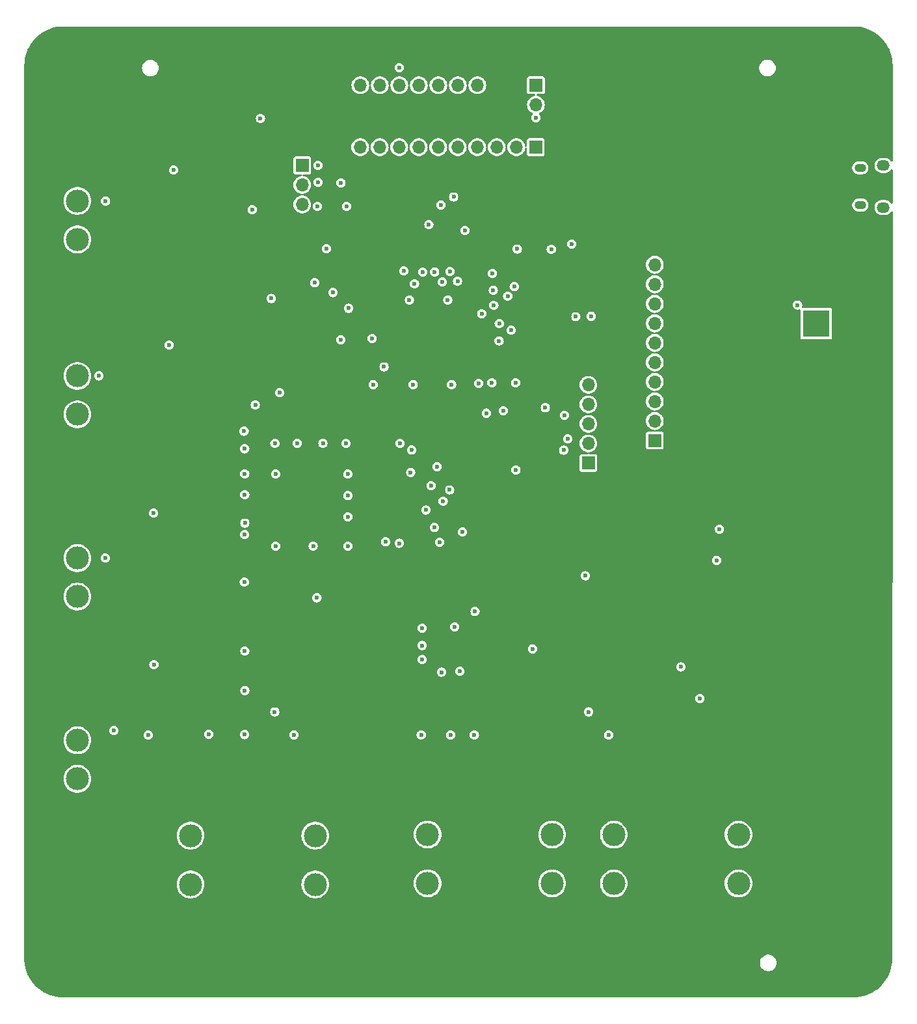
<source format=gbr>
%TF.GenerationSoftware,KiCad,Pcbnew,8.0.5*%
%TF.CreationDate,2024-11-23T22:59:16+07:00*%
%TF.ProjectId,Audio Processor V4,41756469-6f20-4507-926f-636573736f72,rev?*%
%TF.SameCoordinates,Original*%
%TF.FileFunction,Copper,L2,Inr*%
%TF.FilePolarity,Positive*%
%FSLAX46Y46*%
G04 Gerber Fmt 4.6, Leading zero omitted, Abs format (unit mm)*
G04 Created by KiCad (PCBNEW 8.0.5) date 2024-11-23 22:59:16*
%MOMM*%
%LPD*%
G01*
G04 APERTURE LIST*
G04 Aperture macros list*
%AMRoundRect*
0 Rectangle with rounded corners*
0 $1 Rounding radius*
0 $2 $3 $4 $5 $6 $7 $8 $9 X,Y pos of 4 corners*
0 Add a 4 corners polygon primitive as box body*
4,1,4,$2,$3,$4,$5,$6,$7,$8,$9,$2,$3,0*
0 Add four circle primitives for the rounded corners*
1,1,$1+$1,$2,$3*
1,1,$1+$1,$4,$5*
1,1,$1+$1,$6,$7*
1,1,$1+$1,$8,$9*
0 Add four rect primitives between the rounded corners*
20,1,$1+$1,$2,$3,$4,$5,0*
20,1,$1+$1,$4,$5,$6,$7,0*
20,1,$1+$1,$6,$7,$8,$9,0*
20,1,$1+$1,$8,$9,$2,$3,0*%
G04 Aperture macros list end*
%TA.AperFunction,ComponentPad*%
%ADD10R,1.700000X1.700000*%
%TD*%
%TA.AperFunction,ComponentPad*%
%ADD11O,1.700000X1.700000*%
%TD*%
%TA.AperFunction,ComponentPad*%
%ADD12C,0.900000*%
%TD*%
%TA.AperFunction,ComponentPad*%
%ADD13C,8.600000*%
%TD*%
%TA.AperFunction,ComponentPad*%
%ADD14R,3.000000X3.000000*%
%TD*%
%TA.AperFunction,ComponentPad*%
%ADD15C,3.000000*%
%TD*%
%TA.AperFunction,HeatsinkPad*%
%ADD16C,0.600000*%
%TD*%
%TA.AperFunction,ComponentPad*%
%ADD17R,3.500000X3.500000*%
%TD*%
%TA.AperFunction,ComponentPad*%
%ADD18RoundRect,0.750000X0.750000X1.000000X-0.750000X1.000000X-0.750000X-1.000000X0.750000X-1.000000X0*%
%TD*%
%TA.AperFunction,ComponentPad*%
%ADD19RoundRect,0.875000X0.875000X0.875000X-0.875000X0.875000X-0.875000X-0.875000X0.875000X-0.875000X0*%
%TD*%
%TA.AperFunction,ComponentPad*%
%ADD20O,1.700000X1.350000*%
%TD*%
%TA.AperFunction,ComponentPad*%
%ADD21O,1.500000X1.100000*%
%TD*%
%TA.AperFunction,ViaPad*%
%ADD22C,0.600000*%
%TD*%
G04 APERTURE END LIST*
D10*
%TO.N,SPI2_CS*%
%TO.C,J2*%
X122029581Y-121430000D03*
D11*
%TO.N,SPI2_SCK*%
X122029581Y-118890000D03*
%TO.N,SPI2_MOSI*%
X122029581Y-116350000D03*
%TO.N,SPI2_MISO*%
X122029581Y-113810000D03*
%TO.N,+3.3V*%
X122029581Y-111270000D03*
%TO.N,GND*%
X122029581Y-108730000D03*
%TD*%
D12*
%TO.N,GND*%
%TO.C,H2*%
X152779581Y-70095000D03*
X153724162Y-67814581D03*
X153724162Y-72375419D03*
X156004581Y-66870000D03*
D13*
X156004581Y-70095000D03*
D12*
X156004581Y-73320000D03*
X158285000Y-67814581D03*
X158285000Y-72375419D03*
X159229581Y-70095000D03*
%TD*%
D14*
%TO.N,GND*%
%TO.C,RV3*%
X55504581Y-128795000D03*
D15*
%TO.N,Net-(D8-K)*%
X55504581Y-133795000D03*
%TO.N,3.3VA POT*%
X55504581Y-138795000D03*
%TD*%
D12*
%TO.N,GND*%
%TO.C,H1*%
X51129562Y-185515000D03*
X52074143Y-183234581D03*
X52074143Y-187795419D03*
X54354562Y-182290000D03*
D13*
X54354562Y-185515000D03*
D12*
X54354562Y-188740000D03*
X56634981Y-183234581D03*
X56634981Y-187795419D03*
X57579562Y-185515000D03*
%TD*%
%TO.N,GND*%
%TO.C,H3*%
X152774143Y-185745419D03*
X153718724Y-183465000D03*
X153718724Y-188025838D03*
X155999143Y-182520419D03*
D13*
X155999143Y-185745419D03*
D12*
X155999143Y-188970419D03*
X158279562Y-183465000D03*
X158279562Y-188025838D03*
X159224143Y-185745419D03*
%TD*%
D15*
%TO.N,AUDIO_IN*%
%TO.C,IN_JACK1*%
X86479581Y-176245000D03*
X70249581Y-176245000D03*
%TO.N,GND*%
X86479581Y-182595000D03*
X70249581Y-182595000D03*
%TO.N,AUDIO_IN*%
X86479581Y-169895000D03*
X70249581Y-169895000D03*
%TD*%
%TO.N,AUDIO_OUT_R*%
%TO.C,OUT_JACK_R1*%
X141579581Y-176120000D03*
X125349581Y-176120000D03*
%TO.N,GND*%
X141579581Y-182470000D03*
X125349581Y-182470000D03*
%TO.N,AUDIO_OUT_R*%
X141579581Y-169770000D03*
X125349581Y-169770000D03*
%TD*%
D14*
%TO.N,GND*%
%TO.C,RV2*%
X55504581Y-105095000D03*
D15*
%TO.N,Net-(D7-K)*%
X55504581Y-110095000D03*
%TO.N,3.3VA POT*%
X55504581Y-115095000D03*
%TD*%
D16*
%TO.N,GND*%
%TO.C,U5*%
X103319581Y-134585000D03*
X101869581Y-134585000D03*
X100419581Y-134585000D03*
X103319581Y-136035000D03*
X101869581Y-136035000D03*
X100419581Y-136035000D03*
X103319581Y-137485000D03*
X101869581Y-137485000D03*
X100419581Y-137485000D03*
%TD*%
D10*
%TO.N,GPIO_PC11*%
%TO.C,J7*%
X115184581Y-80345000D03*
D11*
%TO.N,GPIO_PC12*%
X112644581Y-80345000D03*
%TO.N,GPIO_PD6*%
X110104581Y-80345000D03*
%TO.N,GPIO_PD7*%
X107564581Y-80345000D03*
%TO.N,GPIO_PG9*%
X105024581Y-80345000D03*
%TO.N,GPIO_PG10*%
X102484581Y-80345000D03*
%TO.N,GPIO_PG11*%
X99944581Y-80345000D03*
%TO.N,GPIO_PG12*%
X97404581Y-80345000D03*
%TO.N,GPIO_PG13*%
X94864581Y-80345000D03*
%TO.N,GPIO_PG14*%
X92324581Y-80345000D03*
%TD*%
D10*
%TO.N,+3.3V*%
%TO.C,J6*%
X84779581Y-82720000D03*
D11*
%TO.N,2WIRE1_SCL*%
X84779581Y-85260000D03*
%TO.N,2WIRE1_SDA*%
X84779581Y-87800000D03*
%TO.N,GND*%
X84779581Y-90340000D03*
%TD*%
D14*
%TO.N,GND*%
%TO.C,RV4*%
X55504581Y-152495000D03*
D15*
%TO.N,Net-(D9-K)*%
X55504581Y-157495000D03*
%TO.N,3.3VA POT*%
X55504581Y-162495000D03*
%TD*%
D12*
%TO.N,GND*%
%TO.C,H4*%
X51085000Y-70089581D03*
X52029581Y-67809162D03*
X52029581Y-72370000D03*
X54310000Y-66864581D03*
D13*
X54310000Y-70089581D03*
D12*
X54310000Y-73314581D03*
X56590419Y-67809162D03*
X56590419Y-72370000D03*
X57535000Y-70089581D03*
%TD*%
D14*
%TO.N,GND*%
%TO.C,RV1*%
X55504581Y-82345000D03*
D15*
%TO.N,Net-(D6-K)*%
X55504581Y-87345000D03*
%TO.N,3.3VA POT*%
X55504581Y-92345000D03*
%TD*%
D17*
%TO.N,VIN*%
%TO.C,J1*%
X151689581Y-103300000D03*
D18*
%TO.N,GND*%
X157689581Y-103300000D03*
D19*
X154689581Y-98600000D03*
%TD*%
D10*
%TO.N,+3.3V*%
%TO.C,STLINK-CON1*%
X115199581Y-72280000D03*
D11*
X115199581Y-74820000D03*
%TO.N,GND*%
X112659581Y-72280000D03*
X112659581Y-74820000D03*
X110119581Y-72280000D03*
X110119581Y-74820000D03*
%TO.N,SWDIO*%
X107579581Y-72280000D03*
%TO.N,GND*%
X107579581Y-74820000D03*
%TO.N,SWCLK*%
X105039581Y-72280000D03*
%TO.N,GND*%
X105039581Y-74820000D03*
%TO.N,unconnected-(STLINK-CON1-Pin_11-Pad11)*%
X102499581Y-72280000D03*
%TO.N,GND*%
X102499581Y-74820000D03*
%TO.N,SWO*%
X99959581Y-72280000D03*
%TO.N,GND*%
X99959581Y-74820000D03*
%TO.N,Net-(STLINK-CON1-Pin_15)*%
X97419581Y-72280000D03*
%TO.N,GND*%
X97419581Y-74820000D03*
%TO.N,unconnected-(STLINK-CON1-Pin_17-Pad17)*%
X94879581Y-72280000D03*
%TO.N,GND*%
X94879581Y-74820000D03*
%TO.N,unconnected-(STLINK-CON1-Pin_19-Pad19)*%
X92339581Y-72280000D03*
%TO.N,GND*%
X92339581Y-74820000D03*
%TD*%
D10*
%TO.N,GPIO_PG6*%
%TO.C,J5*%
X130679581Y-118495000D03*
D11*
%TO.N,GPIO_PC6*%
X130679581Y-115955000D03*
%TO.N,GPIO_PC7*%
X130679581Y-113415000D03*
%TO.N,GPIO_PC8*%
X130679581Y-110875000D03*
%TO.N,GPIO_PC9*%
X130679581Y-108335000D03*
%TO.N,GPIO_PA8*%
X130679581Y-105795000D03*
%TO.N,GPIO_PA9*%
X130679581Y-103255000D03*
%TO.N,GPIO_PA10*%
X130679581Y-100715000D03*
%TO.N,GPIO_PA15*%
X130679581Y-98175000D03*
%TO.N,GPIO_PC10*%
X130679581Y-95635000D03*
%TD*%
D15*
%TO.N,AUDIO_OUT_L*%
%TO.C,OUT_JACK_L1*%
X117329581Y-176095000D03*
X101099581Y-176095000D03*
%TO.N,GND*%
X117329581Y-182445000D03*
X101099581Y-182445000D03*
%TO.N,AUDIO_OUT_L*%
X117329581Y-169745000D03*
X101099581Y-169745000D03*
%TD*%
D20*
%TO.N,unconnected-(J4-Shield-Pad6)_1*%
%TO.C,J4*%
X160434581Y-88190000D03*
D21*
%TO.N,unconnected-(J4-Shield-Pad6)_11*%
X157434581Y-87880000D03*
%TO.N,unconnected-(J4-Shield-Pad6)_8*%
X157434581Y-83040000D03*
D20*
%TO.N,unconnected-(J4-Shield-Pad6)_9*%
X160434581Y-82730000D03*
%TD*%
D22*
%TO.N,Net-(D6-K)*%
X59179581Y-87345000D03*
%TO.N,GND*%
X131479581Y-136980000D03*
X101804581Y-92270000D03*
X69779581Y-151472852D03*
X121816251Y-127170000D03*
X69729581Y-137098568D03*
X107579581Y-76545000D03*
X120069581Y-158530000D03*
X105054581Y-76520000D03*
X69729581Y-141212852D03*
X124222917Y-158520000D03*
X122554581Y-95445000D03*
X97229581Y-141570000D03*
X101129581Y-184670000D03*
X81229581Y-152445000D03*
X100089581Y-90420000D03*
X72429581Y-129638568D03*
X157104581Y-99495000D03*
X93609581Y-115410000D03*
X101719581Y-118960000D03*
X143279581Y-121345000D03*
X69639581Y-104504284D03*
X73984581Y-101610000D03*
X72529581Y-154180000D03*
X107604581Y-130270000D03*
X143954581Y-182445000D03*
X148029581Y-84720000D03*
X94479581Y-118920000D03*
X82279581Y-141395000D03*
X94699581Y-91580000D03*
X144954581Y-86770000D03*
X115067081Y-88490000D03*
X71479581Y-93012858D03*
X123654581Y-153720000D03*
X116804581Y-104645000D03*
X157829581Y-105595000D03*
X109359581Y-134970000D03*
X128954581Y-89070000D03*
X119862913Y-133560000D03*
X89879581Y-104370000D03*
X69689581Y-116740000D03*
X108604581Y-137545000D03*
X57729581Y-82395000D03*
X113004581Y-148870000D03*
X72429581Y-125524284D03*
X67349581Y-161180000D03*
X96329581Y-139370000D03*
X118429581Y-100245000D03*
X69599581Y-88474284D03*
X93854581Y-104220000D03*
X125679581Y-95845000D03*
X103099581Y-158530000D03*
X115129581Y-138570000D03*
X97054581Y-130445000D03*
X69729581Y-130990000D03*
X118609581Y-93260000D03*
X95599581Y-134230000D03*
X81379581Y-149570000D03*
X148429581Y-139520000D03*
X154959581Y-85780000D03*
X108259581Y-100140000D03*
X102529581Y-76545000D03*
X71419581Y-68742858D03*
X93379581Y-122684284D03*
X135809581Y-158510000D03*
X71449581Y-78751432D03*
X113779581Y-153570000D03*
X125657911Y-133560000D03*
X94799581Y-113160000D03*
X71479581Y-86841432D03*
X130679581Y-90820000D03*
X104029581Y-97420000D03*
X138204581Y-84720000D03*
X90829581Y-111020000D03*
X94789581Y-114060000D03*
X152079581Y-118370000D03*
X69649581Y-98760000D03*
X69599581Y-92588568D03*
X69599581Y-90531426D03*
X63053331Y-134080000D03*
X123604581Y-97945000D03*
X69639581Y-106561426D03*
X108209581Y-102920000D03*
X135479581Y-143200000D03*
X150279581Y-148386668D03*
X137104581Y-127170000D03*
X69519581Y-161180000D03*
X89309581Y-103040000D03*
X146729581Y-150270000D03*
X116254581Y-132995000D03*
X97319581Y-158530000D03*
X69679581Y-120704284D03*
X84629581Y-109995000D03*
X67779581Y-181795000D03*
X126879581Y-91170000D03*
X127611249Y-127170000D03*
X144104581Y-123720000D03*
X110826245Y-158530000D03*
X117329581Y-180295000D03*
X147399581Y-158510000D03*
X106979581Y-92430000D03*
X77714581Y-76625000D03*
X115704581Y-136920000D03*
X87819581Y-102700000D03*
X113249581Y-128345000D03*
X134704581Y-86770000D03*
X70954581Y-154795000D03*
X131949581Y-158520000D03*
X72429581Y-133752852D03*
X137834581Y-132345000D03*
X117949581Y-95595000D03*
X108894579Y-158530000D03*
X125679583Y-127170000D03*
X89704581Y-86095000D03*
X114554581Y-140495000D03*
X69779581Y-145301426D03*
X69609581Y-86530000D03*
X138204581Y-86770000D03*
X135172911Y-127170000D03*
X143999581Y-129295000D03*
X70279581Y-184745000D03*
X72479581Y-144001426D03*
X65607081Y-89495000D03*
X141229581Y-150245000D03*
X119329581Y-154345000D03*
X72439581Y-119331432D03*
X63169581Y-154015000D03*
X139679581Y-143195000D03*
X159729581Y-103345000D03*
X69679581Y-122761426D03*
X68029581Y-160070000D03*
X77724581Y-101055000D03*
X131469581Y-140581666D03*
X98654581Y-182520000D03*
X69599581Y-96702852D03*
X91929581Y-119670000D03*
X99954581Y-76495000D03*
X80229581Y-150895000D03*
X86454581Y-184895000D03*
X93379581Y-126798568D03*
X129542915Y-127170000D03*
X89729581Y-89245000D03*
X70254581Y-180370000D03*
X86479581Y-180370000D03*
X95379581Y-132970000D03*
X71529581Y-99077148D03*
X72489581Y-140000000D03*
X55479581Y-102745000D03*
X124704581Y-152870000D03*
X88929581Y-182595000D03*
X72529581Y-152230000D03*
X82939581Y-111020000D03*
X145229581Y-145980000D03*
X114104581Y-147520000D03*
X104979581Y-100220000D03*
X93456245Y-158530000D03*
X131474581Y-127170000D03*
X150279581Y-153708334D03*
X69649581Y-100710000D03*
X55254581Y-80170000D03*
X111654581Y-120995000D03*
X104979581Y-119520000D03*
X119154581Y-144295000D03*
X81007915Y-111020000D03*
X148839581Y-146990000D03*
X104109581Y-146145000D03*
X122829581Y-182445000D03*
X69729581Y-139155710D03*
X83859581Y-102690000D03*
X85791247Y-102690000D03*
X92379581Y-76545000D03*
X97429581Y-76520000D03*
X69639581Y-110675710D03*
X102154581Y-142795000D03*
X87454581Y-104520000D03*
X100479581Y-97420000D03*
X135829581Y-84720000D03*
X114004581Y-117845000D03*
X142729581Y-141650000D03*
X84179581Y-145170000D03*
X144954581Y-84720000D03*
X131469581Y-142513332D03*
X139672913Y-158510000D03*
X57954581Y-104970000D03*
X65854581Y-160045000D03*
X79569577Y-158550000D03*
X122291251Y-158520000D03*
X106054581Y-120720000D03*
X150399581Y-136220000D03*
X116459581Y-130250000D03*
X99589581Y-123160000D03*
X121794579Y-133560000D03*
X114689581Y-158530000D03*
X94809581Y-115080000D03*
X69729581Y-135041426D03*
X89629581Y-111020000D03*
X145004581Y-119870000D03*
X71469581Y-74807148D03*
X89009581Y-97190000D03*
X141479581Y-184745000D03*
X69579581Y-78440000D03*
X111819581Y-134980000D03*
X92799581Y-147115000D03*
X88009581Y-111020000D03*
X133881251Y-158520000D03*
X145467911Y-158510000D03*
X123339581Y-102850000D03*
X85179581Y-146720000D03*
X148029581Y-86770000D03*
X86779581Y-90340000D03*
X119079581Y-135995000D03*
X90454581Y-149245000D03*
X116729581Y-109620000D03*
X72479581Y-141944284D03*
X63087081Y-110080000D03*
X69569581Y-84498568D03*
X71529581Y-97127148D03*
X157704581Y-101045000D03*
X69679581Y-128932852D03*
X107729581Y-110220000D03*
X71449581Y-82865716D03*
X145204581Y-125045000D03*
X82629581Y-119645000D03*
X113259581Y-130545000D03*
X94429581Y-131420000D03*
X128604581Y-92920000D03*
X69689581Y-114790000D03*
X93379581Y-130912852D03*
X148459581Y-141650000D03*
X99239581Y-158540000D03*
X77637911Y-158550000D03*
X55504581Y-150270000D03*
X91604581Y-149220000D03*
X97979581Y-111220000D03*
X146574581Y-138220000D03*
X141504581Y-180220000D03*
X84029581Y-113220000D03*
X147819581Y-145970000D03*
X97479581Y-100220000D03*
X97254581Y-68770000D03*
X94904581Y-76520000D03*
X82204581Y-138970000D03*
X57829581Y-128770000D03*
X92639581Y-92440000D03*
X71419581Y-70800000D03*
X74942913Y-110245000D03*
X142854581Y-152170000D03*
X131469581Y-138650000D03*
X141454581Y-86770000D03*
X132629581Y-88870000D03*
X100599581Y-124640000D03*
X144661247Y-141650000D03*
X109404581Y-97795000D03*
X119339581Y-127320000D03*
X117304581Y-184820000D03*
X98504581Y-97370000D03*
X85504581Y-119620000D03*
X138329581Y-127920000D03*
X146562913Y-139520000D03*
X79129581Y-110245000D03*
X98404581Y-142795000D03*
X105429581Y-86495000D03*
X71479581Y-95070000D03*
X129799581Y-135250000D03*
X77197915Y-110245000D03*
X125554581Y-146095000D03*
X83801251Y-158540000D03*
X72429581Y-123467142D03*
X71479581Y-90955716D03*
X91999581Y-115690000D03*
X69779581Y-143270000D03*
X126154583Y-158520000D03*
X137741247Y-158510000D03*
X133406251Y-127170000D03*
X71469581Y-72857148D03*
X71479581Y-88898574D03*
X79979581Y-103020000D03*
X75709581Y-158560000D03*
X94029581Y-112095000D03*
X152279581Y-99545000D03*
X139029581Y-101420000D03*
X76654581Y-88490000D03*
X88909581Y-119670000D03*
X89592913Y-158530000D03*
X146592913Y-141650000D03*
X132979581Y-85020000D03*
X68629581Y-155220000D03*
X142699581Y-139520000D03*
X133344581Y-143200000D03*
X150279581Y-155640000D03*
X77724579Y-103020000D03*
X119779581Y-182520000D03*
X140829581Y-102820000D03*
X71999581Y-161180000D03*
X149024581Y-137370000D03*
X97279581Y-140470000D03*
X69679581Y-124818568D03*
X101171251Y-158540000D03*
X130904581Y-87120000D03*
X109454581Y-110120000D03*
X102029581Y-97420000D03*
X114219581Y-134970000D03*
X144631247Y-139520000D03*
X110404581Y-119895000D03*
X75304581Y-102995000D03*
X95387911Y-158530000D03*
X85729581Y-158530000D03*
X71489581Y-84897148D03*
X93379581Y-128855710D03*
X92554581Y-150020000D03*
X157054581Y-97270000D03*
X119909581Y-98200000D03*
X145379581Y-151395000D03*
X72479581Y-148115710D03*
X111154581Y-98695000D03*
X72479581Y-135810000D03*
X105479581Y-111220000D03*
X72429581Y-131695710D03*
X94434581Y-135550000D03*
X69779581Y-149415710D03*
X137614581Y-143200000D03*
X93379581Y-118570000D03*
X72389581Y-115254284D03*
X101879581Y-88040000D03*
X69689581Y-118760000D03*
X96929581Y-91595000D03*
X69679581Y-126875710D03*
X71449581Y-80808574D03*
X110104581Y-76520000D03*
X117931247Y-133560000D03*
X112654581Y-76545000D03*
X72479581Y-146058568D03*
X140824581Y-141900000D03*
X150279581Y-151776668D03*
X71459581Y-76807148D03*
X124404581Y-146095000D03*
X145199581Y-127920000D03*
X73889581Y-159780000D03*
X55354581Y-126545000D03*
X91404581Y-148270000D03*
X125279581Y-180220000D03*
X102354581Y-123120000D03*
X115129581Y-90490000D03*
X72429581Y-121410000D03*
X69599581Y-94645710D03*
X93379581Y-124741426D03*
X112757911Y-158530000D03*
X98029581Y-119720000D03*
X148989581Y-156930000D03*
X145049581Y-136395000D03*
X84629581Y-111020000D03*
X150289581Y-150106668D03*
X81927915Y-102690000D03*
X69779581Y-147358568D03*
X141604579Y-158510000D03*
X71419581Y-66685716D03*
X121229581Y-100195000D03*
X113079581Y-92720000D03*
X57979581Y-152495000D03*
X87661247Y-158530000D03*
X94049581Y-132620000D03*
X65278331Y-136105000D03*
X110429581Y-104450000D03*
X72479581Y-150172852D03*
X69829581Y-153530000D03*
X101104581Y-180295000D03*
X156039581Y-84160000D03*
X63382081Y-87470000D03*
X141454581Y-84720000D03*
X114929581Y-154920000D03*
X69639581Y-112732852D03*
X93379581Y-120627142D03*
X69729581Y-132940000D03*
X118449581Y-98200000D03*
X125304581Y-184595000D03*
X123726245Y-133560000D03*
X72389581Y-113197142D03*
X72804581Y-100420000D03*
X123747917Y-127170000D03*
X143536245Y-158510000D03*
X105169581Y-128620000D03*
X153504581Y-119495000D03*
X100279581Y-129045000D03*
X69639581Y-108618568D03*
X106962913Y-158530000D03*
X69569581Y-82441426D03*
X65287081Y-112130000D03*
X127589581Y-133560000D03*
X105031247Y-158530000D03*
X89859581Y-100350000D03*
X91524579Y-158530000D03*
X105354581Y-118145000D03*
X69569581Y-80384284D03*
%TO.N,+3.3V*%
X86829581Y-82720000D03*
X94029581Y-111220000D03*
X104229581Y-111220000D03*
X103729581Y-100220000D03*
X115204581Y-76520000D03*
X98729581Y-100220000D03*
X93879581Y-105220000D03*
X99229581Y-111220000D03*
X109479581Y-110970000D03*
X89804581Y-105395000D03*
X107754581Y-111070000D03*
%TO.N,+1V8*%
X105654581Y-130395000D03*
X139099581Y-130040000D03*
X138729581Y-134082500D03*
%TO.N,+3.3VA*%
X100409581Y-145160000D03*
X77304581Y-122830000D03*
X77219581Y-117290000D03*
X81329581Y-132240000D03*
X77279581Y-130730000D03*
X107189581Y-156795000D03*
X72599581Y-156690000D03*
X81329581Y-122860000D03*
X124669581Y-156795000D03*
X86209581Y-132240000D03*
X90709581Y-128430000D03*
X77304581Y-119580000D03*
X77319581Y-129240000D03*
X100269581Y-156795000D03*
X81849581Y-112290000D03*
X104629581Y-142720000D03*
X134104581Y-147945000D03*
X83709581Y-156780000D03*
X77279581Y-156750000D03*
X90709581Y-132240000D03*
X100399581Y-142900000D03*
X104089581Y-156795000D03*
X77309581Y-151010000D03*
X100409581Y-146990000D03*
X107279581Y-140740000D03*
X136554581Y-152060000D03*
X77309581Y-145900000D03*
X77304581Y-125540000D03*
X78669581Y-113880000D03*
X90709581Y-125670000D03*
X77239581Y-136910000D03*
X90709581Y-122860000D03*
%TO.N,3.3VA POT*%
X64729581Y-156820000D03*
%TO.N,NRST*%
X87919581Y-93555000D03*
X95429581Y-108920000D03*
%TO.N,VBIAS_IN*%
X105304581Y-148520000D03*
X86704581Y-138970000D03*
X114754581Y-145595000D03*
X102904581Y-148630000D03*
%TO.N,AUDIO_OUT_L*%
X122054581Y-153795000D03*
%TO.N,AUDIO_OUT_R*%
X121654581Y-136095000D03*
%TO.N,CODEC_NRST*%
X112604581Y-122320000D03*
X112554581Y-110995000D03*
%TO.N,VIN*%
X149269581Y-100880000D03*
%TO.N,Net-(D6-K)*%
X68032081Y-83320000D03*
X81219581Y-118880000D03*
%TO.N,Net-(D7-K)*%
X84124581Y-118850000D03*
X58329581Y-110095000D03*
X67469581Y-106090000D03*
%TO.N,Net-(D8-K)*%
X59154581Y-133795000D03*
X87479581Y-118870000D03*
X65440831Y-127942500D03*
%TO.N,Net-(D9-K)*%
X65469581Y-147640000D03*
X90504581Y-118895000D03*
X60254581Y-156220000D03*
%TO.N,AUDIO_IN*%
X81204581Y-153795000D03*
%TO.N,SPI2_MOSI*%
X118904581Y-115220000D03*
%TO.N,SPI2_CS*%
X118817081Y-119757500D03*
%TO.N,SPI2_SCK*%
X119354581Y-118295000D03*
%TO.N,SPI2_MISO*%
X116429581Y-114245000D03*
%TO.N,GPIO_PC8*%
X108149581Y-102010000D03*
%TO.N,GPIO_PG6*%
X110409581Y-105540000D03*
%TO.N,GPIO_PA10*%
X111529581Y-99720000D03*
%TO.N,GPIO_PA8*%
X122399581Y-102330000D03*
%TO.N,GPIO_PA15*%
X117204581Y-93645000D03*
%TO.N,GPIO_PC9*%
X120404581Y-102395000D03*
%TO.N,GPIO_PC6*%
X111989581Y-104160000D03*
%TO.N,GPIO_PC10*%
X119879581Y-92945000D03*
%TO.N,GPIO_PA9*%
X109729581Y-100920000D03*
%TO.N,GPIO_PC7*%
X110429581Y-103300000D03*
%TO.N,2WIRE2_SCL*%
X108754581Y-114945000D03*
X97404581Y-131870000D03*
%TO.N,2WIRE2_SDA*%
X95617081Y-131682500D03*
X110954581Y-114620000D03*
%TO.N,GPIO_PC12*%
X109554581Y-96770000D03*
%TO.N,GPIO_PG12*%
X103029581Y-97895000D03*
%TO.N,GPIO_PD7*%
X105004581Y-97795000D03*
%TO.N,GPIO_PG10*%
X104004581Y-96520000D03*
%TO.N,GPIO_PC11*%
X109654581Y-98945000D03*
%TO.N,GPIO_PD6*%
X105949581Y-91180000D03*
%TO.N,GPIO_PG13*%
X101269581Y-90440000D03*
%TO.N,GPIO_PG11*%
X102839581Y-87860000D03*
%TO.N,GPIO_PG9*%
X104497081Y-86820000D03*
%TO.N,GPIO_PG14*%
X102029581Y-96570000D03*
%TO.N,2WIRE1_SCL*%
X86854581Y-84920000D03*
X89829581Y-84995000D03*
X99404581Y-98120000D03*
%TO.N,2WIRE1_SDA*%
X86779581Y-88045000D03*
X90554581Y-88045000D03*
X98004581Y-96445000D03*
%TO.N,I2S1_MCLK*%
X102329581Y-121895000D03*
X103979581Y-124920000D03*
%TO.N,I2S1_WCLK*%
X102654581Y-131720000D03*
X98904581Y-122645000D03*
%TO.N,I2S1_BCLK*%
X103129581Y-126395000D03*
X101554581Y-124370000D03*
%TO.N,I2S1_SDO*%
X101979581Y-129820000D03*
X99029581Y-119745000D03*
%TO.N,Net-(U5-DOUT)*%
X100879581Y-127545000D03*
%TO.N,I2S1_SDI*%
X97529581Y-118870000D03*
%TO.N,Net-(STLINK-CON1-Pin_15)*%
X97404581Y-69995000D03*
%TO.N,PUSH_BTN_2*%
X78264581Y-88475000D03*
X88789581Y-99260000D03*
%TO.N,PUSH_BTN_1*%
X86389581Y-97990000D03*
X79339581Y-76620000D03*
%TO.N,PUSH_BTN_3*%
X80749581Y-100030000D03*
X90819581Y-101300000D03*
%TO.N,SWO*%
X100479581Y-96595000D03*
%TO.N,SWDIO*%
X112379581Y-98495000D03*
%TO.N,SWCLK*%
X112779581Y-93595000D03*
%TD*%
%TA.AperFunction,Conductor*%
%TO.N,GND*%
G36*
X156582145Y-64645605D02*
G01*
X156993529Y-64662619D01*
X157003696Y-64663462D01*
X157409750Y-64714075D01*
X157419822Y-64715755D01*
X157820303Y-64799726D01*
X157830200Y-64802233D01*
X158222376Y-64918987D01*
X158232037Y-64922304D01*
X158613214Y-65071038D01*
X158622587Y-65075149D01*
X158990191Y-65254859D01*
X158999175Y-65259721D01*
X159350674Y-65469168D01*
X159359250Y-65474771D01*
X159365320Y-65479105D01*
X159692247Y-65712524D01*
X159700335Y-65718820D01*
X160012545Y-65983248D01*
X160020085Y-65990189D01*
X160309399Y-66279503D01*
X160316340Y-66287043D01*
X160580770Y-66599254D01*
X160587065Y-66607341D01*
X160824815Y-66940328D01*
X160830421Y-66948908D01*
X161039865Y-67300400D01*
X161044742Y-67309414D01*
X161224437Y-67676986D01*
X161228554Y-67686371D01*
X161377282Y-68067527D01*
X161380610Y-68077220D01*
X161497357Y-68469364D01*
X161499873Y-68479299D01*
X161583837Y-68879742D01*
X161585524Y-68889851D01*
X161636134Y-69295864D01*
X161636980Y-69306078D01*
X161653973Y-69716958D01*
X161654079Y-69722109D01*
X161651390Y-82124578D01*
X161631691Y-82191613D01*
X161578877Y-82237357D01*
X161509716Y-82247285D01*
X161446167Y-82218246D01*
X161424288Y-82193441D01*
X161367304Y-82108159D01*
X161367298Y-82108151D01*
X161231429Y-81972282D01*
X161231425Y-81972279D01*
X161071651Y-81865521D01*
X161071649Y-81865520D01*
X160894128Y-81791989D01*
X160894116Y-81791986D01*
X160705662Y-81754500D01*
X160705659Y-81754500D01*
X160163503Y-81754500D01*
X160163500Y-81754500D01*
X159975045Y-81791986D01*
X159975033Y-81791989D01*
X159797512Y-81865520D01*
X159797510Y-81865521D01*
X159637736Y-81972279D01*
X159637732Y-81972282D01*
X159501863Y-82108151D01*
X159501860Y-82108155D01*
X159395102Y-82267929D01*
X159395101Y-82267931D01*
X159321570Y-82445452D01*
X159321567Y-82445464D01*
X159284081Y-82633917D01*
X159284081Y-82826082D01*
X159321567Y-83014535D01*
X159321570Y-83014547D01*
X159395101Y-83192068D01*
X159395102Y-83192070D01*
X159501860Y-83351844D01*
X159501863Y-83351848D01*
X159637732Y-83487717D01*
X159637736Y-83487720D01*
X159797508Y-83594477D01*
X159797509Y-83594477D01*
X159797510Y-83594478D01*
X159797512Y-83594479D01*
X159975033Y-83668010D01*
X159975038Y-83668012D01*
X160139000Y-83700626D01*
X160163498Y-83705499D01*
X160163501Y-83705500D01*
X160163503Y-83705500D01*
X160705661Y-83705500D01*
X160705662Y-83705499D01*
X160894124Y-83668012D01*
X161071654Y-83594477D01*
X161231426Y-83487720D01*
X161367301Y-83351845D01*
X161424026Y-83266951D01*
X161477638Y-83222145D01*
X161546963Y-83213438D01*
X161609990Y-83243592D01*
X161646710Y-83303035D01*
X161651128Y-83335868D01*
X161650207Y-87582808D01*
X161630508Y-87649843D01*
X161577694Y-87695587D01*
X161508533Y-87705515D01*
X161444984Y-87676476D01*
X161423108Y-87651675D01*
X161367301Y-87568155D01*
X161367299Y-87568152D01*
X161231429Y-87432282D01*
X161231425Y-87432279D01*
X161071651Y-87325521D01*
X161071649Y-87325520D01*
X160894128Y-87251989D01*
X160894116Y-87251986D01*
X160705662Y-87214500D01*
X160705659Y-87214500D01*
X160163503Y-87214500D01*
X160163500Y-87214500D01*
X159975045Y-87251986D01*
X159975033Y-87251989D01*
X159797512Y-87325520D01*
X159797510Y-87325521D01*
X159637736Y-87432279D01*
X159637732Y-87432282D01*
X159501863Y-87568151D01*
X159501860Y-87568155D01*
X159395102Y-87727929D01*
X159395101Y-87727931D01*
X159321570Y-87905452D01*
X159321567Y-87905464D01*
X159284081Y-88093917D01*
X159284081Y-88286082D01*
X159321567Y-88474535D01*
X159321570Y-88474547D01*
X159395101Y-88652068D01*
X159395102Y-88652070D01*
X159501860Y-88811844D01*
X159501863Y-88811848D01*
X159637732Y-88947717D01*
X159637736Y-88947720D01*
X159797508Y-89054477D01*
X159797509Y-89054477D01*
X159797510Y-89054478D01*
X159797512Y-89054479D01*
X159920160Y-89105281D01*
X159975038Y-89128012D01*
X160163498Y-89165499D01*
X160163501Y-89165500D01*
X160163503Y-89165500D01*
X160705661Y-89165500D01*
X160705662Y-89165499D01*
X160894124Y-89128012D01*
X161071654Y-89054477D01*
X161231426Y-88947720D01*
X161367301Y-88811845D01*
X161404192Y-88756634D01*
X161422842Y-88728723D01*
X161476454Y-88683917D01*
X161545779Y-88675210D01*
X161608806Y-88705364D01*
X161645526Y-88764807D01*
X161649944Y-88797640D01*
X161628897Y-185887587D01*
X161628741Y-185893776D01*
X161608207Y-186302895D01*
X161607275Y-186313072D01*
X161553336Y-186717506D01*
X161551568Y-186727571D01*
X161464515Y-187126164D01*
X161461925Y-187136050D01*
X161342342Y-187526129D01*
X161338947Y-187535768D01*
X161187645Y-187914684D01*
X161183467Y-187924011D01*
X161001484Y-188289168D01*
X160996553Y-188298119D01*
X160785109Y-188647067D01*
X160779457Y-188655581D01*
X160540009Y-188985915D01*
X160533675Y-188993935D01*
X160267831Y-189303438D01*
X160260859Y-189310910D01*
X159970428Y-189597475D01*
X159962863Y-189604347D01*
X159649827Y-189866017D01*
X159641723Y-189872242D01*
X159308206Y-190107245D01*
X159299617Y-190112782D01*
X158947876Y-190319526D01*
X158938860Y-190324337D01*
X158571297Y-190501411D01*
X158561915Y-190505464D01*
X158181005Y-190651674D01*
X158171321Y-190654940D01*
X157779666Y-190769287D01*
X157769746Y-190771744D01*
X157370015Y-190853450D01*
X157359927Y-190855082D01*
X156954824Y-190903593D01*
X156944636Y-190904389D01*
X156552167Y-190918817D01*
X156535907Y-190919415D01*
X156531353Y-190919499D01*
X156531013Y-190919499D01*
X156530460Y-190919498D01*
X156529122Y-190919492D01*
X156465909Y-190919210D01*
X156465908Y-190919210D01*
X156460747Y-190919187D01*
X156455804Y-190919499D01*
X53657126Y-190919499D01*
X53651986Y-190919392D01*
X53239470Y-190902279D01*
X53229228Y-190901428D01*
X52822091Y-190850529D01*
X52811954Y-190848833D01*
X52410421Y-190764392D01*
X52400460Y-190761862D01*
X52007299Y-190644458D01*
X51997581Y-190641111D01*
X51615510Y-190491559D01*
X51606103Y-190487420D01*
X51237707Y-190306730D01*
X51228675Y-190301825D01*
X50876530Y-190091260D01*
X50867935Y-190085625D01*
X50534417Y-189846607D01*
X50526319Y-189840279D01*
X50240800Y-189597475D01*
X50213751Y-189574472D01*
X50206206Y-189567497D01*
X49916721Y-189276714D01*
X49909778Y-189269136D01*
X49674593Y-188990059D01*
X49645367Y-188955379D01*
X49639079Y-188947257D01*
X49573987Y-188855566D01*
X49401553Y-188612670D01*
X49395970Y-188604072D01*
X49186967Y-188250964D01*
X49182105Y-188241913D01*
X49027941Y-187924011D01*
X49003064Y-187872713D01*
X48998971Y-187863296D01*
X48851125Y-187480552D01*
X48847822Y-187470820D01*
X48732176Y-187077134D01*
X48729695Y-187067178D01*
X48647046Y-186665254D01*
X48645400Y-186655138D01*
X48620083Y-186444999D01*
X144372450Y-186444999D01*
X144372450Y-186445000D01*
X144390857Y-186643649D01*
X144390857Y-186643651D01*
X144390858Y-186643654D01*
X144445455Y-186835543D01*
X144445456Y-186835546D01*
X144534378Y-187014126D01*
X144534383Y-187014134D01*
X144654610Y-187173339D01*
X144654611Y-187173340D01*
X144802046Y-187307746D01*
X144971669Y-187412772D01*
X145157702Y-187484841D01*
X145353810Y-187521500D01*
X145353812Y-187521500D01*
X145553312Y-187521500D01*
X145553314Y-187521500D01*
X145749422Y-187484841D01*
X145935455Y-187412772D01*
X146105078Y-187307746D01*
X146252513Y-187173340D01*
X146372742Y-187014132D01*
X146461669Y-186835543D01*
X146516266Y-186643654D01*
X146534674Y-186445000D01*
X146516266Y-186246346D01*
X146461669Y-186054457D01*
X146460255Y-186051618D01*
X146372745Y-185875873D01*
X146372740Y-185875865D01*
X146252513Y-185716660D01*
X146105078Y-185582254D01*
X146105075Y-185582252D01*
X146105074Y-185582251D01*
X145935460Y-185477231D01*
X145935453Y-185477227D01*
X145842438Y-185441193D01*
X145749422Y-185405159D01*
X145553314Y-185368500D01*
X145353810Y-185368500D01*
X145157702Y-185405159D01*
X145157699Y-185405159D01*
X145157699Y-185405160D01*
X144971670Y-185477227D01*
X144971663Y-185477231D01*
X144802049Y-185582251D01*
X144654610Y-185716660D01*
X144534383Y-185875865D01*
X144534378Y-185875873D01*
X144445456Y-186054453D01*
X144390857Y-186246350D01*
X144372450Y-186444999D01*
X48620083Y-186444999D01*
X48596318Y-186247742D01*
X48595516Y-186237524D01*
X48580211Y-185823951D01*
X48580128Y-185818879D01*
X48580408Y-185756455D01*
X48580407Y-185756451D01*
X48580431Y-185751124D01*
X48580134Y-185746445D01*
X48582176Y-176244995D01*
X68444032Y-176244995D01*
X68444032Y-176245004D01*
X68464197Y-176514101D01*
X68524245Y-176777188D01*
X68524247Y-176777195D01*
X68573778Y-176903398D01*
X68622838Y-177028398D01*
X68757766Y-177262102D01*
X68826339Y-177348089D01*
X68926023Y-177473089D01*
X69112764Y-177646358D01*
X69123840Y-177656635D01*
X69346807Y-177808651D01*
X69589940Y-177925738D01*
X69847809Y-178005280D01*
X69847810Y-178005280D01*
X69847813Y-178005281D01*
X70114644Y-178045499D01*
X70114649Y-178045499D01*
X70114652Y-178045500D01*
X70114653Y-178045500D01*
X70384509Y-178045500D01*
X70384510Y-178045500D01*
X70384517Y-178045499D01*
X70651348Y-178005281D01*
X70651349Y-178005280D01*
X70651353Y-178005280D01*
X70909222Y-177925738D01*
X71152356Y-177808651D01*
X71375322Y-177656635D01*
X71573142Y-177473085D01*
X71741396Y-177262102D01*
X71876324Y-177028398D01*
X71974915Y-176777195D01*
X72034964Y-176514103D01*
X72055130Y-176245000D01*
X72055130Y-176244995D01*
X84674032Y-176244995D01*
X84674032Y-176245004D01*
X84694197Y-176514101D01*
X84754245Y-176777188D01*
X84754247Y-176777195D01*
X84803778Y-176903398D01*
X84852838Y-177028398D01*
X84987766Y-177262102D01*
X85056339Y-177348089D01*
X85156023Y-177473089D01*
X85342764Y-177646358D01*
X85353840Y-177656635D01*
X85576807Y-177808651D01*
X85819940Y-177925738D01*
X86077809Y-178005280D01*
X86077810Y-178005280D01*
X86077813Y-178005281D01*
X86344644Y-178045499D01*
X86344649Y-178045499D01*
X86344652Y-178045500D01*
X86344653Y-178045500D01*
X86614509Y-178045500D01*
X86614510Y-178045500D01*
X86614517Y-178045499D01*
X86881348Y-178005281D01*
X86881349Y-178005280D01*
X86881353Y-178005280D01*
X87139222Y-177925738D01*
X87382356Y-177808651D01*
X87605322Y-177656635D01*
X87803142Y-177473085D01*
X87971396Y-177262102D01*
X88106324Y-177028398D01*
X88204915Y-176777195D01*
X88264964Y-176514103D01*
X88285130Y-176245000D01*
X88275762Y-176119995D01*
X88273889Y-176094995D01*
X99294032Y-176094995D01*
X99294032Y-176095004D01*
X99314197Y-176364101D01*
X99374245Y-176627188D01*
X99374247Y-176627195D01*
X99433115Y-176777188D01*
X99472838Y-176878398D01*
X99607766Y-177112102D01*
X99743661Y-177282509D01*
X99776023Y-177323089D01*
X99937686Y-177473089D01*
X99973840Y-177506635D01*
X100196807Y-177658651D01*
X100439940Y-177775738D01*
X100697809Y-177855280D01*
X100697810Y-177855280D01*
X100697813Y-177855281D01*
X100964644Y-177895499D01*
X100964649Y-177895499D01*
X100964652Y-177895500D01*
X100964653Y-177895500D01*
X101234509Y-177895500D01*
X101234510Y-177895500D01*
X101234517Y-177895499D01*
X101501348Y-177855281D01*
X101501349Y-177855280D01*
X101501353Y-177855280D01*
X101759222Y-177775738D01*
X102002356Y-177658651D01*
X102225322Y-177506635D01*
X102396194Y-177348089D01*
X102423138Y-177323089D01*
X102423138Y-177323087D01*
X102423142Y-177323085D01*
X102591396Y-177112102D01*
X102726324Y-176878398D01*
X102824915Y-176627195D01*
X102884964Y-176364103D01*
X102893890Y-176244995D01*
X102905130Y-176095004D01*
X102905130Y-176094995D01*
X115524032Y-176094995D01*
X115524032Y-176095004D01*
X115544197Y-176364101D01*
X115604245Y-176627188D01*
X115604247Y-176627195D01*
X115663115Y-176777188D01*
X115702838Y-176878398D01*
X115837766Y-177112102D01*
X115973661Y-177282509D01*
X116006023Y-177323089D01*
X116167686Y-177473089D01*
X116203840Y-177506635D01*
X116426807Y-177658651D01*
X116669940Y-177775738D01*
X116927809Y-177855280D01*
X116927810Y-177855280D01*
X116927813Y-177855281D01*
X117194644Y-177895499D01*
X117194649Y-177895499D01*
X117194652Y-177895500D01*
X117194653Y-177895500D01*
X117464509Y-177895500D01*
X117464510Y-177895500D01*
X117464517Y-177895499D01*
X117731348Y-177855281D01*
X117731349Y-177855280D01*
X117731353Y-177855280D01*
X117989222Y-177775738D01*
X118232356Y-177658651D01*
X118455322Y-177506635D01*
X118626194Y-177348089D01*
X118653138Y-177323089D01*
X118653138Y-177323087D01*
X118653142Y-177323085D01*
X118821396Y-177112102D01*
X118956324Y-176878398D01*
X119054915Y-176627195D01*
X119114964Y-176364103D01*
X119123890Y-176244995D01*
X119133257Y-176119995D01*
X123544032Y-176119995D01*
X123544032Y-176120004D01*
X123564197Y-176389101D01*
X123592728Y-176514103D01*
X123624247Y-176652195D01*
X123722838Y-176903398D01*
X123857766Y-177137102D01*
X123957450Y-177262101D01*
X124026023Y-177348089D01*
X124160738Y-177473085D01*
X124223840Y-177531635D01*
X124446807Y-177683651D01*
X124689940Y-177800738D01*
X124947809Y-177880280D01*
X124947810Y-177880280D01*
X124947813Y-177880281D01*
X125214644Y-177920499D01*
X125214649Y-177920499D01*
X125214652Y-177920500D01*
X125214653Y-177920500D01*
X125484509Y-177920500D01*
X125484510Y-177920500D01*
X125484517Y-177920499D01*
X125751348Y-177880281D01*
X125751349Y-177880280D01*
X125751353Y-177880280D01*
X126009222Y-177800738D01*
X126252356Y-177683651D01*
X126475322Y-177531635D01*
X126673142Y-177348085D01*
X126841396Y-177137102D01*
X126976324Y-176903398D01*
X127074915Y-176652195D01*
X127134964Y-176389103D01*
X127141686Y-176299402D01*
X127155130Y-176120004D01*
X127155130Y-176119995D01*
X139774032Y-176119995D01*
X139774032Y-176120004D01*
X139794197Y-176389101D01*
X139822728Y-176514103D01*
X139854247Y-176652195D01*
X139952838Y-176903398D01*
X140087766Y-177137102D01*
X140187450Y-177262101D01*
X140256023Y-177348089D01*
X140390738Y-177473085D01*
X140453840Y-177531635D01*
X140676807Y-177683651D01*
X140919940Y-177800738D01*
X141177809Y-177880280D01*
X141177810Y-177880280D01*
X141177813Y-177880281D01*
X141444644Y-177920499D01*
X141444649Y-177920499D01*
X141444652Y-177920500D01*
X141444653Y-177920500D01*
X141714509Y-177920500D01*
X141714510Y-177920500D01*
X141714517Y-177920499D01*
X141981348Y-177880281D01*
X141981349Y-177880280D01*
X141981353Y-177880280D01*
X142239222Y-177800738D01*
X142482356Y-177683651D01*
X142705322Y-177531635D01*
X142903142Y-177348085D01*
X143071396Y-177137102D01*
X143206324Y-176903398D01*
X143304915Y-176652195D01*
X143364964Y-176389103D01*
X143371686Y-176299402D01*
X143385130Y-176120004D01*
X143385130Y-176119995D01*
X143364964Y-175850898D01*
X143359258Y-175825897D01*
X143304915Y-175587805D01*
X143206324Y-175336602D01*
X143071396Y-175102898D01*
X142903142Y-174891915D01*
X142903141Y-174891914D01*
X142903138Y-174891910D01*
X142705322Y-174708365D01*
X142665691Y-174681345D01*
X142482356Y-174556349D01*
X142482350Y-174556346D01*
X142482349Y-174556345D01*
X142482348Y-174556344D01*
X142239224Y-174439263D01*
X142239226Y-174439263D01*
X141981354Y-174359720D01*
X141981348Y-174359718D01*
X141714517Y-174319500D01*
X141714510Y-174319500D01*
X141444652Y-174319500D01*
X141444644Y-174319500D01*
X141177813Y-174359718D01*
X141177807Y-174359720D01*
X140919939Y-174439262D01*
X140676811Y-174556346D01*
X140453839Y-174708365D01*
X140256023Y-174891910D01*
X140087766Y-175102898D01*
X139952839Y-175336599D01*
X139952837Y-175336603D01*
X139854247Y-175587804D01*
X139854245Y-175587811D01*
X139794197Y-175850898D01*
X139774032Y-176119995D01*
X127155130Y-176119995D01*
X127134964Y-175850898D01*
X127129258Y-175825897D01*
X127074915Y-175587805D01*
X126976324Y-175336602D01*
X126841396Y-175102898D01*
X126673142Y-174891915D01*
X126673141Y-174891914D01*
X126673138Y-174891910D01*
X126475322Y-174708365D01*
X126435691Y-174681345D01*
X126252356Y-174556349D01*
X126252350Y-174556346D01*
X126252349Y-174556345D01*
X126252348Y-174556344D01*
X126009224Y-174439263D01*
X126009226Y-174439263D01*
X125751354Y-174359720D01*
X125751348Y-174359718D01*
X125484517Y-174319500D01*
X125484510Y-174319500D01*
X125214652Y-174319500D01*
X125214644Y-174319500D01*
X124947813Y-174359718D01*
X124947807Y-174359720D01*
X124689939Y-174439262D01*
X124446811Y-174556346D01*
X124223839Y-174708365D01*
X124026023Y-174891910D01*
X123857766Y-175102898D01*
X123722839Y-175336599D01*
X123722837Y-175336603D01*
X123624247Y-175587804D01*
X123624245Y-175587811D01*
X123564197Y-175850898D01*
X123544032Y-176119995D01*
X119133257Y-176119995D01*
X119135130Y-176095004D01*
X119135130Y-176094995D01*
X119118325Y-175870747D01*
X119114964Y-175825897D01*
X119054915Y-175562805D01*
X118956324Y-175311602D01*
X118821396Y-175077898D01*
X118653142Y-174866915D01*
X118653141Y-174866914D01*
X118653138Y-174866910D01*
X118455322Y-174683365D01*
X118452358Y-174681344D01*
X118232356Y-174531349D01*
X118232350Y-174531346D01*
X118232349Y-174531345D01*
X118232348Y-174531344D01*
X117989224Y-174414263D01*
X117989226Y-174414263D01*
X117731354Y-174334720D01*
X117731348Y-174334718D01*
X117464517Y-174294500D01*
X117464510Y-174294500D01*
X117194652Y-174294500D01*
X117194644Y-174294500D01*
X116927813Y-174334718D01*
X116927807Y-174334720D01*
X116669939Y-174414262D01*
X116426811Y-174531346D01*
X116203839Y-174683365D01*
X116006023Y-174866910D01*
X115837766Y-175077898D01*
X115702839Y-175311599D01*
X115702837Y-175311603D01*
X115604247Y-175562804D01*
X115604245Y-175562811D01*
X115544197Y-175825898D01*
X115524032Y-176094995D01*
X102905130Y-176094995D01*
X102888325Y-175870747D01*
X102884964Y-175825897D01*
X102824915Y-175562805D01*
X102726324Y-175311602D01*
X102591396Y-175077898D01*
X102423142Y-174866915D01*
X102423141Y-174866914D01*
X102423138Y-174866910D01*
X102225322Y-174683365D01*
X102222358Y-174681344D01*
X102002356Y-174531349D01*
X102002350Y-174531346D01*
X102002349Y-174531345D01*
X102002348Y-174531344D01*
X101759224Y-174414263D01*
X101759226Y-174414263D01*
X101501354Y-174334720D01*
X101501348Y-174334718D01*
X101234517Y-174294500D01*
X101234510Y-174294500D01*
X100964652Y-174294500D01*
X100964644Y-174294500D01*
X100697813Y-174334718D01*
X100697807Y-174334720D01*
X100439939Y-174414262D01*
X100196811Y-174531346D01*
X99973839Y-174683365D01*
X99776023Y-174866910D01*
X99607766Y-175077898D01*
X99472839Y-175311599D01*
X99472837Y-175311603D01*
X99374247Y-175562804D01*
X99374245Y-175562811D01*
X99314197Y-175825898D01*
X99294032Y-176094995D01*
X88273889Y-176094995D01*
X88264964Y-175975898D01*
X88236434Y-175850898D01*
X88204915Y-175712805D01*
X88106324Y-175461602D01*
X87971396Y-175227898D01*
X87803142Y-175016915D01*
X87803141Y-175016914D01*
X87803138Y-175016910D01*
X87605322Y-174833365D01*
X87382356Y-174681349D01*
X87382350Y-174681346D01*
X87382349Y-174681345D01*
X87382348Y-174681344D01*
X87139224Y-174564263D01*
X87139226Y-174564263D01*
X86881354Y-174484720D01*
X86881348Y-174484718D01*
X86614517Y-174444500D01*
X86614510Y-174444500D01*
X86344652Y-174444500D01*
X86344644Y-174444500D01*
X86077813Y-174484718D01*
X86077807Y-174484720D01*
X85819939Y-174564262D01*
X85576811Y-174681346D01*
X85353839Y-174833365D01*
X85156023Y-175016910D01*
X84987766Y-175227898D01*
X84852839Y-175461599D01*
X84852837Y-175461603D01*
X84754247Y-175712804D01*
X84754245Y-175712811D01*
X84694197Y-175975898D01*
X84674032Y-176244995D01*
X72055130Y-176244995D01*
X72045762Y-176119995D01*
X72034964Y-175975898D01*
X72006434Y-175850898D01*
X71974915Y-175712805D01*
X71876324Y-175461602D01*
X71741396Y-175227898D01*
X71573142Y-175016915D01*
X71573141Y-175016914D01*
X71573138Y-175016910D01*
X71375322Y-174833365D01*
X71152356Y-174681349D01*
X71152350Y-174681346D01*
X71152349Y-174681345D01*
X71152348Y-174681344D01*
X70909224Y-174564263D01*
X70909226Y-174564263D01*
X70651354Y-174484720D01*
X70651348Y-174484718D01*
X70384517Y-174444500D01*
X70384510Y-174444500D01*
X70114652Y-174444500D01*
X70114644Y-174444500D01*
X69847813Y-174484718D01*
X69847807Y-174484720D01*
X69589939Y-174564262D01*
X69346811Y-174681346D01*
X69123839Y-174833365D01*
X68926023Y-175016910D01*
X68757766Y-175227898D01*
X68622839Y-175461599D01*
X68622837Y-175461603D01*
X68524247Y-175712804D01*
X68524245Y-175712811D01*
X68464197Y-175975898D01*
X68444032Y-176244995D01*
X48582176Y-176244995D01*
X48583540Y-169894995D01*
X68444032Y-169894995D01*
X68444032Y-169895004D01*
X68464197Y-170164101D01*
X68524245Y-170427188D01*
X68524247Y-170427195D01*
X68573778Y-170553398D01*
X68622838Y-170678398D01*
X68757766Y-170912102D01*
X68826339Y-170998089D01*
X68926023Y-171123089D01*
X69112764Y-171296358D01*
X69123840Y-171306635D01*
X69346807Y-171458651D01*
X69589940Y-171575738D01*
X69847809Y-171655280D01*
X69847810Y-171655280D01*
X69847813Y-171655281D01*
X70114644Y-171695499D01*
X70114649Y-171695499D01*
X70114652Y-171695500D01*
X70114653Y-171695500D01*
X70384509Y-171695500D01*
X70384510Y-171695500D01*
X70384517Y-171695499D01*
X70651348Y-171655281D01*
X70651349Y-171655280D01*
X70651353Y-171655280D01*
X70909222Y-171575738D01*
X71152356Y-171458651D01*
X71375322Y-171306635D01*
X71573142Y-171123085D01*
X71741396Y-170912102D01*
X71876324Y-170678398D01*
X71974915Y-170427195D01*
X72034964Y-170164103D01*
X72055130Y-169895000D01*
X72055130Y-169894995D01*
X84674032Y-169894995D01*
X84674032Y-169895004D01*
X84694197Y-170164101D01*
X84754245Y-170427188D01*
X84754247Y-170427195D01*
X84803778Y-170553398D01*
X84852838Y-170678398D01*
X84987766Y-170912102D01*
X85056339Y-170998089D01*
X85156023Y-171123089D01*
X85342764Y-171296358D01*
X85353840Y-171306635D01*
X85576807Y-171458651D01*
X85819940Y-171575738D01*
X86077809Y-171655280D01*
X86077810Y-171655280D01*
X86077813Y-171655281D01*
X86344644Y-171695499D01*
X86344649Y-171695499D01*
X86344652Y-171695500D01*
X86344653Y-171695500D01*
X86614509Y-171695500D01*
X86614510Y-171695500D01*
X86614517Y-171695499D01*
X86881348Y-171655281D01*
X86881349Y-171655280D01*
X86881353Y-171655280D01*
X87139222Y-171575738D01*
X87382356Y-171458651D01*
X87605322Y-171306635D01*
X87803142Y-171123085D01*
X87971396Y-170912102D01*
X88106324Y-170678398D01*
X88204915Y-170427195D01*
X88264964Y-170164103D01*
X88285130Y-169895000D01*
X88275762Y-169769995D01*
X88273889Y-169744995D01*
X99294032Y-169744995D01*
X99294032Y-169745004D01*
X99314197Y-170014101D01*
X99374245Y-170277188D01*
X99374247Y-170277195D01*
X99433115Y-170427188D01*
X99472838Y-170528398D01*
X99607766Y-170762102D01*
X99743661Y-170932509D01*
X99776023Y-170973089D01*
X99937686Y-171123089D01*
X99973840Y-171156635D01*
X100196807Y-171308651D01*
X100439940Y-171425738D01*
X100697809Y-171505280D01*
X100697810Y-171505280D01*
X100697813Y-171505281D01*
X100964644Y-171545499D01*
X100964649Y-171545499D01*
X100964652Y-171545500D01*
X100964653Y-171545500D01*
X101234509Y-171545500D01*
X101234510Y-171545500D01*
X101234517Y-171545499D01*
X101501348Y-171505281D01*
X101501349Y-171505280D01*
X101501353Y-171505280D01*
X101759222Y-171425738D01*
X102002356Y-171308651D01*
X102225322Y-171156635D01*
X102396194Y-170998089D01*
X102423138Y-170973089D01*
X102423138Y-170973087D01*
X102423142Y-170973085D01*
X102591396Y-170762102D01*
X102726324Y-170528398D01*
X102824915Y-170277195D01*
X102884964Y-170014103D01*
X102893890Y-169894995D01*
X102905130Y-169745004D01*
X102905130Y-169744995D01*
X115524032Y-169744995D01*
X115524032Y-169745004D01*
X115544197Y-170014101D01*
X115604245Y-170277188D01*
X115604247Y-170277195D01*
X115663115Y-170427188D01*
X115702838Y-170528398D01*
X115837766Y-170762102D01*
X115973661Y-170932509D01*
X116006023Y-170973089D01*
X116167686Y-171123089D01*
X116203840Y-171156635D01*
X116426807Y-171308651D01*
X116669940Y-171425738D01*
X116927809Y-171505280D01*
X116927810Y-171505280D01*
X116927813Y-171505281D01*
X117194644Y-171545499D01*
X117194649Y-171545499D01*
X117194652Y-171545500D01*
X117194653Y-171545500D01*
X117464509Y-171545500D01*
X117464510Y-171545500D01*
X117464517Y-171545499D01*
X117731348Y-171505281D01*
X117731349Y-171505280D01*
X117731353Y-171505280D01*
X117989222Y-171425738D01*
X118232356Y-171308651D01*
X118455322Y-171156635D01*
X118626194Y-170998089D01*
X118653138Y-170973089D01*
X118653138Y-170973087D01*
X118653142Y-170973085D01*
X118821396Y-170762102D01*
X118956324Y-170528398D01*
X119054915Y-170277195D01*
X119114964Y-170014103D01*
X119123890Y-169894995D01*
X119133257Y-169769995D01*
X123544032Y-169769995D01*
X123544032Y-169770004D01*
X123564197Y-170039101D01*
X123592728Y-170164103D01*
X123624247Y-170302195D01*
X123722838Y-170553398D01*
X123857766Y-170787102D01*
X123957450Y-170912101D01*
X124026023Y-170998089D01*
X124160738Y-171123085D01*
X124223840Y-171181635D01*
X124446807Y-171333651D01*
X124689940Y-171450738D01*
X124947809Y-171530280D01*
X124947810Y-171530280D01*
X124947813Y-171530281D01*
X125214644Y-171570499D01*
X125214649Y-171570499D01*
X125214652Y-171570500D01*
X125214653Y-171570500D01*
X125484509Y-171570500D01*
X125484510Y-171570500D01*
X125484517Y-171570499D01*
X125751348Y-171530281D01*
X125751349Y-171530280D01*
X125751353Y-171530280D01*
X126009222Y-171450738D01*
X126252356Y-171333651D01*
X126475322Y-171181635D01*
X126673142Y-170998085D01*
X126841396Y-170787102D01*
X126976324Y-170553398D01*
X127074915Y-170302195D01*
X127134964Y-170039103D01*
X127141686Y-169949402D01*
X127155130Y-169770004D01*
X127155130Y-169769995D01*
X139774032Y-169769995D01*
X139774032Y-169770004D01*
X139794197Y-170039101D01*
X139822728Y-170164103D01*
X139854247Y-170302195D01*
X139952838Y-170553398D01*
X140087766Y-170787102D01*
X140187450Y-170912101D01*
X140256023Y-170998089D01*
X140390738Y-171123085D01*
X140453840Y-171181635D01*
X140676807Y-171333651D01*
X140919940Y-171450738D01*
X141177809Y-171530280D01*
X141177810Y-171530280D01*
X141177813Y-171530281D01*
X141444644Y-171570499D01*
X141444649Y-171570499D01*
X141444652Y-171570500D01*
X141444653Y-171570500D01*
X141714509Y-171570500D01*
X141714510Y-171570500D01*
X141714517Y-171570499D01*
X141981348Y-171530281D01*
X141981349Y-171530280D01*
X141981353Y-171530280D01*
X142239222Y-171450738D01*
X142482356Y-171333651D01*
X142705322Y-171181635D01*
X142903142Y-170998085D01*
X143071396Y-170787102D01*
X143206324Y-170553398D01*
X143304915Y-170302195D01*
X143364964Y-170039103D01*
X143371686Y-169949402D01*
X143385130Y-169770004D01*
X143385130Y-169769995D01*
X143364964Y-169500898D01*
X143359258Y-169475897D01*
X143304915Y-169237805D01*
X143206324Y-168986602D01*
X143071396Y-168752898D01*
X142903142Y-168541915D01*
X142903141Y-168541914D01*
X142903138Y-168541910D01*
X142705322Y-168358365D01*
X142665691Y-168331345D01*
X142482356Y-168206349D01*
X142482350Y-168206346D01*
X142482349Y-168206345D01*
X142482348Y-168206344D01*
X142239224Y-168089263D01*
X142239226Y-168089263D01*
X141981354Y-168009720D01*
X141981348Y-168009718D01*
X141714517Y-167969500D01*
X141714510Y-167969500D01*
X141444652Y-167969500D01*
X141444644Y-167969500D01*
X141177813Y-168009718D01*
X141177807Y-168009720D01*
X140919939Y-168089262D01*
X140676811Y-168206346D01*
X140453839Y-168358365D01*
X140256023Y-168541910D01*
X140087766Y-168752898D01*
X139952839Y-168986599D01*
X139952837Y-168986603D01*
X139854247Y-169237804D01*
X139854245Y-169237811D01*
X139794197Y-169500898D01*
X139774032Y-169769995D01*
X127155130Y-169769995D01*
X127134964Y-169500898D01*
X127129258Y-169475897D01*
X127074915Y-169237805D01*
X126976324Y-168986602D01*
X126841396Y-168752898D01*
X126673142Y-168541915D01*
X126673141Y-168541914D01*
X126673138Y-168541910D01*
X126475322Y-168358365D01*
X126435691Y-168331345D01*
X126252356Y-168206349D01*
X126252350Y-168206346D01*
X126252349Y-168206345D01*
X126252348Y-168206344D01*
X126009224Y-168089263D01*
X126009226Y-168089263D01*
X125751354Y-168009720D01*
X125751348Y-168009718D01*
X125484517Y-167969500D01*
X125484510Y-167969500D01*
X125214652Y-167969500D01*
X125214644Y-167969500D01*
X124947813Y-168009718D01*
X124947807Y-168009720D01*
X124689939Y-168089262D01*
X124446811Y-168206346D01*
X124223839Y-168358365D01*
X124026023Y-168541910D01*
X123857766Y-168752898D01*
X123722839Y-168986599D01*
X123722837Y-168986603D01*
X123624247Y-169237804D01*
X123624245Y-169237811D01*
X123564197Y-169500898D01*
X123544032Y-169769995D01*
X119133257Y-169769995D01*
X119135130Y-169745004D01*
X119135130Y-169744995D01*
X119118325Y-169520747D01*
X119114964Y-169475897D01*
X119054915Y-169212805D01*
X118956324Y-168961602D01*
X118821396Y-168727898D01*
X118653142Y-168516915D01*
X118653141Y-168516914D01*
X118653138Y-168516910D01*
X118455322Y-168333365D01*
X118452358Y-168331344D01*
X118232356Y-168181349D01*
X118232350Y-168181346D01*
X118232349Y-168181345D01*
X118232348Y-168181344D01*
X117989224Y-168064263D01*
X117989226Y-168064263D01*
X117731354Y-167984720D01*
X117731348Y-167984718D01*
X117464517Y-167944500D01*
X117464510Y-167944500D01*
X117194652Y-167944500D01*
X117194644Y-167944500D01*
X116927813Y-167984718D01*
X116927807Y-167984720D01*
X116669939Y-168064262D01*
X116426811Y-168181346D01*
X116203839Y-168333365D01*
X116006023Y-168516910D01*
X115837766Y-168727898D01*
X115702839Y-168961599D01*
X115702837Y-168961603D01*
X115604247Y-169212804D01*
X115604245Y-169212811D01*
X115544197Y-169475898D01*
X115524032Y-169744995D01*
X102905130Y-169744995D01*
X102888325Y-169520747D01*
X102884964Y-169475897D01*
X102824915Y-169212805D01*
X102726324Y-168961602D01*
X102591396Y-168727898D01*
X102423142Y-168516915D01*
X102423141Y-168516914D01*
X102423138Y-168516910D01*
X102225322Y-168333365D01*
X102222358Y-168331344D01*
X102002356Y-168181349D01*
X102002350Y-168181346D01*
X102002349Y-168181345D01*
X102002348Y-168181344D01*
X101759224Y-168064263D01*
X101759226Y-168064263D01*
X101501354Y-167984720D01*
X101501348Y-167984718D01*
X101234517Y-167944500D01*
X101234510Y-167944500D01*
X100964652Y-167944500D01*
X100964644Y-167944500D01*
X100697813Y-167984718D01*
X100697807Y-167984720D01*
X100439939Y-168064262D01*
X100196811Y-168181346D01*
X99973839Y-168333365D01*
X99776023Y-168516910D01*
X99607766Y-168727898D01*
X99472839Y-168961599D01*
X99472837Y-168961603D01*
X99374247Y-169212804D01*
X99374245Y-169212811D01*
X99314197Y-169475898D01*
X99294032Y-169744995D01*
X88273889Y-169744995D01*
X88264964Y-169625898D01*
X88236434Y-169500898D01*
X88204915Y-169362805D01*
X88106324Y-169111602D01*
X87971396Y-168877898D01*
X87803142Y-168666915D01*
X87803141Y-168666914D01*
X87803138Y-168666910D01*
X87605322Y-168483365D01*
X87382356Y-168331349D01*
X87382350Y-168331346D01*
X87382349Y-168331345D01*
X87382348Y-168331344D01*
X87139224Y-168214263D01*
X87139226Y-168214263D01*
X86881354Y-168134720D01*
X86881348Y-168134718D01*
X86614517Y-168094500D01*
X86614510Y-168094500D01*
X86344652Y-168094500D01*
X86344644Y-168094500D01*
X86077813Y-168134718D01*
X86077807Y-168134720D01*
X85819939Y-168214262D01*
X85576811Y-168331346D01*
X85353839Y-168483365D01*
X85156023Y-168666910D01*
X84987766Y-168877898D01*
X84852839Y-169111599D01*
X84852837Y-169111603D01*
X84754247Y-169362804D01*
X84754245Y-169362811D01*
X84694197Y-169625898D01*
X84674032Y-169894995D01*
X72055130Y-169894995D01*
X72045762Y-169769995D01*
X72034964Y-169625898D01*
X72006434Y-169500898D01*
X71974915Y-169362805D01*
X71876324Y-169111602D01*
X71741396Y-168877898D01*
X71573142Y-168666915D01*
X71573141Y-168666914D01*
X71573138Y-168666910D01*
X71375322Y-168483365D01*
X71152356Y-168331349D01*
X71152350Y-168331346D01*
X71152349Y-168331345D01*
X71152348Y-168331344D01*
X70909224Y-168214263D01*
X70909226Y-168214263D01*
X70651354Y-168134720D01*
X70651348Y-168134718D01*
X70384517Y-168094500D01*
X70384510Y-168094500D01*
X70114652Y-168094500D01*
X70114644Y-168094500D01*
X69847813Y-168134718D01*
X69847807Y-168134720D01*
X69589939Y-168214262D01*
X69346811Y-168331346D01*
X69123839Y-168483365D01*
X68926023Y-168666910D01*
X68757766Y-168877898D01*
X68622839Y-169111599D01*
X68622837Y-169111603D01*
X68524247Y-169362804D01*
X68524245Y-169362811D01*
X68464197Y-169625898D01*
X68444032Y-169894995D01*
X48583540Y-169894995D01*
X48585130Y-162494995D01*
X53699032Y-162494995D01*
X53699032Y-162495004D01*
X53719197Y-162764101D01*
X53779245Y-163027188D01*
X53779247Y-163027195D01*
X53877838Y-163278398D01*
X54012766Y-163512102D01*
X54148661Y-163682509D01*
X54181023Y-163723089D01*
X54367764Y-163896358D01*
X54378840Y-163906635D01*
X54601807Y-164058651D01*
X54844940Y-164175738D01*
X55102809Y-164255280D01*
X55102810Y-164255280D01*
X55102813Y-164255281D01*
X55369644Y-164295499D01*
X55369649Y-164295499D01*
X55369652Y-164295500D01*
X55369653Y-164295500D01*
X55639509Y-164295500D01*
X55639510Y-164295500D01*
X55639517Y-164295499D01*
X55906348Y-164255281D01*
X55906349Y-164255280D01*
X55906353Y-164255280D01*
X56164222Y-164175738D01*
X56407356Y-164058651D01*
X56630322Y-163906635D01*
X56828142Y-163723085D01*
X56996396Y-163512102D01*
X57131324Y-163278398D01*
X57229915Y-163027195D01*
X57289964Y-162764103D01*
X57310130Y-162495000D01*
X57289964Y-162225897D01*
X57229915Y-161962805D01*
X57131324Y-161711602D01*
X56996396Y-161477898D01*
X56828142Y-161266915D01*
X56828141Y-161266914D01*
X56828138Y-161266910D01*
X56630322Y-161083365D01*
X56407356Y-160931349D01*
X56407350Y-160931346D01*
X56407349Y-160931345D01*
X56407348Y-160931344D01*
X56164224Y-160814263D01*
X56164226Y-160814263D01*
X55906354Y-160734720D01*
X55906348Y-160734718D01*
X55639517Y-160694500D01*
X55639510Y-160694500D01*
X55369652Y-160694500D01*
X55369644Y-160694500D01*
X55102813Y-160734718D01*
X55102807Y-160734720D01*
X54844939Y-160814262D01*
X54601811Y-160931346D01*
X54378839Y-161083365D01*
X54181023Y-161266910D01*
X54012766Y-161477898D01*
X53877839Y-161711599D01*
X53877837Y-161711603D01*
X53779247Y-161962804D01*
X53779245Y-161962811D01*
X53719197Y-162225898D01*
X53699032Y-162494995D01*
X48585130Y-162494995D01*
X48586204Y-157494995D01*
X53699032Y-157494995D01*
X53699032Y-157495004D01*
X53719197Y-157764101D01*
X53779245Y-158027188D01*
X53779247Y-158027195D01*
X53877838Y-158278398D01*
X54012766Y-158512102D01*
X54148661Y-158682509D01*
X54181023Y-158723089D01*
X54367764Y-158896358D01*
X54378840Y-158906635D01*
X54601807Y-159058651D01*
X54844940Y-159175738D01*
X55102809Y-159255280D01*
X55102810Y-159255280D01*
X55102813Y-159255281D01*
X55369644Y-159295499D01*
X55369649Y-159295499D01*
X55369652Y-159295500D01*
X55369653Y-159295500D01*
X55639509Y-159295500D01*
X55639510Y-159295500D01*
X55639517Y-159295499D01*
X55906348Y-159255281D01*
X55906349Y-159255280D01*
X55906353Y-159255280D01*
X56164222Y-159175738D01*
X56407356Y-159058651D01*
X56630322Y-158906635D01*
X56828142Y-158723085D01*
X56996396Y-158512102D01*
X57131324Y-158278398D01*
X57229915Y-158027195D01*
X57289964Y-157764103D01*
X57310130Y-157495000D01*
X57304935Y-157425682D01*
X57289964Y-157225898D01*
X57266442Y-157122841D01*
X57229915Y-156962805D01*
X57131324Y-156711602D01*
X56996396Y-156477898D01*
X56828142Y-156266915D01*
X56828141Y-156266914D01*
X56828138Y-156266910D01*
X56777578Y-156219998D01*
X59648899Y-156219998D01*
X59648899Y-156220001D01*
X59669536Y-156376760D01*
X59669537Y-156376762D01*
X59730045Y-156522841D01*
X59826299Y-156648282D01*
X59951740Y-156744536D01*
X60097819Y-156805044D01*
X60176200Y-156815363D01*
X60254580Y-156825682D01*
X60254581Y-156825682D01*
X60254582Y-156825682D01*
X60297751Y-156819998D01*
X64123899Y-156819998D01*
X64123899Y-156820001D01*
X64144536Y-156976760D01*
X64144537Y-156976762D01*
X64203156Y-157118282D01*
X64205045Y-157122841D01*
X64301299Y-157248282D01*
X64426740Y-157344536D01*
X64572819Y-157405044D01*
X64651200Y-157415363D01*
X64729580Y-157425682D01*
X64729581Y-157425682D01*
X64729582Y-157425682D01*
X64781835Y-157418802D01*
X64886343Y-157405044D01*
X65032422Y-157344536D01*
X65157863Y-157248282D01*
X65254117Y-157122841D01*
X65314625Y-156976762D01*
X65335263Y-156820000D01*
X65331971Y-156794998D01*
X65318148Y-156689998D01*
X71993899Y-156689998D01*
X71993899Y-156690001D01*
X72014536Y-156846760D01*
X72014537Y-156846762D01*
X72075045Y-156992841D01*
X72171299Y-157118282D01*
X72296740Y-157214536D01*
X72442819Y-157275044D01*
X72521200Y-157285363D01*
X72599580Y-157295682D01*
X72599581Y-157295682D01*
X72599582Y-157295682D01*
X72651835Y-157288802D01*
X72756343Y-157275044D01*
X72902422Y-157214536D01*
X73027863Y-157118282D01*
X73124117Y-156992841D01*
X73184625Y-156846762D01*
X73197364Y-156749998D01*
X76673899Y-156749998D01*
X76673899Y-156750001D01*
X76694536Y-156906760D01*
X76694537Y-156906762D01*
X76755045Y-157052841D01*
X76851299Y-157178282D01*
X76976740Y-157274536D01*
X77122819Y-157335044D01*
X77194918Y-157344536D01*
X77279580Y-157355682D01*
X77279581Y-157355682D01*
X77279582Y-157355682D01*
X77331835Y-157348802D01*
X77436343Y-157335044D01*
X77582422Y-157274536D01*
X77707863Y-157178282D01*
X77804117Y-157052841D01*
X77864625Y-156906762D01*
X77881313Y-156780001D01*
X77881313Y-156779998D01*
X83103899Y-156779998D01*
X83103899Y-156780001D01*
X83124536Y-156936760D01*
X83124537Y-156936762D01*
X83172618Y-157052841D01*
X83185045Y-157082841D01*
X83281299Y-157208282D01*
X83406740Y-157304536D01*
X83552819Y-157365044D01*
X83631200Y-157375363D01*
X83709580Y-157385682D01*
X83709581Y-157385682D01*
X83709582Y-157385682D01*
X83761835Y-157378802D01*
X83866343Y-157365044D01*
X84012422Y-157304536D01*
X84137863Y-157208282D01*
X84234117Y-157082841D01*
X84294625Y-156936762D01*
X84313288Y-156795000D01*
X84313288Y-156794998D01*
X99663899Y-156794998D01*
X99663899Y-156795001D01*
X99684536Y-156951760D01*
X99684537Y-156951762D01*
X99726404Y-157052839D01*
X99745045Y-157097841D01*
X99841299Y-157223282D01*
X99966740Y-157319536D01*
X100112819Y-157380044D01*
X100191200Y-157390363D01*
X100269580Y-157400682D01*
X100269581Y-157400682D01*
X100269582Y-157400682D01*
X100321835Y-157393802D01*
X100426343Y-157380044D01*
X100572422Y-157319536D01*
X100697863Y-157223282D01*
X100794117Y-157097841D01*
X100854625Y-156951762D01*
X100875263Y-156795000D01*
X100875263Y-156794998D01*
X103483899Y-156794998D01*
X103483899Y-156795001D01*
X103504536Y-156951760D01*
X103504537Y-156951762D01*
X103546404Y-157052839D01*
X103565045Y-157097841D01*
X103661299Y-157223282D01*
X103786740Y-157319536D01*
X103932819Y-157380044D01*
X104011200Y-157390363D01*
X104089580Y-157400682D01*
X104089581Y-157400682D01*
X104089582Y-157400682D01*
X104141835Y-157393802D01*
X104246343Y-157380044D01*
X104392422Y-157319536D01*
X104517863Y-157223282D01*
X104614117Y-157097841D01*
X104674625Y-156951762D01*
X104695263Y-156795000D01*
X104695263Y-156794998D01*
X106583899Y-156794998D01*
X106583899Y-156795001D01*
X106604536Y-156951760D01*
X106604537Y-156951762D01*
X106646404Y-157052839D01*
X106665045Y-157097841D01*
X106761299Y-157223282D01*
X106886740Y-157319536D01*
X107032819Y-157380044D01*
X107111200Y-157390363D01*
X107189580Y-157400682D01*
X107189581Y-157400682D01*
X107189582Y-157400682D01*
X107241835Y-157393802D01*
X107346343Y-157380044D01*
X107492422Y-157319536D01*
X107617863Y-157223282D01*
X107714117Y-157097841D01*
X107774625Y-156951762D01*
X107795263Y-156795000D01*
X107795263Y-156794998D01*
X124063899Y-156794998D01*
X124063899Y-156795001D01*
X124084536Y-156951760D01*
X124084537Y-156951762D01*
X124126404Y-157052839D01*
X124145045Y-157097841D01*
X124241299Y-157223282D01*
X124366740Y-157319536D01*
X124512819Y-157380044D01*
X124591200Y-157390363D01*
X124669580Y-157400682D01*
X124669581Y-157400682D01*
X124669582Y-157400682D01*
X124721835Y-157393802D01*
X124826343Y-157380044D01*
X124972422Y-157319536D01*
X125097863Y-157223282D01*
X125194117Y-157097841D01*
X125254625Y-156951762D01*
X125275263Y-156795000D01*
X125273288Y-156780001D01*
X125254625Y-156638239D01*
X125254625Y-156638238D01*
X125194117Y-156492159D01*
X125097863Y-156366718D01*
X124972422Y-156270464D01*
X124951307Y-156261718D01*
X124826343Y-156209956D01*
X124826341Y-156209955D01*
X124669582Y-156189318D01*
X124669580Y-156189318D01*
X124512820Y-156209955D01*
X124512818Y-156209956D01*
X124366741Y-156270463D01*
X124241299Y-156366718D01*
X124145044Y-156492160D01*
X124084537Y-156638237D01*
X124084536Y-156638239D01*
X124063899Y-156794998D01*
X107795263Y-156794998D01*
X107793288Y-156780001D01*
X107774625Y-156638239D01*
X107774625Y-156638238D01*
X107714117Y-156492159D01*
X107617863Y-156366718D01*
X107492422Y-156270464D01*
X107471307Y-156261718D01*
X107346343Y-156209956D01*
X107346341Y-156209955D01*
X107189582Y-156189318D01*
X107189580Y-156189318D01*
X107032820Y-156209955D01*
X107032818Y-156209956D01*
X106886741Y-156270463D01*
X106761299Y-156366718D01*
X106665044Y-156492160D01*
X106604537Y-156638237D01*
X106604536Y-156638239D01*
X106583899Y-156794998D01*
X104695263Y-156794998D01*
X104693288Y-156780001D01*
X104674625Y-156638239D01*
X104674625Y-156638238D01*
X104614117Y-156492159D01*
X104517863Y-156366718D01*
X104392422Y-156270464D01*
X104371307Y-156261718D01*
X104246343Y-156209956D01*
X104246341Y-156209955D01*
X104089582Y-156189318D01*
X104089580Y-156189318D01*
X103932820Y-156209955D01*
X103932818Y-156209956D01*
X103786741Y-156270463D01*
X103661299Y-156366718D01*
X103565044Y-156492160D01*
X103504537Y-156638237D01*
X103504536Y-156638239D01*
X103483899Y-156794998D01*
X100875263Y-156794998D01*
X100873288Y-156780001D01*
X100854625Y-156638239D01*
X100854625Y-156638238D01*
X100794117Y-156492159D01*
X100697863Y-156366718D01*
X100572422Y-156270464D01*
X100551307Y-156261718D01*
X100426343Y-156209956D01*
X100426341Y-156209955D01*
X100269582Y-156189318D01*
X100269580Y-156189318D01*
X100112820Y-156209955D01*
X100112818Y-156209956D01*
X99966741Y-156270463D01*
X99841299Y-156366718D01*
X99745044Y-156492160D01*
X99684537Y-156638237D01*
X99684536Y-156638239D01*
X99663899Y-156794998D01*
X84313288Y-156794998D01*
X84315263Y-156780001D01*
X84315263Y-156779998D01*
X84294625Y-156623239D01*
X84294625Y-156623238D01*
X84234117Y-156477159D01*
X84137863Y-156351718D01*
X84012422Y-156255464D01*
X83962911Y-156234956D01*
X83866343Y-156194956D01*
X83866341Y-156194955D01*
X83709582Y-156174318D01*
X83709580Y-156174318D01*
X83552820Y-156194955D01*
X83552818Y-156194956D01*
X83406741Y-156255463D01*
X83281299Y-156351718D01*
X83185044Y-156477160D01*
X83124537Y-156623237D01*
X83124536Y-156623239D01*
X83103899Y-156779998D01*
X77881313Y-156779998D01*
X77885263Y-156750001D01*
X77885263Y-156749998D01*
X77868575Y-156623239D01*
X77864625Y-156593238D01*
X77804117Y-156447159D01*
X77707863Y-156321718D01*
X77582422Y-156225464D01*
X77569233Y-156220001D01*
X77436343Y-156164956D01*
X77436341Y-156164955D01*
X77279582Y-156144318D01*
X77279580Y-156144318D01*
X77122820Y-156164955D01*
X77122818Y-156164956D01*
X76976741Y-156225463D01*
X76851299Y-156321718D01*
X76755044Y-156447160D01*
X76694537Y-156593237D01*
X76694536Y-156593239D01*
X76673899Y-156749998D01*
X73197364Y-156749998D01*
X73202419Y-156711602D01*
X73205263Y-156690001D01*
X73205263Y-156689998D01*
X73184625Y-156533239D01*
X73184625Y-156533238D01*
X73124117Y-156387159D01*
X73027863Y-156261718D01*
X72902422Y-156165464D01*
X72901193Y-156164955D01*
X72756343Y-156104956D01*
X72756341Y-156104955D01*
X72599582Y-156084318D01*
X72599580Y-156084318D01*
X72442820Y-156104955D01*
X72442818Y-156104956D01*
X72296741Y-156165463D01*
X72171299Y-156261718D01*
X72075044Y-156387160D01*
X72014537Y-156533237D01*
X72014536Y-156533239D01*
X71993899Y-156689998D01*
X65318148Y-156689998D01*
X65314625Y-156663239D01*
X65314625Y-156663238D01*
X65254117Y-156517159D01*
X65157863Y-156391718D01*
X65032422Y-156295464D01*
X64972064Y-156270463D01*
X64886343Y-156234956D01*
X64886341Y-156234955D01*
X64729582Y-156214318D01*
X64729580Y-156214318D01*
X64572820Y-156234955D01*
X64572818Y-156234956D01*
X64426741Y-156295463D01*
X64301299Y-156391718D01*
X64205044Y-156517160D01*
X64144537Y-156663237D01*
X64144536Y-156663239D01*
X64123899Y-156819998D01*
X60297751Y-156819998D01*
X60306835Y-156818802D01*
X60411343Y-156805044D01*
X60557422Y-156744536D01*
X60682863Y-156648282D01*
X60779117Y-156522841D01*
X60839625Y-156376762D01*
X60860263Y-156220000D01*
X60839625Y-156063238D01*
X60779117Y-155917159D01*
X60682863Y-155791718D01*
X60557422Y-155695464D01*
X60411343Y-155634956D01*
X60411341Y-155634955D01*
X60254582Y-155614318D01*
X60254580Y-155614318D01*
X60097820Y-155634955D01*
X60097818Y-155634956D01*
X59951741Y-155695463D01*
X59826299Y-155791718D01*
X59730044Y-155917160D01*
X59669537Y-156063237D01*
X59669536Y-156063239D01*
X59648899Y-156219998D01*
X56777578Y-156219998D01*
X56630322Y-156083365D01*
X56407356Y-155931349D01*
X56407350Y-155931346D01*
X56407349Y-155931345D01*
X56407348Y-155931344D01*
X56164224Y-155814263D01*
X56164226Y-155814263D01*
X55906354Y-155734720D01*
X55906348Y-155734718D01*
X55639517Y-155694500D01*
X55639510Y-155694500D01*
X55369652Y-155694500D01*
X55369644Y-155694500D01*
X55102813Y-155734718D01*
X55102807Y-155734720D01*
X54844939Y-155814262D01*
X54601811Y-155931346D01*
X54378839Y-156083365D01*
X54181023Y-156266910D01*
X54012766Y-156477898D01*
X53877839Y-156711599D01*
X53877837Y-156711603D01*
X53779247Y-156962804D01*
X53779245Y-156962811D01*
X53719197Y-157225898D01*
X53699032Y-157494995D01*
X48586204Y-157494995D01*
X48586999Y-153794998D01*
X80598899Y-153794998D01*
X80598899Y-153795001D01*
X80619536Y-153951760D01*
X80619537Y-153951762D01*
X80680045Y-154097841D01*
X80776299Y-154223282D01*
X80901740Y-154319536D01*
X81047819Y-154380044D01*
X81126200Y-154390363D01*
X81204580Y-154400682D01*
X81204581Y-154400682D01*
X81204582Y-154400682D01*
X81256835Y-154393802D01*
X81361343Y-154380044D01*
X81507422Y-154319536D01*
X81632863Y-154223282D01*
X81729117Y-154097841D01*
X81789625Y-153951762D01*
X81810263Y-153795000D01*
X81810263Y-153794998D01*
X121448899Y-153794998D01*
X121448899Y-153795001D01*
X121469536Y-153951760D01*
X121469537Y-153951762D01*
X121530045Y-154097841D01*
X121626299Y-154223282D01*
X121751740Y-154319536D01*
X121897819Y-154380044D01*
X121976200Y-154390363D01*
X122054580Y-154400682D01*
X122054581Y-154400682D01*
X122054582Y-154400682D01*
X122106835Y-154393802D01*
X122211343Y-154380044D01*
X122357422Y-154319536D01*
X122482863Y-154223282D01*
X122579117Y-154097841D01*
X122639625Y-153951762D01*
X122660263Y-153795000D01*
X122639625Y-153638238D01*
X122579117Y-153492159D01*
X122482863Y-153366718D01*
X122357422Y-153270464D01*
X122211343Y-153209956D01*
X122211341Y-153209955D01*
X122054582Y-153189318D01*
X122054580Y-153189318D01*
X121897820Y-153209955D01*
X121897818Y-153209956D01*
X121751741Y-153270463D01*
X121626299Y-153366718D01*
X121530044Y-153492160D01*
X121469537Y-153638237D01*
X121469536Y-153638239D01*
X121448899Y-153794998D01*
X81810263Y-153794998D01*
X81789625Y-153638238D01*
X81729117Y-153492159D01*
X81632863Y-153366718D01*
X81507422Y-153270464D01*
X81361343Y-153209956D01*
X81361341Y-153209955D01*
X81204582Y-153189318D01*
X81204580Y-153189318D01*
X81047820Y-153209955D01*
X81047818Y-153209956D01*
X80901741Y-153270463D01*
X80776299Y-153366718D01*
X80680044Y-153492160D01*
X80619537Y-153638237D01*
X80619536Y-153638239D01*
X80598899Y-153794998D01*
X48586999Y-153794998D01*
X48587372Y-152059998D01*
X135948899Y-152059998D01*
X135948899Y-152060001D01*
X135969536Y-152216760D01*
X135969537Y-152216762D01*
X136030045Y-152362841D01*
X136126299Y-152488282D01*
X136251740Y-152584536D01*
X136397819Y-152645044D01*
X136476200Y-152655363D01*
X136554580Y-152665682D01*
X136554581Y-152665682D01*
X136554582Y-152665682D01*
X136606835Y-152658802D01*
X136711343Y-152645044D01*
X136857422Y-152584536D01*
X136982863Y-152488282D01*
X137079117Y-152362841D01*
X137139625Y-152216762D01*
X137160263Y-152060000D01*
X137139625Y-151903238D01*
X137079117Y-151757159D01*
X136982863Y-151631718D01*
X136857422Y-151535464D01*
X136711343Y-151474956D01*
X136711341Y-151474955D01*
X136554582Y-151454318D01*
X136554580Y-151454318D01*
X136397820Y-151474955D01*
X136397818Y-151474956D01*
X136251741Y-151535463D01*
X136126299Y-151631718D01*
X136030044Y-151757160D01*
X135969537Y-151903237D01*
X135969536Y-151903239D01*
X135948899Y-152059998D01*
X48587372Y-152059998D01*
X48587598Y-151009998D01*
X76703899Y-151009998D01*
X76703899Y-151010001D01*
X76724536Y-151166760D01*
X76724537Y-151166762D01*
X76785045Y-151312841D01*
X76881299Y-151438282D01*
X77006740Y-151534536D01*
X77152819Y-151595044D01*
X77231200Y-151605363D01*
X77309580Y-151615682D01*
X77309581Y-151615682D01*
X77309582Y-151615682D01*
X77361835Y-151608802D01*
X77466343Y-151595044D01*
X77612422Y-151534536D01*
X77737863Y-151438282D01*
X77834117Y-151312841D01*
X77894625Y-151166762D01*
X77915263Y-151010000D01*
X77894625Y-150853238D01*
X77834117Y-150707159D01*
X77737863Y-150581718D01*
X77612422Y-150485464D01*
X77466343Y-150424956D01*
X77466341Y-150424955D01*
X77309582Y-150404318D01*
X77309580Y-150404318D01*
X77152820Y-150424955D01*
X77152818Y-150424956D01*
X77006741Y-150485463D01*
X76881299Y-150581718D01*
X76785044Y-150707160D01*
X76724537Y-150853237D01*
X76724536Y-150853239D01*
X76703899Y-151009998D01*
X48587598Y-151009998D01*
X48588109Y-148629998D01*
X102298899Y-148629998D01*
X102298899Y-148630001D01*
X102319536Y-148786760D01*
X102319537Y-148786762D01*
X102380045Y-148932841D01*
X102476299Y-149058282D01*
X102601740Y-149154536D01*
X102747819Y-149215044D01*
X102826200Y-149225363D01*
X102904580Y-149235682D01*
X102904581Y-149235682D01*
X102904582Y-149235682D01*
X102956835Y-149228802D01*
X103061343Y-149215044D01*
X103207422Y-149154536D01*
X103332863Y-149058282D01*
X103429117Y-148932841D01*
X103489625Y-148786762D01*
X103510263Y-148630000D01*
X103495781Y-148519998D01*
X104698899Y-148519998D01*
X104698899Y-148520001D01*
X104719536Y-148676760D01*
X104719537Y-148676762D01*
X104765100Y-148786762D01*
X104780045Y-148822841D01*
X104876299Y-148948282D01*
X105001740Y-149044536D01*
X105147819Y-149105044D01*
X105226200Y-149115363D01*
X105304580Y-149125682D01*
X105304581Y-149125682D01*
X105304582Y-149125682D01*
X105356835Y-149118802D01*
X105461343Y-149105044D01*
X105607422Y-149044536D01*
X105732863Y-148948282D01*
X105829117Y-148822841D01*
X105889625Y-148676762D01*
X105910263Y-148520000D01*
X105889625Y-148363238D01*
X105829117Y-148217159D01*
X105732863Y-148091718D01*
X105607422Y-147995464D01*
X105485586Y-147944998D01*
X133498899Y-147944998D01*
X133498899Y-147945001D01*
X133519536Y-148101760D01*
X133519537Y-148101762D01*
X133580045Y-148247841D01*
X133676299Y-148373282D01*
X133801740Y-148469536D01*
X133947819Y-148530044D01*
X134026200Y-148540363D01*
X134104580Y-148550682D01*
X134104581Y-148550682D01*
X134104582Y-148550682D01*
X134156835Y-148543802D01*
X134261343Y-148530044D01*
X134407422Y-148469536D01*
X134532863Y-148373282D01*
X134629117Y-148247841D01*
X134689625Y-148101762D01*
X134710263Y-147945000D01*
X134689625Y-147788238D01*
X134629117Y-147642159D01*
X134532863Y-147516718D01*
X134407422Y-147420464D01*
X134402154Y-147418282D01*
X134261343Y-147359956D01*
X134261341Y-147359955D01*
X134104582Y-147339318D01*
X134104580Y-147339318D01*
X133947820Y-147359955D01*
X133947818Y-147359956D01*
X133801741Y-147420463D01*
X133676299Y-147516718D01*
X133580044Y-147642160D01*
X133519537Y-147788237D01*
X133519536Y-147788239D01*
X133498899Y-147944998D01*
X105485586Y-147944998D01*
X105461343Y-147934956D01*
X105461341Y-147934955D01*
X105304582Y-147914318D01*
X105304580Y-147914318D01*
X105147820Y-147934955D01*
X105147818Y-147934956D01*
X105001741Y-147995463D01*
X104876299Y-148091718D01*
X104780044Y-148217160D01*
X104719537Y-148363237D01*
X104719536Y-148363239D01*
X104698899Y-148519998D01*
X103495781Y-148519998D01*
X103489625Y-148473238D01*
X103429117Y-148327159D01*
X103332863Y-148201718D01*
X103207422Y-148105464D01*
X103174236Y-148091718D01*
X103061343Y-148044956D01*
X103061341Y-148044955D01*
X102904582Y-148024318D01*
X102904580Y-148024318D01*
X102747820Y-148044955D01*
X102747818Y-148044956D01*
X102601741Y-148105463D01*
X102476299Y-148201718D01*
X102380044Y-148327160D01*
X102319537Y-148473237D01*
X102319536Y-148473239D01*
X102298899Y-148629998D01*
X48588109Y-148629998D01*
X48588322Y-147639998D01*
X64863899Y-147639998D01*
X64863899Y-147640001D01*
X64884536Y-147796760D01*
X64884537Y-147796762D01*
X64941778Y-147934955D01*
X64945045Y-147942841D01*
X65041299Y-148068282D01*
X65166740Y-148164536D01*
X65312819Y-148225044D01*
X65391200Y-148235363D01*
X65469580Y-148245682D01*
X65469581Y-148245682D01*
X65469582Y-148245682D01*
X65521835Y-148238802D01*
X65626343Y-148225044D01*
X65772422Y-148164536D01*
X65897863Y-148068282D01*
X65994117Y-147942841D01*
X66054625Y-147796762D01*
X66075263Y-147640000D01*
X66069428Y-147595682D01*
X66054625Y-147483239D01*
X66054625Y-147483238D01*
X65994117Y-147337159D01*
X65897863Y-147211718D01*
X65772422Y-147115464D01*
X65626343Y-147054956D01*
X65626341Y-147054955D01*
X65469582Y-147034318D01*
X65469580Y-147034318D01*
X65312820Y-147054955D01*
X65312818Y-147054956D01*
X65166741Y-147115463D01*
X65041299Y-147211718D01*
X64945044Y-147337160D01*
X64884537Y-147483237D01*
X64884536Y-147483239D01*
X64863899Y-147639998D01*
X48588322Y-147639998D01*
X48588462Y-146989998D01*
X99803899Y-146989998D01*
X99803899Y-146990001D01*
X99824536Y-147146760D01*
X99824537Y-147146762D01*
X99885045Y-147292841D01*
X99981299Y-147418282D01*
X100106740Y-147514536D01*
X100252819Y-147575044D01*
X100331200Y-147585363D01*
X100409580Y-147595682D01*
X100409581Y-147595682D01*
X100409582Y-147595682D01*
X100461835Y-147588802D01*
X100566343Y-147575044D01*
X100712422Y-147514536D01*
X100837863Y-147418282D01*
X100934117Y-147292841D01*
X100994625Y-147146762D01*
X101015263Y-146990000D01*
X100994625Y-146833238D01*
X100934117Y-146687159D01*
X100837863Y-146561718D01*
X100712422Y-146465464D01*
X100566343Y-146404956D01*
X100566341Y-146404955D01*
X100409582Y-146384318D01*
X100409580Y-146384318D01*
X100252820Y-146404955D01*
X100252818Y-146404956D01*
X100106741Y-146465463D01*
X99981299Y-146561718D01*
X99885044Y-146687160D01*
X99824537Y-146833237D01*
X99824536Y-146833239D01*
X99803899Y-146989998D01*
X48588462Y-146989998D01*
X48588696Y-145899998D01*
X76703899Y-145899998D01*
X76703899Y-145900001D01*
X76724536Y-146056760D01*
X76724537Y-146056762D01*
X76785045Y-146202841D01*
X76881299Y-146328282D01*
X77006740Y-146424536D01*
X77152819Y-146485044D01*
X77231200Y-146495363D01*
X77309580Y-146505682D01*
X77309581Y-146505682D01*
X77309582Y-146505682D01*
X77361835Y-146498802D01*
X77466343Y-146485044D01*
X77612422Y-146424536D01*
X77737863Y-146328282D01*
X77834117Y-146202841D01*
X77894625Y-146056762D01*
X77915263Y-145900000D01*
X77894625Y-145743238D01*
X77834117Y-145597159D01*
X77737863Y-145471718D01*
X77612422Y-145375464D01*
X77466343Y-145314956D01*
X77466341Y-145314955D01*
X77309582Y-145294318D01*
X77309580Y-145294318D01*
X77152820Y-145314955D01*
X77152818Y-145314956D01*
X77006741Y-145375463D01*
X76881299Y-145471718D01*
X76785044Y-145597160D01*
X76724537Y-145743237D01*
X76724536Y-145743239D01*
X76703899Y-145899998D01*
X48588696Y-145899998D01*
X48588855Y-145159998D01*
X99803899Y-145159998D01*
X99803899Y-145160001D01*
X99824536Y-145316760D01*
X99824537Y-145316762D01*
X99874854Y-145438239D01*
X99885045Y-145462841D01*
X99981299Y-145588282D01*
X100106740Y-145684536D01*
X100252819Y-145745044D01*
X100303848Y-145751762D01*
X100409580Y-145765682D01*
X100409581Y-145765682D01*
X100409582Y-145765682D01*
X100461835Y-145758802D01*
X100566343Y-145745044D01*
X100712422Y-145684536D01*
X100829111Y-145594998D01*
X114148899Y-145594998D01*
X114148899Y-145595001D01*
X114169536Y-145751760D01*
X114169537Y-145751762D01*
X114230045Y-145897841D01*
X114326299Y-146023282D01*
X114451740Y-146119536D01*
X114597819Y-146180044D01*
X114676200Y-146190363D01*
X114754580Y-146200682D01*
X114754581Y-146200682D01*
X114754582Y-146200682D01*
X114806835Y-146193802D01*
X114911343Y-146180044D01*
X115057422Y-146119536D01*
X115182863Y-146023282D01*
X115279117Y-145897841D01*
X115339625Y-145751762D01*
X115360263Y-145595000D01*
X115359378Y-145588281D01*
X115339625Y-145438239D01*
X115339625Y-145438238D01*
X115279117Y-145292159D01*
X115182863Y-145166718D01*
X115057422Y-145070464D01*
X114911343Y-145009956D01*
X114911341Y-145009955D01*
X114754582Y-144989318D01*
X114754580Y-144989318D01*
X114597820Y-145009955D01*
X114597818Y-145009956D01*
X114451741Y-145070463D01*
X114326299Y-145166718D01*
X114230044Y-145292160D01*
X114169537Y-145438237D01*
X114169536Y-145438239D01*
X114148899Y-145594998D01*
X100829111Y-145594998D01*
X100837863Y-145588282D01*
X100934117Y-145462841D01*
X100994625Y-145316762D01*
X101015263Y-145160000D01*
X100994625Y-145003238D01*
X100934117Y-144857159D01*
X100837863Y-144731718D01*
X100712422Y-144635464D01*
X100566343Y-144574956D01*
X100566341Y-144574955D01*
X100409582Y-144554318D01*
X100409580Y-144554318D01*
X100252820Y-144574955D01*
X100252818Y-144574956D01*
X100106741Y-144635463D01*
X99981299Y-144731718D01*
X99885044Y-144857160D01*
X99824537Y-145003237D01*
X99824536Y-145003239D01*
X99803899Y-145159998D01*
X48588855Y-145159998D01*
X48589340Y-142899998D01*
X99793899Y-142899998D01*
X99793899Y-142900001D01*
X99814536Y-143056760D01*
X99814537Y-143056762D01*
X99875045Y-143202841D01*
X99971299Y-143328282D01*
X100096740Y-143424536D01*
X100242819Y-143485044D01*
X100321200Y-143495363D01*
X100399580Y-143505682D01*
X100399581Y-143505682D01*
X100399582Y-143505682D01*
X100451835Y-143498802D01*
X100556343Y-143485044D01*
X100702422Y-143424536D01*
X100827863Y-143328282D01*
X100924117Y-143202841D01*
X100984625Y-143056762D01*
X101005263Y-142900000D01*
X101002203Y-142876760D01*
X100984625Y-142743239D01*
X100984625Y-142743238D01*
X100974999Y-142719998D01*
X104023899Y-142719998D01*
X104023899Y-142720001D01*
X104044536Y-142876760D01*
X104044537Y-142876762D01*
X104054162Y-142900000D01*
X104105045Y-143022841D01*
X104201299Y-143148282D01*
X104326740Y-143244536D01*
X104472819Y-143305044D01*
X104551200Y-143315363D01*
X104629580Y-143325682D01*
X104629581Y-143325682D01*
X104629582Y-143325682D01*
X104681835Y-143318802D01*
X104786343Y-143305044D01*
X104932422Y-143244536D01*
X105057863Y-143148282D01*
X105154117Y-143022841D01*
X105214625Y-142876762D01*
X105235263Y-142720000D01*
X105214625Y-142563238D01*
X105154117Y-142417159D01*
X105057863Y-142291718D01*
X104932422Y-142195464D01*
X104786343Y-142134956D01*
X104786341Y-142134955D01*
X104629582Y-142114318D01*
X104629580Y-142114318D01*
X104472820Y-142134955D01*
X104472818Y-142134956D01*
X104326741Y-142195463D01*
X104201299Y-142291718D01*
X104105044Y-142417160D01*
X104044537Y-142563237D01*
X104044536Y-142563239D01*
X104023899Y-142719998D01*
X100974999Y-142719998D01*
X100924117Y-142597159D01*
X100827863Y-142471718D01*
X100702422Y-142375464D01*
X100556343Y-142314956D01*
X100556341Y-142314955D01*
X100399582Y-142294318D01*
X100399580Y-142294318D01*
X100242820Y-142314955D01*
X100242818Y-142314956D01*
X100096741Y-142375463D01*
X99971299Y-142471718D01*
X99875044Y-142597160D01*
X99814537Y-142743237D01*
X99814536Y-142743239D01*
X99793899Y-142899998D01*
X48589340Y-142899998D01*
X48589804Y-140739998D01*
X106673899Y-140739998D01*
X106673899Y-140740001D01*
X106694536Y-140896760D01*
X106694537Y-140896762D01*
X106755045Y-141042841D01*
X106851299Y-141168282D01*
X106976740Y-141264536D01*
X107122819Y-141325044D01*
X107201200Y-141335363D01*
X107279580Y-141345682D01*
X107279581Y-141345682D01*
X107279582Y-141345682D01*
X107331835Y-141338802D01*
X107436343Y-141325044D01*
X107582422Y-141264536D01*
X107707863Y-141168282D01*
X107804117Y-141042841D01*
X107864625Y-140896762D01*
X107885263Y-140740000D01*
X107864625Y-140583238D01*
X107804117Y-140437159D01*
X107707863Y-140311718D01*
X107582422Y-140215464D01*
X107436343Y-140154956D01*
X107436341Y-140154955D01*
X107279582Y-140134318D01*
X107279580Y-140134318D01*
X107122820Y-140154955D01*
X107122818Y-140154956D01*
X106976741Y-140215463D01*
X106851299Y-140311718D01*
X106755044Y-140437160D01*
X106694537Y-140583237D01*
X106694536Y-140583239D01*
X106673899Y-140739998D01*
X48589804Y-140739998D01*
X48590222Y-138794995D01*
X53699032Y-138794995D01*
X53699032Y-138795004D01*
X53719197Y-139064101D01*
X53779245Y-139327188D01*
X53779247Y-139327195D01*
X53807146Y-139398281D01*
X53877838Y-139578398D01*
X54012766Y-139812102D01*
X54148661Y-139982509D01*
X54181023Y-140023089D01*
X54323142Y-140154955D01*
X54378840Y-140206635D01*
X54601807Y-140358651D01*
X54844940Y-140475738D01*
X55102809Y-140555280D01*
X55102810Y-140555280D01*
X55102813Y-140555281D01*
X55369644Y-140595499D01*
X55369649Y-140595499D01*
X55369652Y-140595500D01*
X55369653Y-140595500D01*
X55639509Y-140595500D01*
X55639510Y-140595500D01*
X55720857Y-140583239D01*
X55906348Y-140555281D01*
X55906349Y-140555280D01*
X55906353Y-140555280D01*
X56164222Y-140475738D01*
X56407356Y-140358651D01*
X56630322Y-140206635D01*
X56828142Y-140023085D01*
X56996396Y-139812102D01*
X57131324Y-139578398D01*
X57229915Y-139327195D01*
X57289964Y-139064103D01*
X57297016Y-138969998D01*
X86098899Y-138969998D01*
X86098899Y-138970001D01*
X86119536Y-139126760D01*
X86119537Y-139126762D01*
X86180045Y-139272841D01*
X86276299Y-139398282D01*
X86401740Y-139494536D01*
X86547819Y-139555044D01*
X86626200Y-139565363D01*
X86704580Y-139575682D01*
X86704581Y-139575682D01*
X86704582Y-139575682D01*
X86756835Y-139568802D01*
X86861343Y-139555044D01*
X87007422Y-139494536D01*
X87132863Y-139398282D01*
X87229117Y-139272841D01*
X87289625Y-139126762D01*
X87310263Y-138970000D01*
X87289625Y-138813238D01*
X87229117Y-138667159D01*
X87132863Y-138541718D01*
X87007422Y-138445464D01*
X86861343Y-138384956D01*
X86861341Y-138384955D01*
X86704582Y-138364318D01*
X86704580Y-138364318D01*
X86547820Y-138384955D01*
X86547818Y-138384956D01*
X86401741Y-138445463D01*
X86276299Y-138541718D01*
X86180044Y-138667160D01*
X86119537Y-138813237D01*
X86119536Y-138813239D01*
X86098899Y-138969998D01*
X57297016Y-138969998D01*
X57308763Y-138813239D01*
X57310130Y-138795004D01*
X57310130Y-138794995D01*
X57289964Y-138525898D01*
X57289964Y-138525897D01*
X57229915Y-138262805D01*
X57131324Y-138011602D01*
X56996396Y-137777898D01*
X56828142Y-137566915D01*
X56828141Y-137566914D01*
X56828138Y-137566910D01*
X56630322Y-137383365D01*
X56407356Y-137231349D01*
X56407350Y-137231346D01*
X56407349Y-137231345D01*
X56407348Y-137231344D01*
X56164224Y-137114263D01*
X56164226Y-137114263D01*
X55906354Y-137034720D01*
X55906348Y-137034718D01*
X55639517Y-136994500D01*
X55639510Y-136994500D01*
X55369652Y-136994500D01*
X55369644Y-136994500D01*
X55102813Y-137034718D01*
X55102807Y-137034720D01*
X54844939Y-137114262D01*
X54601811Y-137231346D01*
X54378839Y-137383365D01*
X54181023Y-137566910D01*
X54012766Y-137777898D01*
X53877839Y-138011599D01*
X53877837Y-138011603D01*
X53779247Y-138262804D01*
X53779245Y-138262811D01*
X53719197Y-138525898D01*
X53699032Y-138794995D01*
X48590222Y-138794995D01*
X48590627Y-136909998D01*
X76633899Y-136909998D01*
X76633899Y-136910001D01*
X76654536Y-137066760D01*
X76654537Y-137066762D01*
X76715045Y-137212841D01*
X76811299Y-137338282D01*
X76936740Y-137434536D01*
X77082819Y-137495044D01*
X77161200Y-137505363D01*
X77239580Y-137515682D01*
X77239581Y-137515682D01*
X77239582Y-137515682D01*
X77291835Y-137508802D01*
X77396343Y-137495044D01*
X77542422Y-137434536D01*
X77667863Y-137338282D01*
X77764117Y-137212841D01*
X77824625Y-137066762D01*
X77845263Y-136910000D01*
X77824625Y-136753238D01*
X77764117Y-136607159D01*
X77667863Y-136481718D01*
X77542422Y-136385464D01*
X77396343Y-136324956D01*
X77396341Y-136324955D01*
X77239582Y-136304318D01*
X77239580Y-136304318D01*
X77082820Y-136324955D01*
X77082818Y-136324956D01*
X76936741Y-136385463D01*
X76811299Y-136481718D01*
X76715044Y-136607160D01*
X76654537Y-136753237D01*
X76654536Y-136753239D01*
X76633899Y-136909998D01*
X48590627Y-136909998D01*
X48590802Y-136094998D01*
X121048899Y-136094998D01*
X121048899Y-136095001D01*
X121069536Y-136251760D01*
X121069537Y-136251762D01*
X121099854Y-136324955D01*
X121130045Y-136397841D01*
X121226299Y-136523282D01*
X121351740Y-136619536D01*
X121497819Y-136680044D01*
X121576200Y-136690363D01*
X121654580Y-136700682D01*
X121654581Y-136700682D01*
X121654582Y-136700682D01*
X121706835Y-136693802D01*
X121811343Y-136680044D01*
X121957422Y-136619536D01*
X122082863Y-136523282D01*
X122179117Y-136397841D01*
X122239625Y-136251762D01*
X122260263Y-136095000D01*
X122239625Y-135938238D01*
X122179117Y-135792159D01*
X122082863Y-135666718D01*
X121957422Y-135570464D01*
X121920762Y-135555279D01*
X121811343Y-135509956D01*
X121811341Y-135509955D01*
X121654582Y-135489318D01*
X121654580Y-135489318D01*
X121497820Y-135509955D01*
X121497818Y-135509956D01*
X121351741Y-135570463D01*
X121226299Y-135666718D01*
X121130044Y-135792160D01*
X121069537Y-135938237D01*
X121069536Y-135938239D01*
X121048899Y-136094998D01*
X48590802Y-136094998D01*
X48591296Y-133794995D01*
X53699032Y-133794995D01*
X53699032Y-133795004D01*
X53719197Y-134064101D01*
X53779245Y-134327188D01*
X53779247Y-134327195D01*
X53799988Y-134380043D01*
X53877838Y-134578398D01*
X54012766Y-134812102D01*
X54148661Y-134982509D01*
X54181023Y-135023089D01*
X54367764Y-135196358D01*
X54378840Y-135206635D01*
X54601807Y-135358651D01*
X54844940Y-135475738D01*
X55102809Y-135555280D01*
X55102810Y-135555280D01*
X55102813Y-135555281D01*
X55369644Y-135595499D01*
X55369649Y-135595499D01*
X55369652Y-135595500D01*
X55369653Y-135595500D01*
X55639509Y-135595500D01*
X55639510Y-135595500D01*
X55639517Y-135595499D01*
X55906348Y-135555281D01*
X55906349Y-135555280D01*
X55906353Y-135555280D01*
X56164222Y-135475738D01*
X56407356Y-135358651D01*
X56630322Y-135206635D01*
X56828142Y-135023085D01*
X56996396Y-134812102D01*
X57131324Y-134578398D01*
X57229915Y-134327195D01*
X57289964Y-134064103D01*
X57310130Y-133795000D01*
X57310130Y-133794998D01*
X58548899Y-133794998D01*
X58548899Y-133795001D01*
X58569536Y-133951760D01*
X58569537Y-133951762D01*
X58623690Y-134082500D01*
X58630045Y-134097841D01*
X58726299Y-134223282D01*
X58851740Y-134319536D01*
X58997819Y-134380044D01*
X59038039Y-134385339D01*
X59154580Y-134400682D01*
X59154581Y-134400682D01*
X59154582Y-134400682D01*
X59206835Y-134393802D01*
X59311343Y-134380044D01*
X59457422Y-134319536D01*
X59582863Y-134223282D01*
X59679117Y-134097841D01*
X59685472Y-134082498D01*
X138123899Y-134082498D01*
X138123899Y-134082501D01*
X138144536Y-134239260D01*
X138144537Y-134239262D01*
X138205045Y-134385341D01*
X138301299Y-134510782D01*
X138426740Y-134607036D01*
X138572819Y-134667544D01*
X138651200Y-134677863D01*
X138729580Y-134688182D01*
X138729581Y-134688182D01*
X138729582Y-134688182D01*
X138781835Y-134681302D01*
X138886343Y-134667544D01*
X139032422Y-134607036D01*
X139157863Y-134510782D01*
X139254117Y-134385341D01*
X139314625Y-134239262D01*
X139335263Y-134082500D01*
X139314625Y-133925738D01*
X139254117Y-133779659D01*
X139157863Y-133654218D01*
X139032422Y-133557964D01*
X138886343Y-133497456D01*
X138886341Y-133497455D01*
X138729582Y-133476818D01*
X138729580Y-133476818D01*
X138572820Y-133497455D01*
X138572818Y-133497456D01*
X138426741Y-133557963D01*
X138301299Y-133654218D01*
X138205044Y-133779660D01*
X138144537Y-133925737D01*
X138144536Y-133925739D01*
X138123899Y-134082498D01*
X59685472Y-134082498D01*
X59739625Y-133951762D01*
X59753383Y-133847254D01*
X59760263Y-133795001D01*
X59760263Y-133794998D01*
X59739625Y-133638239D01*
X59739625Y-133638238D01*
X59679117Y-133492159D01*
X59582863Y-133366718D01*
X59457422Y-133270464D01*
X59438929Y-133262804D01*
X59311343Y-133209956D01*
X59311341Y-133209955D01*
X59154582Y-133189318D01*
X59154580Y-133189318D01*
X58997820Y-133209955D01*
X58997818Y-133209956D01*
X58851741Y-133270463D01*
X58726299Y-133366718D01*
X58630044Y-133492160D01*
X58569537Y-133638237D01*
X58569536Y-133638239D01*
X58548899Y-133794998D01*
X57310130Y-133794998D01*
X57308980Y-133779660D01*
X57289964Y-133525898D01*
X57289964Y-133525897D01*
X57229915Y-133262805D01*
X57131324Y-133011602D01*
X56996396Y-132777898D01*
X56828142Y-132566915D01*
X56828141Y-132566914D01*
X56828138Y-132566910D01*
X56630322Y-132383365D01*
X56420042Y-132239998D01*
X80723899Y-132239998D01*
X80723899Y-132240001D01*
X80744536Y-132396760D01*
X80744537Y-132396762D01*
X80805045Y-132542841D01*
X80901299Y-132668282D01*
X81026740Y-132764536D01*
X81172819Y-132825044D01*
X81251200Y-132835363D01*
X81329580Y-132845682D01*
X81329581Y-132845682D01*
X81329582Y-132845682D01*
X81381835Y-132838802D01*
X81486343Y-132825044D01*
X81632422Y-132764536D01*
X81757863Y-132668282D01*
X81854117Y-132542841D01*
X81914625Y-132396762D01*
X81935263Y-132240000D01*
X81935263Y-132239998D01*
X85603899Y-132239998D01*
X85603899Y-132240001D01*
X85624536Y-132396760D01*
X85624537Y-132396762D01*
X85685045Y-132542841D01*
X85781299Y-132668282D01*
X85906740Y-132764536D01*
X86052819Y-132825044D01*
X86131200Y-132835363D01*
X86209580Y-132845682D01*
X86209581Y-132845682D01*
X86209582Y-132845682D01*
X86261835Y-132838802D01*
X86366343Y-132825044D01*
X86512422Y-132764536D01*
X86637863Y-132668282D01*
X86734117Y-132542841D01*
X86794625Y-132396762D01*
X86815263Y-132240000D01*
X86815263Y-132239998D01*
X90103899Y-132239998D01*
X90103899Y-132240001D01*
X90124536Y-132396760D01*
X90124537Y-132396762D01*
X90185045Y-132542841D01*
X90281299Y-132668282D01*
X90406740Y-132764536D01*
X90552819Y-132825044D01*
X90631200Y-132835363D01*
X90709580Y-132845682D01*
X90709581Y-132845682D01*
X90709582Y-132845682D01*
X90761835Y-132838802D01*
X90866343Y-132825044D01*
X91012422Y-132764536D01*
X91137863Y-132668282D01*
X91234117Y-132542841D01*
X91294625Y-132396762D01*
X91315263Y-132240000D01*
X91314123Y-132231344D01*
X91294625Y-132083239D01*
X91294625Y-132083238D01*
X91234117Y-131937159D01*
X91137863Y-131811718D01*
X91012422Y-131715464D01*
X91007050Y-131713239D01*
X90932835Y-131682498D01*
X95011399Y-131682498D01*
X95011399Y-131682501D01*
X95032036Y-131839260D01*
X95032037Y-131839262D01*
X95044769Y-131870001D01*
X95092545Y-131985341D01*
X95188799Y-132110782D01*
X95314240Y-132207036D01*
X95460319Y-132267544D01*
X95538700Y-132277863D01*
X95617080Y-132288182D01*
X95617081Y-132288182D01*
X95617082Y-132288182D01*
X95669335Y-132281302D01*
X95773843Y-132267544D01*
X95919922Y-132207036D01*
X96045363Y-132110782D01*
X96141617Y-131985341D01*
X96189394Y-131869998D01*
X96798899Y-131869998D01*
X96798899Y-131870001D01*
X96819536Y-132026760D01*
X96819537Y-132026762D01*
X96880045Y-132172841D01*
X96976299Y-132298282D01*
X97101740Y-132394536D01*
X97247819Y-132455044D01*
X97326200Y-132465363D01*
X97404580Y-132475682D01*
X97404581Y-132475682D01*
X97404582Y-132475682D01*
X97456835Y-132468802D01*
X97561343Y-132455044D01*
X97707422Y-132394536D01*
X97832863Y-132298282D01*
X97929117Y-132172841D01*
X97989625Y-132026762D01*
X98010263Y-131870000D01*
X97990515Y-131719998D01*
X102048899Y-131719998D01*
X102048899Y-131720001D01*
X102069536Y-131876760D01*
X102069537Y-131876762D01*
X102130045Y-132022841D01*
X102226299Y-132148282D01*
X102351740Y-132244536D01*
X102497819Y-132305044D01*
X102576200Y-132315363D01*
X102654580Y-132325682D01*
X102654581Y-132325682D01*
X102654582Y-132325682D01*
X102706835Y-132318802D01*
X102811343Y-132305044D01*
X102957422Y-132244536D01*
X103082863Y-132148282D01*
X103179117Y-132022841D01*
X103239625Y-131876762D01*
X103260263Y-131720000D01*
X103239625Y-131563238D01*
X103179117Y-131417159D01*
X103082863Y-131291718D01*
X102957422Y-131195464D01*
X102867654Y-131158281D01*
X102811343Y-131134956D01*
X102811341Y-131134955D01*
X102654582Y-131114318D01*
X102654580Y-131114318D01*
X102497820Y-131134955D01*
X102497818Y-131134956D01*
X102351741Y-131195463D01*
X102226299Y-131291718D01*
X102130044Y-131417160D01*
X102069537Y-131563237D01*
X102069536Y-131563239D01*
X102048899Y-131719998D01*
X97990515Y-131719998D01*
X97989625Y-131713238D01*
X97929117Y-131567159D01*
X97832863Y-131441718D01*
X97707422Y-131345464D01*
X97683806Y-131335682D01*
X97561343Y-131284956D01*
X97561341Y-131284955D01*
X97404582Y-131264318D01*
X97404580Y-131264318D01*
X97247820Y-131284955D01*
X97247818Y-131284956D01*
X97101741Y-131345463D01*
X96976299Y-131441718D01*
X96880044Y-131567160D01*
X96819537Y-131713237D01*
X96819536Y-131713239D01*
X96798899Y-131869998D01*
X96189394Y-131869998D01*
X96202125Y-131839262D01*
X96222763Y-131682500D01*
X96202125Y-131525738D01*
X96141617Y-131379659D01*
X96045363Y-131254218D01*
X95919922Y-131157964D01*
X95864373Y-131134955D01*
X95773843Y-131097456D01*
X95773841Y-131097455D01*
X95617082Y-131076818D01*
X95617080Y-131076818D01*
X95460320Y-131097455D01*
X95460318Y-131097456D01*
X95314241Y-131157963D01*
X95188799Y-131254218D01*
X95092544Y-131379660D01*
X95032037Y-131525737D01*
X95032036Y-131525739D01*
X95011399Y-131682498D01*
X90932835Y-131682498D01*
X90866343Y-131654956D01*
X90866341Y-131654955D01*
X90709582Y-131634318D01*
X90709580Y-131634318D01*
X90552820Y-131654955D01*
X90552818Y-131654956D01*
X90406741Y-131715463D01*
X90281299Y-131811718D01*
X90185044Y-131937160D01*
X90124537Y-132083237D01*
X90124536Y-132083239D01*
X90103899Y-132239998D01*
X86815263Y-132239998D01*
X86814123Y-132231344D01*
X86794625Y-132083239D01*
X86794625Y-132083238D01*
X86734117Y-131937159D01*
X86637863Y-131811718D01*
X86512422Y-131715464D01*
X86507050Y-131713239D01*
X86366343Y-131654956D01*
X86366341Y-131654955D01*
X86209582Y-131634318D01*
X86209580Y-131634318D01*
X86052820Y-131654955D01*
X86052818Y-131654956D01*
X85906741Y-131715463D01*
X85781299Y-131811718D01*
X85685044Y-131937160D01*
X85624537Y-132083237D01*
X85624536Y-132083239D01*
X85603899Y-132239998D01*
X81935263Y-132239998D01*
X81934123Y-132231344D01*
X81914625Y-132083239D01*
X81914625Y-132083238D01*
X81854117Y-131937159D01*
X81757863Y-131811718D01*
X81632422Y-131715464D01*
X81627050Y-131713239D01*
X81486343Y-131654956D01*
X81486341Y-131654955D01*
X81329582Y-131634318D01*
X81329580Y-131634318D01*
X81172820Y-131654955D01*
X81172818Y-131654956D01*
X81026741Y-131715463D01*
X80901299Y-131811718D01*
X80805044Y-131937160D01*
X80744537Y-132083237D01*
X80744536Y-132083239D01*
X80723899Y-132239998D01*
X56420042Y-132239998D01*
X56407356Y-132231349D01*
X56407350Y-132231346D01*
X56407349Y-132231345D01*
X56407348Y-132231344D01*
X56164224Y-132114263D01*
X56164226Y-132114263D01*
X55906354Y-132034720D01*
X55906348Y-132034718D01*
X55639517Y-131994500D01*
X55639510Y-131994500D01*
X55369652Y-131994500D01*
X55369644Y-131994500D01*
X55102813Y-132034718D01*
X55102807Y-132034720D01*
X54844939Y-132114262D01*
X54601811Y-132231346D01*
X54378839Y-132383365D01*
X54181023Y-132566910D01*
X54012766Y-132777898D01*
X53877839Y-133011599D01*
X53877837Y-133011603D01*
X53779247Y-133262804D01*
X53779245Y-133262811D01*
X53719197Y-133525898D01*
X53699032Y-133794995D01*
X48591296Y-133794995D01*
X48591955Y-130729998D01*
X76673899Y-130729998D01*
X76673899Y-130730001D01*
X76694536Y-130886760D01*
X76694537Y-130886762D01*
X76755045Y-131032841D01*
X76851299Y-131158282D01*
X76976740Y-131254536D01*
X77122819Y-131315044D01*
X77201200Y-131325363D01*
X77279580Y-131335682D01*
X77279581Y-131335682D01*
X77279582Y-131335682D01*
X77331835Y-131328802D01*
X77436343Y-131315044D01*
X77582422Y-131254536D01*
X77707863Y-131158282D01*
X77804117Y-131032841D01*
X77864625Y-130886762D01*
X77885263Y-130730000D01*
X77864625Y-130573238D01*
X77804117Y-130427159D01*
X77707863Y-130301718D01*
X77582422Y-130205464D01*
X77436343Y-130144956D01*
X77436341Y-130144955D01*
X77279582Y-130124318D01*
X77279580Y-130124318D01*
X77122820Y-130144955D01*
X77122818Y-130144956D01*
X76976741Y-130205463D01*
X76851299Y-130301718D01*
X76755044Y-130427160D01*
X76694537Y-130573237D01*
X76694536Y-130573239D01*
X76673899Y-130729998D01*
X48591955Y-130729998D01*
X48592275Y-129239998D01*
X76713899Y-129239998D01*
X76713899Y-129240001D01*
X76734536Y-129396760D01*
X76734537Y-129396762D01*
X76784407Y-129517160D01*
X76795045Y-129542841D01*
X76891299Y-129668282D01*
X77016740Y-129764536D01*
X77162819Y-129825044D01*
X77241200Y-129835363D01*
X77319580Y-129845682D01*
X77319581Y-129845682D01*
X77319582Y-129845682D01*
X77371835Y-129838802D01*
X77476343Y-129825044D01*
X77488525Y-129819998D01*
X101373899Y-129819998D01*
X101373899Y-129820001D01*
X101394536Y-129976760D01*
X101394537Y-129976762D01*
X101455045Y-130122841D01*
X101551299Y-130248282D01*
X101676740Y-130344536D01*
X101822819Y-130405044D01*
X101901200Y-130415363D01*
X101979580Y-130425682D01*
X101979581Y-130425682D01*
X101979582Y-130425682D01*
X102031835Y-130418802D01*
X102136343Y-130405044D01*
X102160596Y-130394998D01*
X105048899Y-130394998D01*
X105048899Y-130395001D01*
X105069536Y-130551760D01*
X105069537Y-130551762D01*
X105130045Y-130697841D01*
X105226299Y-130823282D01*
X105351740Y-130919536D01*
X105497819Y-130980044D01*
X105576200Y-130990363D01*
X105654580Y-131000682D01*
X105654581Y-131000682D01*
X105654582Y-131000682D01*
X105706835Y-130993802D01*
X105811343Y-130980044D01*
X105957422Y-130919536D01*
X106082863Y-130823282D01*
X106179117Y-130697841D01*
X106239625Y-130551762D01*
X106260263Y-130395000D01*
X106239625Y-130238238D01*
X106179117Y-130092159D01*
X106139093Y-130039998D01*
X138493899Y-130039998D01*
X138493899Y-130040001D01*
X138514536Y-130196760D01*
X138514537Y-130196762D01*
X138531716Y-130238237D01*
X138575045Y-130342841D01*
X138671299Y-130468282D01*
X138796740Y-130564536D01*
X138942819Y-130625044D01*
X139021200Y-130635363D01*
X139099580Y-130645682D01*
X139099581Y-130645682D01*
X139099582Y-130645682D01*
X139151835Y-130638802D01*
X139256343Y-130625044D01*
X139402422Y-130564536D01*
X139527863Y-130468282D01*
X139624117Y-130342841D01*
X139684625Y-130196762D01*
X139705263Y-130040000D01*
X139684625Y-129883238D01*
X139624117Y-129737159D01*
X139527863Y-129611718D01*
X139402422Y-129515464D01*
X139256343Y-129454956D01*
X139256341Y-129454955D01*
X139099582Y-129434318D01*
X139099580Y-129434318D01*
X138942820Y-129454955D01*
X138942818Y-129454956D01*
X138796741Y-129515463D01*
X138671299Y-129611718D01*
X138575044Y-129737160D01*
X138514537Y-129883237D01*
X138514536Y-129883239D01*
X138493899Y-130039998D01*
X106139093Y-130039998D01*
X106082863Y-129966718D01*
X105957422Y-129870464D01*
X105835586Y-129819998D01*
X105811343Y-129809956D01*
X105811341Y-129809955D01*
X105654582Y-129789318D01*
X105654580Y-129789318D01*
X105497820Y-129809955D01*
X105497818Y-129809956D01*
X105351741Y-129870463D01*
X105226299Y-129966718D01*
X105130044Y-130092160D01*
X105069537Y-130238237D01*
X105069536Y-130238239D01*
X105048899Y-130394998D01*
X102160596Y-130394998D01*
X102282422Y-130344536D01*
X102407863Y-130248282D01*
X102504117Y-130122841D01*
X102564625Y-129976762D01*
X102585263Y-129820000D01*
X102564625Y-129663238D01*
X102504117Y-129517159D01*
X102407863Y-129391718D01*
X102282422Y-129295464D01*
X102136343Y-129234956D01*
X102136341Y-129234955D01*
X101979582Y-129214318D01*
X101979580Y-129214318D01*
X101822820Y-129234955D01*
X101822818Y-129234956D01*
X101676741Y-129295463D01*
X101551299Y-129391718D01*
X101455044Y-129517160D01*
X101394537Y-129663237D01*
X101394536Y-129663239D01*
X101373899Y-129819998D01*
X77488525Y-129819998D01*
X77622422Y-129764536D01*
X77747863Y-129668282D01*
X77844117Y-129542841D01*
X77904625Y-129396762D01*
X77925263Y-129240000D01*
X77904625Y-129083238D01*
X77844117Y-128937159D01*
X77747863Y-128811718D01*
X77622422Y-128715464D01*
X77476343Y-128654956D01*
X77476341Y-128654955D01*
X77319582Y-128634318D01*
X77319580Y-128634318D01*
X77162820Y-128654955D01*
X77162818Y-128654956D01*
X77016741Y-128715463D01*
X76891299Y-128811718D01*
X76795044Y-128937160D01*
X76734537Y-129083237D01*
X76734536Y-129083239D01*
X76713899Y-129239998D01*
X48592275Y-129239998D01*
X48592554Y-127942498D01*
X64835149Y-127942498D01*
X64835149Y-127942501D01*
X64855786Y-128099260D01*
X64855787Y-128099262D01*
X64916295Y-128245341D01*
X65012549Y-128370782D01*
X65137990Y-128467036D01*
X65284069Y-128527544D01*
X65362450Y-128537863D01*
X65440830Y-128548182D01*
X65440831Y-128548182D01*
X65440832Y-128548182D01*
X65493085Y-128541302D01*
X65597593Y-128527544D01*
X65743672Y-128467036D01*
X65791941Y-128429998D01*
X90103899Y-128429998D01*
X90103899Y-128430001D01*
X90124536Y-128586760D01*
X90124537Y-128586762D01*
X90152783Y-128654955D01*
X90185045Y-128732841D01*
X90281299Y-128858282D01*
X90406740Y-128954536D01*
X90552819Y-129015044D01*
X90631200Y-129025363D01*
X90709580Y-129035682D01*
X90709581Y-129035682D01*
X90709582Y-129035682D01*
X90761835Y-129028802D01*
X90866343Y-129015044D01*
X91012422Y-128954536D01*
X91137863Y-128858282D01*
X91234117Y-128732841D01*
X91294625Y-128586762D01*
X91315263Y-128430000D01*
X91294625Y-128273238D01*
X91234117Y-128127159D01*
X91137863Y-128001718D01*
X91012422Y-127905464D01*
X90866343Y-127844956D01*
X90866341Y-127844955D01*
X90709582Y-127824318D01*
X90709580Y-127824318D01*
X90552820Y-127844955D01*
X90552818Y-127844956D01*
X90406741Y-127905463D01*
X90281299Y-128001718D01*
X90185044Y-128127160D01*
X90124537Y-128273237D01*
X90124536Y-128273239D01*
X90103899Y-128429998D01*
X65791941Y-128429998D01*
X65869113Y-128370782D01*
X65965367Y-128245341D01*
X66025875Y-128099262D01*
X66039633Y-127994754D01*
X66046513Y-127942501D01*
X66046513Y-127942498D01*
X66025875Y-127785739D01*
X66025875Y-127785738D01*
X65965367Y-127639659D01*
X65892731Y-127544998D01*
X100273899Y-127544998D01*
X100273899Y-127545001D01*
X100294536Y-127701760D01*
X100294537Y-127701762D01*
X100353849Y-127844955D01*
X100355045Y-127847841D01*
X100451299Y-127973282D01*
X100576740Y-128069536D01*
X100722819Y-128130044D01*
X100801200Y-128140363D01*
X100879580Y-128150682D01*
X100879581Y-128150682D01*
X100879582Y-128150682D01*
X100931835Y-128143802D01*
X101036343Y-128130044D01*
X101182422Y-128069536D01*
X101307863Y-127973282D01*
X101404117Y-127847841D01*
X101464625Y-127701762D01*
X101485263Y-127545000D01*
X101481210Y-127514218D01*
X101464625Y-127388239D01*
X101464625Y-127388238D01*
X101404117Y-127242159D01*
X101307863Y-127116718D01*
X101182422Y-127020464D01*
X101036343Y-126959956D01*
X101036341Y-126959955D01*
X100879582Y-126939318D01*
X100879580Y-126939318D01*
X100722820Y-126959955D01*
X100722818Y-126959956D01*
X100576741Y-127020463D01*
X100451299Y-127116718D01*
X100355044Y-127242160D01*
X100294537Y-127388237D01*
X100294536Y-127388239D01*
X100273899Y-127544998D01*
X65892731Y-127544998D01*
X65869113Y-127514218D01*
X65743672Y-127417964D01*
X65597593Y-127357456D01*
X65597591Y-127357455D01*
X65440832Y-127336818D01*
X65440830Y-127336818D01*
X65284070Y-127357455D01*
X65284068Y-127357456D01*
X65137991Y-127417963D01*
X65012549Y-127514218D01*
X64916294Y-127639660D01*
X64855787Y-127785737D01*
X64855786Y-127785739D01*
X64835149Y-127942498D01*
X48592554Y-127942498D01*
X48592886Y-126394998D01*
X102523899Y-126394998D01*
X102523899Y-126395001D01*
X102544536Y-126551760D01*
X102544537Y-126551762D01*
X102605045Y-126697841D01*
X102701299Y-126823282D01*
X102826740Y-126919536D01*
X102972819Y-126980044D01*
X103051200Y-126990363D01*
X103129580Y-127000682D01*
X103129581Y-127000682D01*
X103129582Y-127000682D01*
X103181835Y-126993802D01*
X103286343Y-126980044D01*
X103432422Y-126919536D01*
X103557863Y-126823282D01*
X103654117Y-126697841D01*
X103714625Y-126551762D01*
X103735263Y-126395000D01*
X103714625Y-126238238D01*
X103654117Y-126092159D01*
X103557863Y-125966718D01*
X103432422Y-125870464D01*
X103365734Y-125842841D01*
X103286343Y-125809956D01*
X103286341Y-125809955D01*
X103129582Y-125789318D01*
X103129580Y-125789318D01*
X102972820Y-125809955D01*
X102972818Y-125809956D01*
X102826741Y-125870463D01*
X102701299Y-125966718D01*
X102605044Y-126092160D01*
X102544537Y-126238237D01*
X102544536Y-126238239D01*
X102523899Y-126394998D01*
X48592886Y-126394998D01*
X48593070Y-125539998D01*
X76698899Y-125539998D01*
X76698899Y-125540001D01*
X76719536Y-125696760D01*
X76719537Y-125696762D01*
X76766423Y-125809956D01*
X76780045Y-125842841D01*
X76876299Y-125968282D01*
X77001740Y-126064536D01*
X77147819Y-126125044D01*
X77226200Y-126135363D01*
X77304580Y-126145682D01*
X77304581Y-126145682D01*
X77304582Y-126145682D01*
X77356835Y-126138802D01*
X77461343Y-126125044D01*
X77607422Y-126064536D01*
X77732863Y-125968282D01*
X77829117Y-125842841D01*
X77889625Y-125696762D01*
X77893149Y-125669998D01*
X90103899Y-125669998D01*
X90103899Y-125670001D01*
X90124536Y-125826760D01*
X90124537Y-125826762D01*
X90183156Y-125968282D01*
X90185045Y-125972841D01*
X90281299Y-126098282D01*
X90406740Y-126194536D01*
X90552819Y-126255044D01*
X90631200Y-126265363D01*
X90709580Y-126275682D01*
X90709581Y-126275682D01*
X90709582Y-126275682D01*
X90761835Y-126268802D01*
X90866343Y-126255044D01*
X91012422Y-126194536D01*
X91137863Y-126098282D01*
X91234117Y-125972841D01*
X91294625Y-125826762D01*
X91315263Y-125670000D01*
X91294625Y-125513238D01*
X91234117Y-125367159D01*
X91137863Y-125241718D01*
X91012422Y-125145464D01*
X90866343Y-125084956D01*
X90866341Y-125084955D01*
X90709582Y-125064318D01*
X90709580Y-125064318D01*
X90552820Y-125084955D01*
X90552818Y-125084956D01*
X90406741Y-125145463D01*
X90281299Y-125241718D01*
X90185044Y-125367160D01*
X90124537Y-125513237D01*
X90124536Y-125513239D01*
X90103899Y-125669998D01*
X77893149Y-125669998D01*
X77910263Y-125540000D01*
X77889625Y-125383238D01*
X77829117Y-125237159D01*
X77732863Y-125111718D01*
X77607422Y-125015464D01*
X77461343Y-124954956D01*
X77461341Y-124954955D01*
X77304582Y-124934318D01*
X77304580Y-124934318D01*
X77147820Y-124954955D01*
X77147818Y-124954956D01*
X77001741Y-125015463D01*
X76876299Y-125111718D01*
X76780044Y-125237160D01*
X76719537Y-125383237D01*
X76719536Y-125383239D01*
X76698899Y-125539998D01*
X48593070Y-125539998D01*
X48593321Y-124369998D01*
X100948899Y-124369998D01*
X100948899Y-124370001D01*
X100969536Y-124526760D01*
X100969537Y-124526762D01*
X101030045Y-124672841D01*
X101126299Y-124798282D01*
X101251740Y-124894536D01*
X101397819Y-124955044D01*
X101476200Y-124965363D01*
X101554580Y-124975682D01*
X101554581Y-124975682D01*
X101554582Y-124975682D01*
X101606835Y-124968802D01*
X101711343Y-124955044D01*
X101795951Y-124919998D01*
X103373899Y-124919998D01*
X103373899Y-124920001D01*
X103394536Y-125076760D01*
X103394537Y-125076762D01*
X103455045Y-125222841D01*
X103551299Y-125348282D01*
X103676740Y-125444536D01*
X103822819Y-125505044D01*
X103885059Y-125513238D01*
X103979580Y-125525682D01*
X103979581Y-125525682D01*
X103979582Y-125525682D01*
X104074095Y-125513239D01*
X104136343Y-125505044D01*
X104282422Y-125444536D01*
X104407863Y-125348282D01*
X104504117Y-125222841D01*
X104564625Y-125076762D01*
X104585263Y-124920000D01*
X104564625Y-124763238D01*
X104504117Y-124617159D01*
X104407863Y-124491718D01*
X104282422Y-124395464D01*
X104136343Y-124334956D01*
X104136341Y-124334955D01*
X103979582Y-124314318D01*
X103979580Y-124314318D01*
X103822820Y-124334955D01*
X103822818Y-124334956D01*
X103676741Y-124395463D01*
X103551299Y-124491718D01*
X103455044Y-124617160D01*
X103394537Y-124763237D01*
X103394536Y-124763239D01*
X103373899Y-124919998D01*
X101795951Y-124919998D01*
X101857422Y-124894536D01*
X101982863Y-124798282D01*
X102079117Y-124672841D01*
X102139625Y-124526762D01*
X102160263Y-124370000D01*
X102155649Y-124334956D01*
X102139625Y-124213239D01*
X102139625Y-124213238D01*
X102079117Y-124067159D01*
X101982863Y-123941718D01*
X101857422Y-123845464D01*
X101711343Y-123784956D01*
X101711341Y-123784955D01*
X101554582Y-123764318D01*
X101554580Y-123764318D01*
X101397820Y-123784955D01*
X101397818Y-123784956D01*
X101251741Y-123845463D01*
X101126299Y-123941718D01*
X101030044Y-124067160D01*
X100969537Y-124213237D01*
X100969536Y-124213239D01*
X100948899Y-124369998D01*
X48593321Y-124369998D01*
X48593652Y-122829998D01*
X76698899Y-122829998D01*
X76698899Y-122830001D01*
X76719536Y-122986760D01*
X76719537Y-122986762D01*
X76780045Y-123132841D01*
X76876299Y-123258282D01*
X77001740Y-123354536D01*
X77147819Y-123415044D01*
X77226200Y-123425363D01*
X77304580Y-123435682D01*
X77304581Y-123435682D01*
X77304582Y-123435682D01*
X77356835Y-123428802D01*
X77461343Y-123415044D01*
X77607422Y-123354536D01*
X77732863Y-123258282D01*
X77829117Y-123132841D01*
X77889625Y-122986762D01*
X77906313Y-122860001D01*
X77906313Y-122859998D01*
X80723899Y-122859998D01*
X80723899Y-122860001D01*
X80744536Y-123016760D01*
X80744537Y-123016762D01*
X80792618Y-123132841D01*
X80805045Y-123162841D01*
X80901299Y-123288282D01*
X81026740Y-123384536D01*
X81172819Y-123445044D01*
X81251200Y-123455363D01*
X81329580Y-123465682D01*
X81329581Y-123465682D01*
X81329582Y-123465682D01*
X81381835Y-123458802D01*
X81486343Y-123445044D01*
X81632422Y-123384536D01*
X81757863Y-123288282D01*
X81854117Y-123162841D01*
X81914625Y-123016762D01*
X81935263Y-122860000D01*
X81935263Y-122859998D01*
X90103899Y-122859998D01*
X90103899Y-122860001D01*
X90124536Y-123016760D01*
X90124537Y-123016762D01*
X90172618Y-123132841D01*
X90185045Y-123162841D01*
X90281299Y-123288282D01*
X90406740Y-123384536D01*
X90552819Y-123445044D01*
X90631200Y-123455363D01*
X90709580Y-123465682D01*
X90709581Y-123465682D01*
X90709582Y-123465682D01*
X90761835Y-123458802D01*
X90866343Y-123445044D01*
X91012422Y-123384536D01*
X91137863Y-123288282D01*
X91234117Y-123162841D01*
X91294625Y-123016762D01*
X91315263Y-122860000D01*
X91311313Y-122830000D01*
X91294625Y-122703239D01*
X91294625Y-122703238D01*
X91270501Y-122644998D01*
X98298899Y-122644998D01*
X98298899Y-122645001D01*
X98319536Y-122801760D01*
X98319537Y-122801762D01*
X98380045Y-122947841D01*
X98476299Y-123073282D01*
X98601740Y-123169536D01*
X98747819Y-123230044D01*
X98826200Y-123240363D01*
X98904580Y-123250682D01*
X98904581Y-123250682D01*
X98904582Y-123250682D01*
X98956835Y-123243802D01*
X99061343Y-123230044D01*
X99207422Y-123169536D01*
X99332863Y-123073282D01*
X99429117Y-122947841D01*
X99489625Y-122801762D01*
X99510263Y-122645000D01*
X99507345Y-122622839D01*
X99489625Y-122488239D01*
X99489625Y-122488238D01*
X99429117Y-122342159D01*
X99332863Y-122216718D01*
X99207422Y-122120464D01*
X99061343Y-122059956D01*
X99061341Y-122059955D01*
X98904582Y-122039318D01*
X98904580Y-122039318D01*
X98747820Y-122059955D01*
X98747818Y-122059956D01*
X98601741Y-122120463D01*
X98476299Y-122216718D01*
X98380044Y-122342160D01*
X98319537Y-122488237D01*
X98319536Y-122488239D01*
X98298899Y-122644998D01*
X91270501Y-122644998D01*
X91234117Y-122557159D01*
X91137863Y-122431718D01*
X91012422Y-122335464D01*
X90986831Y-122324864D01*
X90866343Y-122274956D01*
X90866341Y-122274955D01*
X90709582Y-122254318D01*
X90709580Y-122254318D01*
X90552820Y-122274955D01*
X90552818Y-122274956D01*
X90406741Y-122335463D01*
X90281299Y-122431718D01*
X90185044Y-122557160D01*
X90124537Y-122703237D01*
X90124536Y-122703239D01*
X90103899Y-122859998D01*
X81935263Y-122859998D01*
X81931313Y-122830000D01*
X81914625Y-122703239D01*
X81914625Y-122703238D01*
X81854117Y-122557159D01*
X81757863Y-122431718D01*
X81632422Y-122335464D01*
X81606831Y-122324864D01*
X81486343Y-122274956D01*
X81486341Y-122274955D01*
X81329582Y-122254318D01*
X81329580Y-122254318D01*
X81172820Y-122274955D01*
X81172818Y-122274956D01*
X81026741Y-122335463D01*
X80901299Y-122431718D01*
X80805044Y-122557160D01*
X80744537Y-122703237D01*
X80744536Y-122703239D01*
X80723899Y-122859998D01*
X77906313Y-122859998D01*
X77910263Y-122830001D01*
X77910263Y-122829998D01*
X77893575Y-122703239D01*
X77889625Y-122673238D01*
X77829117Y-122527159D01*
X77732863Y-122401718D01*
X77607422Y-122305464D01*
X77461343Y-122244956D01*
X77461341Y-122244955D01*
X77304582Y-122224318D01*
X77304580Y-122224318D01*
X77147820Y-122244955D01*
X77147818Y-122244956D01*
X77001741Y-122305463D01*
X76876299Y-122401718D01*
X76780044Y-122527160D01*
X76719537Y-122673237D01*
X76719536Y-122673239D01*
X76698899Y-122829998D01*
X48593652Y-122829998D01*
X48593853Y-121894998D01*
X101723899Y-121894998D01*
X101723899Y-121895001D01*
X101744536Y-122051760D01*
X101744537Y-122051762D01*
X101790711Y-122163237D01*
X101805045Y-122197841D01*
X101901299Y-122323282D01*
X102026740Y-122419536D01*
X102172819Y-122480044D01*
X102235059Y-122488238D01*
X102329580Y-122500682D01*
X102329581Y-122500682D01*
X102329582Y-122500682D01*
X102424095Y-122488239D01*
X102486343Y-122480044D01*
X102632422Y-122419536D01*
X102757863Y-122323282D01*
X102760383Y-122319998D01*
X111998899Y-122319998D01*
X111998899Y-122320001D01*
X112019536Y-122476760D01*
X112019537Y-122476762D01*
X112062505Y-122580497D01*
X112080045Y-122622841D01*
X112176299Y-122748282D01*
X112301740Y-122844536D01*
X112447819Y-122905044D01*
X112526200Y-122915363D01*
X112604580Y-122925682D01*
X112604581Y-122925682D01*
X112604582Y-122925682D01*
X112656835Y-122918802D01*
X112761343Y-122905044D01*
X112907422Y-122844536D01*
X113032863Y-122748282D01*
X113129117Y-122622841D01*
X113189625Y-122476762D01*
X113210263Y-122320000D01*
X113208349Y-122305464D01*
X113189625Y-122163239D01*
X113189625Y-122163238D01*
X113129117Y-122017159D01*
X113032863Y-121891718D01*
X112907422Y-121795464D01*
X112761343Y-121734956D01*
X112761341Y-121734955D01*
X112604582Y-121714318D01*
X112604580Y-121714318D01*
X112447820Y-121734955D01*
X112447818Y-121734956D01*
X112301741Y-121795463D01*
X112176299Y-121891718D01*
X112080044Y-122017160D01*
X112019537Y-122163237D01*
X112019536Y-122163239D01*
X111998899Y-122319998D01*
X102760383Y-122319998D01*
X102854117Y-122197841D01*
X102914625Y-122051762D01*
X102935263Y-121895000D01*
X102914625Y-121738238D01*
X102854117Y-121592159D01*
X102757863Y-121466718D01*
X102632422Y-121370464D01*
X102486343Y-121309956D01*
X102486341Y-121309955D01*
X102329582Y-121289318D01*
X102329580Y-121289318D01*
X102172820Y-121309955D01*
X102172818Y-121309956D01*
X102026741Y-121370463D01*
X101901299Y-121466718D01*
X101805044Y-121592160D01*
X101744537Y-121738237D01*
X101744536Y-121738239D01*
X101723899Y-121894998D01*
X48593853Y-121894998D01*
X48594350Y-119579998D01*
X76698899Y-119579998D01*
X76698899Y-119580001D01*
X76719536Y-119736760D01*
X76719537Y-119736762D01*
X76780045Y-119882841D01*
X76876299Y-120008282D01*
X77001740Y-120104536D01*
X77147819Y-120165044D01*
X77210386Y-120173281D01*
X77304580Y-120185682D01*
X77304581Y-120185682D01*
X77304582Y-120185682D01*
X77356835Y-120178802D01*
X77461343Y-120165044D01*
X77607422Y-120104536D01*
X77732863Y-120008282D01*
X77829117Y-119882841D01*
X77886214Y-119744998D01*
X98423899Y-119744998D01*
X98423899Y-119745001D01*
X98444536Y-119901760D01*
X98444537Y-119901762D01*
X98505045Y-120047841D01*
X98601299Y-120173282D01*
X98726740Y-120269536D01*
X98872819Y-120330044D01*
X98951200Y-120340363D01*
X99029580Y-120350682D01*
X99029581Y-120350682D01*
X99029582Y-120350682D01*
X99081835Y-120343802D01*
X99186343Y-120330044D01*
X99332422Y-120269536D01*
X99457863Y-120173282D01*
X99554117Y-120047841D01*
X99614625Y-119901762D01*
X99633618Y-119757498D01*
X118211399Y-119757498D01*
X118211399Y-119757501D01*
X118232036Y-119914260D01*
X118232037Y-119914262D01*
X118284326Y-120040500D01*
X118292545Y-120060341D01*
X118388799Y-120185782D01*
X118514240Y-120282036D01*
X118660319Y-120342544D01*
X118722134Y-120350682D01*
X118817080Y-120363182D01*
X118817081Y-120363182D01*
X118817082Y-120363182D01*
X118912028Y-120350682D01*
X118973843Y-120342544D01*
X119119922Y-120282036D01*
X119245363Y-120185782D01*
X119341617Y-120060341D01*
X119402125Y-119914262D01*
X119422763Y-119757500D01*
X119421117Y-119745001D01*
X119402125Y-119600739D01*
X119402125Y-119600738D01*
X119341617Y-119454659D01*
X119245363Y-119329218D01*
X119119922Y-119232964D01*
X119089744Y-119220464D01*
X118973843Y-119172456D01*
X118973841Y-119172455D01*
X118817082Y-119151818D01*
X118817080Y-119151818D01*
X118660320Y-119172455D01*
X118660318Y-119172456D01*
X118514241Y-119232963D01*
X118388799Y-119329218D01*
X118292544Y-119454660D01*
X118232037Y-119600737D01*
X118232036Y-119600739D01*
X118211399Y-119757498D01*
X99633618Y-119757498D01*
X99635263Y-119745000D01*
X99634178Y-119736762D01*
X99616271Y-119600738D01*
X99614625Y-119588238D01*
X99554117Y-119442159D01*
X99457863Y-119316718D01*
X99332422Y-119220464D01*
X99277805Y-119197841D01*
X99186343Y-119159956D01*
X99186341Y-119159955D01*
X99029582Y-119139318D01*
X99029580Y-119139318D01*
X98872820Y-119159955D01*
X98872818Y-119159956D01*
X98726741Y-119220463D01*
X98601299Y-119316718D01*
X98505044Y-119442160D01*
X98444537Y-119588237D01*
X98444536Y-119588239D01*
X98423899Y-119744998D01*
X77886214Y-119744998D01*
X77889625Y-119736762D01*
X77909178Y-119588239D01*
X77910263Y-119580001D01*
X77910263Y-119579998D01*
X77889625Y-119423239D01*
X77889625Y-119423238D01*
X77829117Y-119277159D01*
X77732863Y-119151718D01*
X77607422Y-119055464D01*
X77562271Y-119036762D01*
X77461343Y-118994956D01*
X77461341Y-118994955D01*
X77304582Y-118974318D01*
X77304580Y-118974318D01*
X77147820Y-118994955D01*
X77147818Y-118994956D01*
X77001741Y-119055463D01*
X76876299Y-119151718D01*
X76780044Y-119277160D01*
X76719537Y-119423237D01*
X76719536Y-119423239D01*
X76698899Y-119579998D01*
X48594350Y-119579998D01*
X48594500Y-118879998D01*
X80613899Y-118879998D01*
X80613899Y-118880001D01*
X80634536Y-119036760D01*
X80634537Y-119036762D01*
X80682618Y-119152841D01*
X80695045Y-119182841D01*
X80791299Y-119308282D01*
X80916740Y-119404536D01*
X81062819Y-119465044D01*
X81141200Y-119475363D01*
X81219580Y-119485682D01*
X81219581Y-119485682D01*
X81219582Y-119485682D01*
X81271835Y-119478802D01*
X81376343Y-119465044D01*
X81522422Y-119404536D01*
X81647863Y-119308282D01*
X81744117Y-119182841D01*
X81804625Y-119036762D01*
X81823288Y-118895000D01*
X81825263Y-118880001D01*
X81825263Y-118879998D01*
X81821313Y-118849998D01*
X83518899Y-118849998D01*
X83518899Y-118850001D01*
X83539536Y-119006760D01*
X83539537Y-119006762D01*
X83594443Y-119139318D01*
X83600045Y-119152841D01*
X83696299Y-119278282D01*
X83821740Y-119374536D01*
X83967819Y-119435044D01*
X84021863Y-119442159D01*
X84124580Y-119455682D01*
X84124581Y-119455682D01*
X84124582Y-119455682D01*
X84176835Y-119448802D01*
X84281343Y-119435044D01*
X84427422Y-119374536D01*
X84552863Y-119278282D01*
X84649117Y-119152841D01*
X84709625Y-119006762D01*
X84726313Y-118880001D01*
X84727630Y-118869998D01*
X86873899Y-118869998D01*
X86873899Y-118870001D01*
X86894536Y-119026760D01*
X86894537Y-119026762D01*
X86954885Y-119172456D01*
X86955045Y-119172841D01*
X87051299Y-119298282D01*
X87176740Y-119394536D01*
X87322819Y-119455044D01*
X87398769Y-119465043D01*
X87479580Y-119475682D01*
X87479581Y-119475682D01*
X87479582Y-119475682D01*
X87560385Y-119465044D01*
X87636343Y-119455044D01*
X87782422Y-119394536D01*
X87907863Y-119298282D01*
X88004117Y-119172841D01*
X88064625Y-119026762D01*
X88081972Y-118894998D01*
X89898899Y-118894998D01*
X89898899Y-118895001D01*
X89919536Y-119051760D01*
X89919537Y-119051762D01*
X89961404Y-119152839D01*
X89980045Y-119197841D01*
X90076299Y-119323282D01*
X90201740Y-119419536D01*
X90347819Y-119480044D01*
X90426200Y-119490363D01*
X90504580Y-119500682D01*
X90504581Y-119500682D01*
X90504582Y-119500682D01*
X90556835Y-119493802D01*
X90661343Y-119480044D01*
X90807422Y-119419536D01*
X90932863Y-119323282D01*
X91029117Y-119197841D01*
X91089625Y-119051762D01*
X91110263Y-118895000D01*
X91108288Y-118880001D01*
X91106971Y-118869998D01*
X96923899Y-118869998D01*
X96923899Y-118870001D01*
X96944536Y-119026760D01*
X96944537Y-119026762D01*
X97004885Y-119172456D01*
X97005045Y-119172841D01*
X97101299Y-119298282D01*
X97226740Y-119394536D01*
X97372819Y-119455044D01*
X97448769Y-119465043D01*
X97529580Y-119475682D01*
X97529581Y-119475682D01*
X97529582Y-119475682D01*
X97610385Y-119465044D01*
X97686343Y-119455044D01*
X97832422Y-119394536D01*
X97957863Y-119298282D01*
X98054117Y-119172841D01*
X98114625Y-119026762D01*
X98133946Y-118880001D01*
X98135263Y-118870001D01*
X98135263Y-118869998D01*
X98115942Y-118723239D01*
X98114625Y-118713238D01*
X98054117Y-118567159D01*
X97957863Y-118441718D01*
X97832422Y-118345464D01*
X97784135Y-118325463D01*
X97710586Y-118294998D01*
X118748899Y-118294998D01*
X118748899Y-118295001D01*
X118769536Y-118451760D01*
X118769537Y-118451762D01*
X118821478Y-118577160D01*
X118830045Y-118597841D01*
X118926299Y-118723282D01*
X119051740Y-118819536D01*
X119197819Y-118880044D01*
X119273435Y-118889999D01*
X119354580Y-118900682D01*
X119354581Y-118900682D01*
X119354582Y-118900682D01*
X119435719Y-118890000D01*
X119511343Y-118880044D01*
X119657422Y-118819536D01*
X119782863Y-118723282D01*
X119879117Y-118597841D01*
X119939625Y-118451762D01*
X119956252Y-118325464D01*
X119960263Y-118295001D01*
X119960263Y-118294998D01*
X119939625Y-118138239D01*
X119939625Y-118138238D01*
X119879117Y-117992159D01*
X119782863Y-117866718D01*
X119657422Y-117770464D01*
X119582668Y-117739500D01*
X119511343Y-117709956D01*
X119511341Y-117709955D01*
X119354582Y-117689318D01*
X119354580Y-117689318D01*
X119197820Y-117709955D01*
X119197818Y-117709956D01*
X119051741Y-117770463D01*
X118926299Y-117866718D01*
X118830044Y-117992160D01*
X118769537Y-118138237D01*
X118769536Y-118138239D01*
X118748899Y-118294998D01*
X97710586Y-118294998D01*
X97686343Y-118284956D01*
X97686341Y-118284955D01*
X97529582Y-118264318D01*
X97529580Y-118264318D01*
X97372820Y-118284955D01*
X97372818Y-118284956D01*
X97226741Y-118345463D01*
X97101299Y-118441718D01*
X97005044Y-118567160D01*
X96944537Y-118713237D01*
X96944536Y-118713239D01*
X96923899Y-118869998D01*
X91106971Y-118869998D01*
X91089625Y-118738239D01*
X91089625Y-118738238D01*
X91029117Y-118592159D01*
X90932863Y-118466718D01*
X90807422Y-118370464D01*
X90771206Y-118355463D01*
X90661343Y-118309956D01*
X90661341Y-118309955D01*
X90504582Y-118289318D01*
X90504580Y-118289318D01*
X90347820Y-118309955D01*
X90347818Y-118309956D01*
X90201741Y-118370463D01*
X90076299Y-118466718D01*
X89980044Y-118592160D01*
X89919537Y-118738237D01*
X89919536Y-118738239D01*
X89898899Y-118894998D01*
X88081972Y-118894998D01*
X88083946Y-118880001D01*
X88085263Y-118870001D01*
X88085263Y-118869998D01*
X88065942Y-118723239D01*
X88064625Y-118713238D01*
X88004117Y-118567159D01*
X87907863Y-118441718D01*
X87782422Y-118345464D01*
X87734135Y-118325463D01*
X87636343Y-118284956D01*
X87636341Y-118284955D01*
X87479582Y-118264318D01*
X87479580Y-118264318D01*
X87322820Y-118284955D01*
X87322818Y-118284956D01*
X87176741Y-118345463D01*
X87051299Y-118441718D01*
X86955044Y-118567160D01*
X86894537Y-118713237D01*
X86894536Y-118713239D01*
X86873899Y-118869998D01*
X84727630Y-118869998D01*
X84730263Y-118850001D01*
X84730263Y-118849998D01*
X84713575Y-118723239D01*
X84709625Y-118693238D01*
X84649117Y-118547159D01*
X84552863Y-118421718D01*
X84427422Y-118325464D01*
X84389982Y-118309956D01*
X84281343Y-118264956D01*
X84281341Y-118264955D01*
X84124582Y-118244318D01*
X84124580Y-118244318D01*
X83967820Y-118264955D01*
X83967818Y-118264956D01*
X83821741Y-118325463D01*
X83696299Y-118421718D01*
X83600044Y-118547160D01*
X83539537Y-118693237D01*
X83539536Y-118693239D01*
X83518899Y-118849998D01*
X81821313Y-118849998D01*
X81804625Y-118723239D01*
X81804625Y-118723238D01*
X81744117Y-118577159D01*
X81647863Y-118451718D01*
X81522422Y-118355464D01*
X81498277Y-118345463D01*
X81376343Y-118294956D01*
X81376341Y-118294955D01*
X81219582Y-118274318D01*
X81219580Y-118274318D01*
X81062820Y-118294955D01*
X81062818Y-118294956D01*
X80916741Y-118355463D01*
X80791299Y-118451718D01*
X80695044Y-118577160D01*
X80634537Y-118723237D01*
X80634536Y-118723239D01*
X80613899Y-118879998D01*
X48594500Y-118879998D01*
X48594842Y-117289998D01*
X76613899Y-117289998D01*
X76613899Y-117290001D01*
X76634536Y-117446760D01*
X76634537Y-117446762D01*
X76695045Y-117592841D01*
X76791299Y-117718282D01*
X76916740Y-117814536D01*
X77062819Y-117875044D01*
X77141200Y-117885363D01*
X77219580Y-117895682D01*
X77219581Y-117895682D01*
X77219582Y-117895682D01*
X77271835Y-117888802D01*
X77376343Y-117875044D01*
X77522422Y-117814536D01*
X77647863Y-117718282D01*
X77744117Y-117592841D01*
X77804625Y-117446762D01*
X77825263Y-117290000D01*
X77804625Y-117133238D01*
X77744117Y-116987159D01*
X77647863Y-116861718D01*
X77522422Y-116765464D01*
X77376343Y-116704956D01*
X77376341Y-116704955D01*
X77219582Y-116684318D01*
X77219580Y-116684318D01*
X77062820Y-116704955D01*
X77062818Y-116704956D01*
X76916741Y-116765463D01*
X76791299Y-116861718D01*
X76695044Y-116987160D01*
X76634537Y-117133237D01*
X76634536Y-117133239D01*
X76613899Y-117289998D01*
X48594842Y-117289998D01*
X48595314Y-115094995D01*
X53699032Y-115094995D01*
X53699032Y-115095004D01*
X53719197Y-115364101D01*
X53779245Y-115627188D01*
X53779247Y-115627195D01*
X53824575Y-115742689D01*
X53877838Y-115878398D01*
X54012766Y-116112102D01*
X54148661Y-116282509D01*
X54181023Y-116323089D01*
X54367764Y-116496358D01*
X54378840Y-116506635D01*
X54601807Y-116658651D01*
X54844940Y-116775738D01*
X55102809Y-116855280D01*
X55102810Y-116855280D01*
X55102813Y-116855281D01*
X55369644Y-116895499D01*
X55369649Y-116895499D01*
X55369652Y-116895500D01*
X55369653Y-116895500D01*
X55639509Y-116895500D01*
X55639510Y-116895500D01*
X55639517Y-116895499D01*
X55906348Y-116855281D01*
X55906349Y-116855280D01*
X55906353Y-116855280D01*
X56164222Y-116775738D01*
X56407356Y-116658651D01*
X56630322Y-116506635D01*
X56828142Y-116323085D01*
X56996396Y-116112102D01*
X57131324Y-115878398D01*
X57229915Y-115627195D01*
X57289964Y-115364103D01*
X57309013Y-115109908D01*
X57310130Y-115095004D01*
X57310130Y-115094995D01*
X57298890Y-114944998D01*
X108148899Y-114944998D01*
X108148899Y-114945001D01*
X108169536Y-115101760D01*
X108169537Y-115101762D01*
X108230045Y-115247841D01*
X108326299Y-115373282D01*
X108451740Y-115469536D01*
X108597819Y-115530044D01*
X108676200Y-115540363D01*
X108754580Y-115550682D01*
X108754581Y-115550682D01*
X108754582Y-115550682D01*
X108806835Y-115543802D01*
X108911343Y-115530044D01*
X109057422Y-115469536D01*
X109182863Y-115373282D01*
X109279117Y-115247841D01*
X109339625Y-115101762D01*
X109354368Y-114989779D01*
X109360263Y-114945001D01*
X109360263Y-114944998D01*
X109339625Y-114788239D01*
X109339625Y-114788238D01*
X109279117Y-114642159D01*
X109262112Y-114619998D01*
X110348899Y-114619998D01*
X110348899Y-114620001D01*
X110369536Y-114776760D01*
X110369537Y-114776762D01*
X110429414Y-114921319D01*
X110430045Y-114922841D01*
X110526299Y-115048282D01*
X110651740Y-115144536D01*
X110797819Y-115205044D01*
X110876200Y-115215363D01*
X110954580Y-115225682D01*
X110954581Y-115225682D01*
X110954582Y-115225682D01*
X110997751Y-115219998D01*
X118298899Y-115219998D01*
X118298899Y-115220001D01*
X118319536Y-115376760D01*
X118319537Y-115376762D01*
X118340738Y-115427947D01*
X118380045Y-115522841D01*
X118476299Y-115648282D01*
X118601740Y-115744536D01*
X118747819Y-115805044D01*
X118826200Y-115815363D01*
X118904580Y-115825682D01*
X118904581Y-115825682D01*
X118904582Y-115825682D01*
X118956835Y-115818802D01*
X119061343Y-115805044D01*
X119207422Y-115744536D01*
X119332863Y-115648282D01*
X119429117Y-115522841D01*
X119489625Y-115376762D01*
X119510263Y-115220000D01*
X119504548Y-115176593D01*
X119493807Y-115095004D01*
X119489625Y-115063238D01*
X119429117Y-114917159D01*
X119332863Y-114791718D01*
X119207422Y-114695464D01*
X119061343Y-114634956D01*
X119061341Y-114634955D01*
X118904582Y-114614318D01*
X118904580Y-114614318D01*
X118747820Y-114634955D01*
X118747818Y-114634956D01*
X118601741Y-114695463D01*
X118476299Y-114791718D01*
X118380044Y-114917160D01*
X118319537Y-115063237D01*
X118319536Y-115063239D01*
X118298899Y-115219998D01*
X110997751Y-115219998D01*
X111006835Y-115218802D01*
X111111343Y-115205044D01*
X111257422Y-115144536D01*
X111382863Y-115048282D01*
X111479117Y-114922841D01*
X111539625Y-114776762D01*
X111560263Y-114620000D01*
X111552773Y-114563111D01*
X111539625Y-114463239D01*
X111539625Y-114463238D01*
X111479117Y-114317159D01*
X111423746Y-114244998D01*
X115823899Y-114244998D01*
X115823899Y-114245001D01*
X115844536Y-114401760D01*
X115844537Y-114401762D01*
X115905045Y-114547841D01*
X116001299Y-114673282D01*
X116126740Y-114769536D01*
X116272819Y-114830044D01*
X116351200Y-114840363D01*
X116429580Y-114850682D01*
X116429581Y-114850682D01*
X116429582Y-114850682D01*
X116482774Y-114843679D01*
X116586343Y-114830044D01*
X116732422Y-114769536D01*
X116857863Y-114673282D01*
X116954117Y-114547841D01*
X117014625Y-114401762D01*
X117035263Y-114245000D01*
X117032944Y-114227389D01*
X117014625Y-114088239D01*
X117014625Y-114088238D01*
X116954117Y-113942159D01*
X116857863Y-113816718D01*
X116732422Y-113720464D01*
X116586343Y-113659956D01*
X116586341Y-113659955D01*
X116429582Y-113639318D01*
X116429580Y-113639318D01*
X116272820Y-113659955D01*
X116272818Y-113659956D01*
X116126741Y-113720463D01*
X116001299Y-113816718D01*
X115905044Y-113942160D01*
X115844537Y-114088237D01*
X115844536Y-114088239D01*
X115823899Y-114244998D01*
X111423746Y-114244998D01*
X111382863Y-114191718D01*
X111257422Y-114095464D01*
X111239979Y-114088239D01*
X111111343Y-114034956D01*
X111111341Y-114034955D01*
X110954582Y-114014318D01*
X110954580Y-114014318D01*
X110797820Y-114034955D01*
X110797818Y-114034956D01*
X110651741Y-114095463D01*
X110526299Y-114191718D01*
X110430044Y-114317160D01*
X110369537Y-114463237D01*
X110369536Y-114463239D01*
X110348899Y-114619998D01*
X109262112Y-114619998D01*
X109182863Y-114516718D01*
X109057422Y-114420464D01*
X109052084Y-114418253D01*
X108911343Y-114359956D01*
X108911341Y-114359955D01*
X108754582Y-114339318D01*
X108754580Y-114339318D01*
X108597820Y-114359955D01*
X108597818Y-114359956D01*
X108451741Y-114420463D01*
X108326299Y-114516718D01*
X108230044Y-114642160D01*
X108169537Y-114788237D01*
X108169536Y-114788239D01*
X108148899Y-114944998D01*
X57298890Y-114944998D01*
X57291297Y-114843680D01*
X57289964Y-114825897D01*
X57229915Y-114562805D01*
X57131324Y-114311602D01*
X56996396Y-114077898D01*
X56838575Y-113879998D01*
X78063899Y-113879998D01*
X78063899Y-113880001D01*
X78084536Y-114036760D01*
X78084537Y-114036762D01*
X78105859Y-114088239D01*
X78145045Y-114182841D01*
X78241299Y-114308282D01*
X78366740Y-114404536D01*
X78512819Y-114465044D01*
X78591200Y-114475363D01*
X78669580Y-114485682D01*
X78669581Y-114485682D01*
X78669582Y-114485682D01*
X78721835Y-114478802D01*
X78826343Y-114465044D01*
X78972422Y-114404536D01*
X79097863Y-114308282D01*
X79194117Y-114182841D01*
X79254625Y-114036762D01*
X79275263Y-113880000D01*
X79273540Y-113866915D01*
X79254625Y-113723239D01*
X79254625Y-113723238D01*
X79194117Y-113577159D01*
X79097863Y-113451718D01*
X78972422Y-113355464D01*
X78826343Y-113294956D01*
X78826341Y-113294955D01*
X78669582Y-113274318D01*
X78669580Y-113274318D01*
X78512820Y-113294955D01*
X78512818Y-113294956D01*
X78366741Y-113355463D01*
X78241299Y-113451718D01*
X78145044Y-113577160D01*
X78084537Y-113723237D01*
X78084536Y-113723239D01*
X78063899Y-113879998D01*
X56838575Y-113879998D01*
X56828142Y-113866915D01*
X56828141Y-113866914D01*
X56828138Y-113866910D01*
X56630322Y-113683365D01*
X56565717Y-113639318D01*
X56407356Y-113531349D01*
X56407350Y-113531346D01*
X56407349Y-113531345D01*
X56407348Y-113531344D01*
X56164224Y-113414263D01*
X56164226Y-113414263D01*
X55906354Y-113334720D01*
X55906348Y-113334718D01*
X55639517Y-113294500D01*
X55639510Y-113294500D01*
X55369652Y-113294500D01*
X55369644Y-113294500D01*
X55102813Y-113334718D01*
X55102807Y-113334720D01*
X54844939Y-113414262D01*
X54601811Y-113531346D01*
X54378839Y-113683365D01*
X54181023Y-113866910D01*
X54012766Y-114077898D01*
X53877839Y-114311599D01*
X53877837Y-114311603D01*
X53779247Y-114562804D01*
X53779245Y-114562811D01*
X53719197Y-114825898D01*
X53699032Y-115094995D01*
X48595314Y-115094995D01*
X48595917Y-112289998D01*
X81243899Y-112289998D01*
X81243899Y-112290001D01*
X81264536Y-112446760D01*
X81264537Y-112446762D01*
X81319684Y-112579900D01*
X81325045Y-112592841D01*
X81421299Y-112718282D01*
X81546740Y-112814536D01*
X81692819Y-112875044D01*
X81771200Y-112885363D01*
X81849580Y-112895682D01*
X81849581Y-112895682D01*
X81849582Y-112895682D01*
X81908334Y-112887947D01*
X82006343Y-112875044D01*
X82152422Y-112814536D01*
X82277863Y-112718282D01*
X82374117Y-112592841D01*
X82434625Y-112446762D01*
X82455263Y-112290000D01*
X82452220Y-112266889D01*
X82434625Y-112133239D01*
X82434625Y-112133238D01*
X82374117Y-111987159D01*
X82277863Y-111861718D01*
X82152422Y-111765464D01*
X82101897Y-111744536D01*
X82006343Y-111704956D01*
X82006341Y-111704955D01*
X81849582Y-111684318D01*
X81849580Y-111684318D01*
X81692820Y-111704955D01*
X81692818Y-111704956D01*
X81546741Y-111765463D01*
X81421299Y-111861718D01*
X81325044Y-111987160D01*
X81264537Y-112133237D01*
X81264536Y-112133239D01*
X81243899Y-112289998D01*
X48595917Y-112289998D01*
X48596388Y-110094995D01*
X53699032Y-110094995D01*
X53699032Y-110095004D01*
X53719197Y-110364101D01*
X53779245Y-110627188D01*
X53779247Y-110627195D01*
X53867715Y-110852607D01*
X53877838Y-110878398D01*
X54012766Y-111112102D01*
X54098811Y-111219998D01*
X54181023Y-111323089D01*
X54352624Y-111482310D01*
X54378840Y-111506635D01*
X54601807Y-111658651D01*
X54844940Y-111775738D01*
X55102809Y-111855280D01*
X55102810Y-111855280D01*
X55102813Y-111855281D01*
X55369644Y-111895499D01*
X55369649Y-111895499D01*
X55369652Y-111895500D01*
X55369653Y-111895500D01*
X55639509Y-111895500D01*
X55639510Y-111895500D01*
X55639517Y-111895499D01*
X55906348Y-111855281D01*
X55906349Y-111855280D01*
X55906353Y-111855280D01*
X56164222Y-111775738D01*
X56407356Y-111658651D01*
X56630322Y-111506635D01*
X56828142Y-111323085D01*
X56910351Y-111219998D01*
X93423899Y-111219998D01*
X93423899Y-111220001D01*
X93444536Y-111376760D01*
X93444537Y-111376762D01*
X93505045Y-111522841D01*
X93601299Y-111648282D01*
X93726740Y-111744536D01*
X93872819Y-111805044D01*
X93951200Y-111815363D01*
X94029580Y-111825682D01*
X94029581Y-111825682D01*
X94029582Y-111825682D01*
X94081835Y-111818802D01*
X94186343Y-111805044D01*
X94332422Y-111744536D01*
X94457863Y-111648282D01*
X94554117Y-111522841D01*
X94614625Y-111376762D01*
X94635263Y-111220000D01*
X94635263Y-111219998D01*
X98623899Y-111219998D01*
X98623899Y-111220001D01*
X98644536Y-111376760D01*
X98644537Y-111376762D01*
X98705045Y-111522841D01*
X98801299Y-111648282D01*
X98926740Y-111744536D01*
X99072819Y-111805044D01*
X99151200Y-111815363D01*
X99229580Y-111825682D01*
X99229581Y-111825682D01*
X99229582Y-111825682D01*
X99281835Y-111818802D01*
X99386343Y-111805044D01*
X99532422Y-111744536D01*
X99657863Y-111648282D01*
X99754117Y-111522841D01*
X99814625Y-111376762D01*
X99835263Y-111220000D01*
X99835263Y-111219998D01*
X103623899Y-111219998D01*
X103623899Y-111220001D01*
X103644536Y-111376760D01*
X103644537Y-111376762D01*
X103705045Y-111522841D01*
X103801299Y-111648282D01*
X103926740Y-111744536D01*
X104072819Y-111805044D01*
X104151200Y-111815363D01*
X104229580Y-111825682D01*
X104229581Y-111825682D01*
X104229582Y-111825682D01*
X104281835Y-111818802D01*
X104386343Y-111805044D01*
X104532422Y-111744536D01*
X104657863Y-111648282D01*
X104754117Y-111522841D01*
X104814625Y-111376762D01*
X104835263Y-111220000D01*
X104815515Y-111069998D01*
X107148899Y-111069998D01*
X107148899Y-111070001D01*
X107169536Y-111226760D01*
X107169537Y-111226762D01*
X107230045Y-111372841D01*
X107326299Y-111498282D01*
X107451740Y-111594536D01*
X107597819Y-111655044D01*
X107676200Y-111665363D01*
X107754580Y-111675682D01*
X107754581Y-111675682D01*
X107754582Y-111675682D01*
X107806835Y-111668802D01*
X107911343Y-111655044D01*
X108057422Y-111594536D01*
X108182863Y-111498282D01*
X108279117Y-111372841D01*
X108339625Y-111226762D01*
X108360263Y-111070000D01*
X108358642Y-111057690D01*
X108347097Y-110969998D01*
X108873899Y-110969998D01*
X108873899Y-110970001D01*
X108894536Y-111126760D01*
X108894537Y-111126762D01*
X108935957Y-111226760D01*
X108955045Y-111272841D01*
X109051299Y-111398282D01*
X109176740Y-111494536D01*
X109322819Y-111555044D01*
X109401200Y-111565363D01*
X109479580Y-111575682D01*
X109479581Y-111575682D01*
X109479582Y-111575682D01*
X109531835Y-111568802D01*
X109636343Y-111555044D01*
X109782422Y-111494536D01*
X109907863Y-111398282D01*
X110004117Y-111272841D01*
X110064625Y-111126762D01*
X110081972Y-110994998D01*
X111948899Y-110994998D01*
X111948899Y-110995001D01*
X111969536Y-111151760D01*
X111969537Y-111151762D01*
X111997802Y-111220001D01*
X112030045Y-111297841D01*
X112126299Y-111423282D01*
X112251740Y-111519536D01*
X112397819Y-111580044D01*
X112476200Y-111590363D01*
X112554580Y-111600682D01*
X112554581Y-111600682D01*
X112554582Y-111600682D01*
X112606835Y-111593802D01*
X112711343Y-111580044D01*
X112857422Y-111519536D01*
X112982863Y-111423282D01*
X113079117Y-111297841D01*
X113090650Y-111269999D01*
X120874152Y-111269999D01*
X120874152Y-111270000D01*
X120893825Y-111482310D01*
X120952177Y-111687392D01*
X120952177Y-111687394D01*
X121047213Y-111878253D01*
X121128822Y-111986319D01*
X121175709Y-112048407D01*
X121333279Y-112192052D01*
X121514562Y-112304298D01*
X121713383Y-112381321D01*
X121910194Y-112418111D01*
X121972474Y-112449779D01*
X122007747Y-112510092D01*
X122004813Y-112579900D01*
X121964604Y-112637040D01*
X121910194Y-112661888D01*
X121713383Y-112698679D01*
X121713380Y-112698679D01*
X121713380Y-112698680D01*
X121514563Y-112775701D01*
X121514561Y-112775702D01*
X121333280Y-112887947D01*
X121175708Y-113031593D01*
X121047213Y-113201746D01*
X120952177Y-113392605D01*
X120952177Y-113392607D01*
X120893825Y-113597689D01*
X120882192Y-113723238D01*
X120874152Y-113810000D01*
X120893825Y-114022310D01*
X120914639Y-114095464D01*
X120952177Y-114227392D01*
X120952177Y-114227394D01*
X121047213Y-114418253D01*
X121156606Y-114563111D01*
X121175709Y-114588407D01*
X121333279Y-114732052D01*
X121514562Y-114844298D01*
X121713383Y-114921321D01*
X121910194Y-114958111D01*
X121972474Y-114989779D01*
X122007747Y-115050092D01*
X122004813Y-115119900D01*
X121964604Y-115177040D01*
X121910194Y-115201888D01*
X121713383Y-115238679D01*
X121713380Y-115238679D01*
X121713380Y-115238680D01*
X121514563Y-115315701D01*
X121514561Y-115315702D01*
X121333280Y-115427947D01*
X121175708Y-115571593D01*
X121047213Y-115741746D01*
X120952177Y-115932605D01*
X120952177Y-115932607D01*
X120893825Y-116137689D01*
X120874152Y-116349999D01*
X120874152Y-116350000D01*
X120893825Y-116562310D01*
X120952177Y-116767392D01*
X120952177Y-116767394D01*
X121047213Y-116958253D01*
X121128822Y-117066319D01*
X121175709Y-117128407D01*
X121333279Y-117272052D01*
X121514562Y-117384298D01*
X121713383Y-117461321D01*
X121910194Y-117498111D01*
X121972474Y-117529779D01*
X122007747Y-117590092D01*
X122004813Y-117659900D01*
X121964604Y-117717040D01*
X121910194Y-117741888D01*
X121713383Y-117778679D01*
X121713380Y-117778679D01*
X121713380Y-117778680D01*
X121514563Y-117855701D01*
X121514561Y-117855702D01*
X121333280Y-117967947D01*
X121175708Y-118111593D01*
X121047213Y-118281746D01*
X120952177Y-118472605D01*
X120952177Y-118472607D01*
X120893825Y-118677689D01*
X120875075Y-118880044D01*
X120874152Y-118890000D01*
X120893825Y-119102310D01*
X120907911Y-119151818D01*
X120952177Y-119307392D01*
X120952177Y-119307394D01*
X121047213Y-119498253D01*
X121158410Y-119645500D01*
X121175709Y-119668407D01*
X121333279Y-119812052D01*
X121514562Y-119924298D01*
X121713383Y-120001321D01*
X121886125Y-120033612D01*
X121948404Y-120065279D01*
X121983677Y-120125591D01*
X121980743Y-120195400D01*
X121940534Y-120252540D01*
X121875816Y-120278871D01*
X121863338Y-120279500D01*
X121134724Y-120279500D01*
X121134698Y-120279502D01*
X121109593Y-120282413D01*
X121109589Y-120282415D01*
X121006816Y-120327793D01*
X120927375Y-120407234D01*
X120881996Y-120510006D01*
X120881996Y-120510008D01*
X120879081Y-120535131D01*
X120879081Y-122324856D01*
X120879083Y-122324882D01*
X120881994Y-122349987D01*
X120881996Y-122349991D01*
X120927374Y-122452764D01*
X120927375Y-122452765D01*
X121006816Y-122532206D01*
X121109590Y-122577585D01*
X121134716Y-122580500D01*
X122924445Y-122580499D01*
X122924460Y-122580497D01*
X122924463Y-122580497D01*
X122949568Y-122577586D01*
X122949569Y-122577585D01*
X122949572Y-122577585D01*
X123052346Y-122532206D01*
X123131787Y-122452765D01*
X123177166Y-122349991D01*
X123180081Y-122324865D01*
X123180080Y-120535136D01*
X123180078Y-120535117D01*
X123177167Y-120510012D01*
X123177166Y-120510010D01*
X123177166Y-120510009D01*
X123131787Y-120407235D01*
X123052346Y-120327794D01*
X123052344Y-120327793D01*
X122949573Y-120282415D01*
X122924449Y-120279500D01*
X122195824Y-120279500D01*
X122128785Y-120259815D01*
X122083030Y-120207011D01*
X122073086Y-120137853D01*
X122102111Y-120074297D01*
X122160889Y-120036523D01*
X122173022Y-120033614D01*
X122345779Y-120001321D01*
X122544600Y-119924298D01*
X122725883Y-119812052D01*
X122883453Y-119668407D01*
X123011947Y-119498255D01*
X123028484Y-119465044D01*
X123106984Y-119307394D01*
X123106984Y-119307393D01*
X123106986Y-119307389D01*
X123165337Y-119102310D01*
X123185010Y-118890000D01*
X123184087Y-118880044D01*
X123181304Y-118850001D01*
X123165337Y-118677690D01*
X123106986Y-118472611D01*
X123106984Y-118472606D01*
X123106984Y-118472605D01*
X123011948Y-118281746D01*
X122883453Y-118111593D01*
X122725883Y-117967948D01*
X122544600Y-117855702D01*
X122544598Y-117855701D01*
X122438337Y-117814536D01*
X122345779Y-117778679D01*
X122148966Y-117741888D01*
X122086687Y-117710221D01*
X122051414Y-117649908D01*
X122054348Y-117580100D01*
X122094557Y-117522960D01*
X122148965Y-117498111D01*
X122345779Y-117461321D01*
X122544600Y-117384298D01*
X122725883Y-117272052D01*
X122883453Y-117128407D01*
X123011947Y-116958255D01*
X123043195Y-116895500D01*
X123106984Y-116767394D01*
X123106984Y-116767393D01*
X123106986Y-116767389D01*
X123165337Y-116562310D01*
X123185010Y-116350000D01*
X123165337Y-116137690D01*
X123106986Y-115932611D01*
X123106984Y-115932606D01*
X123106984Y-115932605D01*
X123011948Y-115741746D01*
X122883453Y-115571593D01*
X122829975Y-115522841D01*
X122725883Y-115427948D01*
X122544600Y-115315702D01*
X122544598Y-115315701D01*
X122369429Y-115247841D01*
X122345779Y-115238679D01*
X122148966Y-115201888D01*
X122086687Y-115170221D01*
X122051414Y-115109908D01*
X122054348Y-115040100D01*
X122094557Y-114982960D01*
X122148965Y-114958111D01*
X122345779Y-114921321D01*
X122544600Y-114844298D01*
X122725883Y-114732052D01*
X122883453Y-114588407D01*
X123011947Y-114418255D01*
X123062286Y-114317160D01*
X123106984Y-114227394D01*
X123106984Y-114227393D01*
X123106986Y-114227389D01*
X123165337Y-114022310D01*
X123185010Y-113810000D01*
X123165337Y-113597690D01*
X123106986Y-113392611D01*
X123106984Y-113392606D01*
X123106984Y-113392605D01*
X123011948Y-113201746D01*
X122883453Y-113031593D01*
X122846170Y-112997605D01*
X122725883Y-112887948D01*
X122544600Y-112775702D01*
X122544598Y-112775701D01*
X122445189Y-112737190D01*
X122345779Y-112698679D01*
X122148966Y-112661888D01*
X122086687Y-112630221D01*
X122051414Y-112569908D01*
X122054348Y-112500100D01*
X122094557Y-112442960D01*
X122148965Y-112418111D01*
X122345779Y-112381321D01*
X122544600Y-112304298D01*
X122725883Y-112192052D01*
X122883453Y-112048407D01*
X123011947Y-111878255D01*
X123038125Y-111825682D01*
X123106984Y-111687394D01*
X123106984Y-111687393D01*
X123106986Y-111687389D01*
X123165337Y-111482310D01*
X123185010Y-111270000D01*
X123165337Y-111057690D01*
X123106986Y-110852611D01*
X123106984Y-110852606D01*
X123106984Y-110852605D01*
X123011948Y-110661746D01*
X122883453Y-110491593D01*
X122876173Y-110484956D01*
X122725883Y-110347948D01*
X122544600Y-110235702D01*
X122544598Y-110235701D01*
X122445189Y-110197190D01*
X122345779Y-110158679D01*
X122136191Y-110119500D01*
X121922971Y-110119500D01*
X121713383Y-110158679D01*
X121713380Y-110158679D01*
X121713380Y-110158680D01*
X121514563Y-110235701D01*
X121514561Y-110235702D01*
X121333280Y-110347947D01*
X121175708Y-110491593D01*
X121047213Y-110661746D01*
X120952177Y-110852605D01*
X120952177Y-110852607D01*
X120893825Y-111057689D01*
X120874152Y-111269999D01*
X113090650Y-111269999D01*
X113139625Y-111151762D01*
X113160263Y-110995000D01*
X113156971Y-110969998D01*
X113139625Y-110838239D01*
X113139625Y-110838238D01*
X113079117Y-110692159D01*
X112982863Y-110566718D01*
X112857422Y-110470464D01*
X112842584Y-110464318D01*
X112711343Y-110409956D01*
X112711341Y-110409955D01*
X112554582Y-110389318D01*
X112554580Y-110389318D01*
X112397820Y-110409955D01*
X112397818Y-110409956D01*
X112251741Y-110470463D01*
X112126299Y-110566718D01*
X112030044Y-110692160D01*
X111969537Y-110838237D01*
X111969536Y-110838239D01*
X111948899Y-110994998D01*
X110081972Y-110994998D01*
X110085263Y-110970000D01*
X110078306Y-110917159D01*
X110071504Y-110865492D01*
X110064625Y-110813238D01*
X110004117Y-110667159D01*
X109907863Y-110541718D01*
X109782422Y-110445464D01*
X109636343Y-110384956D01*
X109636341Y-110384955D01*
X109479582Y-110364318D01*
X109479580Y-110364318D01*
X109322820Y-110384955D01*
X109322818Y-110384956D01*
X109176741Y-110445463D01*
X109051299Y-110541718D01*
X108955044Y-110667160D01*
X108894537Y-110813237D01*
X108894536Y-110813239D01*
X108873899Y-110969998D01*
X108347097Y-110969998D01*
X108339625Y-110913239D01*
X108339625Y-110913238D01*
X108279117Y-110767159D01*
X108182863Y-110641718D01*
X108057422Y-110545464D01*
X108048378Y-110541718D01*
X107911343Y-110484956D01*
X107911341Y-110484955D01*
X107754582Y-110464318D01*
X107754580Y-110464318D01*
X107597820Y-110484955D01*
X107597818Y-110484956D01*
X107451741Y-110545463D01*
X107326299Y-110641718D01*
X107230044Y-110767160D01*
X107169537Y-110913237D01*
X107169536Y-110913239D01*
X107148899Y-111069998D01*
X104815515Y-111069998D01*
X104814625Y-111063238D01*
X104754117Y-110917159D01*
X104657863Y-110791718D01*
X104532422Y-110695464D01*
X104524445Y-110692160D01*
X104386343Y-110634956D01*
X104386341Y-110634955D01*
X104229582Y-110614318D01*
X104229580Y-110614318D01*
X104072820Y-110634955D01*
X104072818Y-110634956D01*
X103926741Y-110695463D01*
X103801299Y-110791718D01*
X103705044Y-110917160D01*
X103644537Y-111063237D01*
X103644536Y-111063239D01*
X103623899Y-111219998D01*
X99835263Y-111219998D01*
X99814625Y-111063238D01*
X99754117Y-110917159D01*
X99657863Y-110791718D01*
X99532422Y-110695464D01*
X99524445Y-110692160D01*
X99386343Y-110634956D01*
X99386341Y-110634955D01*
X99229582Y-110614318D01*
X99229580Y-110614318D01*
X99072820Y-110634955D01*
X99072818Y-110634956D01*
X98926741Y-110695463D01*
X98801299Y-110791718D01*
X98705044Y-110917160D01*
X98644537Y-111063237D01*
X98644536Y-111063239D01*
X98623899Y-111219998D01*
X94635263Y-111219998D01*
X94614625Y-111063238D01*
X94554117Y-110917159D01*
X94457863Y-110791718D01*
X94332422Y-110695464D01*
X94324445Y-110692160D01*
X94186343Y-110634956D01*
X94186341Y-110634955D01*
X94029582Y-110614318D01*
X94029580Y-110614318D01*
X93872820Y-110634955D01*
X93872818Y-110634956D01*
X93726741Y-110695463D01*
X93601299Y-110791718D01*
X93505044Y-110917160D01*
X93444537Y-111063237D01*
X93444536Y-111063239D01*
X93423899Y-111219998D01*
X56910351Y-111219998D01*
X56996396Y-111112102D01*
X57131324Y-110878398D01*
X57229915Y-110627195D01*
X57289964Y-110364103D01*
X57310130Y-110095000D01*
X57310130Y-110094998D01*
X57723899Y-110094998D01*
X57723899Y-110095001D01*
X57744536Y-110251760D01*
X57744537Y-110251762D01*
X57801514Y-110389318D01*
X57805045Y-110397841D01*
X57901299Y-110523282D01*
X58026740Y-110619536D01*
X58172819Y-110680044D01*
X58251200Y-110690363D01*
X58329580Y-110700682D01*
X58329581Y-110700682D01*
X58329582Y-110700682D01*
X58394320Y-110692159D01*
X58486343Y-110680044D01*
X58632422Y-110619536D01*
X58757863Y-110523282D01*
X58854117Y-110397841D01*
X58914625Y-110251762D01*
X58935053Y-110096593D01*
X58935263Y-110095001D01*
X58935263Y-110094998D01*
X58914625Y-109938239D01*
X58914625Y-109938238D01*
X58854117Y-109792159D01*
X58757863Y-109666718D01*
X58632422Y-109570464D01*
X58619472Y-109565100D01*
X58486343Y-109509956D01*
X58486341Y-109509955D01*
X58329582Y-109489318D01*
X58329580Y-109489318D01*
X58172820Y-109509955D01*
X58172818Y-109509956D01*
X58026741Y-109570463D01*
X57901299Y-109666718D01*
X57805044Y-109792160D01*
X57744537Y-109938237D01*
X57744536Y-109938239D01*
X57723899Y-110094998D01*
X57310130Y-110094998D01*
X57289964Y-109825897D01*
X57229915Y-109562805D01*
X57131324Y-109311602D01*
X56996396Y-109077898D01*
X56870474Y-108919998D01*
X94823899Y-108919998D01*
X94823899Y-108920001D01*
X94844536Y-109076760D01*
X94844537Y-109076762D01*
X94905045Y-109222841D01*
X95001299Y-109348282D01*
X95126740Y-109444536D01*
X95272819Y-109505044D01*
X95310122Y-109509955D01*
X95429580Y-109525682D01*
X95429581Y-109525682D01*
X95429582Y-109525682D01*
X95481835Y-109518802D01*
X95586343Y-109505044D01*
X95732422Y-109444536D01*
X95857863Y-109348282D01*
X95954117Y-109222841D01*
X96014625Y-109076762D01*
X96028383Y-108972254D01*
X96035263Y-108920001D01*
X96035263Y-108919998D01*
X96014625Y-108763239D01*
X96014625Y-108763238D01*
X95954117Y-108617159D01*
X95857863Y-108491718D01*
X95732422Y-108395464D01*
X95586343Y-108334956D01*
X95586341Y-108334955D01*
X95429582Y-108314318D01*
X95429580Y-108314318D01*
X95272820Y-108334955D01*
X95272818Y-108334956D01*
X95126741Y-108395463D01*
X95001299Y-108491718D01*
X94905044Y-108617160D01*
X94844537Y-108763237D01*
X94844536Y-108763239D01*
X94823899Y-108919998D01*
X56870474Y-108919998D01*
X56828142Y-108866915D01*
X56828141Y-108866914D01*
X56828138Y-108866910D01*
X56630322Y-108683365D01*
X56533217Y-108617160D01*
X56407356Y-108531349D01*
X56407350Y-108531346D01*
X56407349Y-108531345D01*
X56407348Y-108531344D01*
X56164224Y-108414263D01*
X56164226Y-108414263D01*
X55906354Y-108334720D01*
X55906348Y-108334718D01*
X55639517Y-108294500D01*
X55639510Y-108294500D01*
X55369652Y-108294500D01*
X55369644Y-108294500D01*
X55102813Y-108334718D01*
X55102807Y-108334720D01*
X54844939Y-108414262D01*
X54601811Y-108531346D01*
X54378839Y-108683365D01*
X54181023Y-108866910D01*
X54012766Y-109077898D01*
X53877839Y-109311599D01*
X53877837Y-109311603D01*
X53779247Y-109562804D01*
X53779245Y-109562811D01*
X53719197Y-109825898D01*
X53699032Y-110094995D01*
X48596388Y-110094995D01*
X48597249Y-106089998D01*
X66863899Y-106089998D01*
X66863899Y-106090001D01*
X66884536Y-106246760D01*
X66884537Y-106246762D01*
X66945045Y-106392841D01*
X67041299Y-106518282D01*
X67166740Y-106614536D01*
X67312819Y-106675044D01*
X67391200Y-106685363D01*
X67469580Y-106695682D01*
X67469581Y-106695682D01*
X67469582Y-106695682D01*
X67521835Y-106688802D01*
X67626343Y-106675044D01*
X67772422Y-106614536D01*
X67897863Y-106518282D01*
X67994117Y-106392841D01*
X68054625Y-106246762D01*
X68075263Y-106090000D01*
X68054625Y-105933238D01*
X67994117Y-105787159D01*
X67897863Y-105661718D01*
X67772422Y-105565464D01*
X67739342Y-105551762D01*
X67626343Y-105504956D01*
X67626341Y-105504955D01*
X67469582Y-105484318D01*
X67469580Y-105484318D01*
X67312820Y-105504955D01*
X67312818Y-105504956D01*
X67166741Y-105565463D01*
X67041299Y-105661718D01*
X66945044Y-105787160D01*
X66884537Y-105933237D01*
X66884536Y-105933239D01*
X66863899Y-106089998D01*
X48597249Y-106089998D01*
X48597398Y-105394998D01*
X89198899Y-105394998D01*
X89198899Y-105395001D01*
X89219536Y-105551760D01*
X89219537Y-105551762D01*
X89259516Y-105648281D01*
X89280045Y-105697841D01*
X89376299Y-105823282D01*
X89501740Y-105919536D01*
X89647819Y-105980044D01*
X89726200Y-105990363D01*
X89804580Y-106000682D01*
X89804581Y-106000682D01*
X89804582Y-106000682D01*
X89856835Y-105993802D01*
X89961343Y-105980044D01*
X90107422Y-105919536D01*
X90232863Y-105823282D01*
X90329117Y-105697841D01*
X90389625Y-105551762D01*
X90410263Y-105395000D01*
X90408714Y-105383237D01*
X90389625Y-105238239D01*
X90389625Y-105238238D01*
X90382070Y-105219998D01*
X93273899Y-105219998D01*
X93273899Y-105220001D01*
X93294536Y-105376760D01*
X93294537Y-105376762D01*
X93355045Y-105522841D01*
X93451299Y-105648282D01*
X93576740Y-105744536D01*
X93722819Y-105805044D01*
X93801200Y-105815363D01*
X93879580Y-105825682D01*
X93879581Y-105825682D01*
X93879582Y-105825682D01*
X93931835Y-105818802D01*
X94036343Y-105805044D01*
X94182422Y-105744536D01*
X94307863Y-105648282D01*
X94390952Y-105539998D01*
X109803899Y-105539998D01*
X109803899Y-105540001D01*
X109824536Y-105696760D01*
X109824537Y-105696762D01*
X109869388Y-105805043D01*
X109885045Y-105842841D01*
X109981299Y-105968282D01*
X110106740Y-106064536D01*
X110252819Y-106125044D01*
X110331200Y-106135363D01*
X110409580Y-106145682D01*
X110409581Y-106145682D01*
X110409582Y-106145682D01*
X110461835Y-106138802D01*
X110566343Y-106125044D01*
X110712422Y-106064536D01*
X110837863Y-105968282D01*
X110934117Y-105842841D01*
X110994625Y-105696762D01*
X111015263Y-105540000D01*
X111010649Y-105504956D01*
X110994625Y-105383239D01*
X110994625Y-105383238D01*
X110934117Y-105237159D01*
X110837863Y-105111718D01*
X110712422Y-105015464D01*
X110566343Y-104954956D01*
X110566341Y-104954955D01*
X110409582Y-104934318D01*
X110409580Y-104934318D01*
X110252820Y-104954955D01*
X110252818Y-104954956D01*
X110106741Y-105015463D01*
X109981299Y-105111718D01*
X109885044Y-105237160D01*
X109824537Y-105383237D01*
X109824536Y-105383239D01*
X109803899Y-105539998D01*
X94390952Y-105539998D01*
X94404117Y-105522841D01*
X94464625Y-105376762D01*
X94485263Y-105220000D01*
X94464625Y-105063238D01*
X94404117Y-104917159D01*
X94307863Y-104791718D01*
X94182422Y-104695464D01*
X94036343Y-104634956D01*
X94036341Y-104634955D01*
X93879582Y-104614318D01*
X93879580Y-104614318D01*
X93722820Y-104634955D01*
X93722818Y-104634956D01*
X93576741Y-104695463D01*
X93451299Y-104791718D01*
X93355044Y-104917160D01*
X93294537Y-105063237D01*
X93294536Y-105063239D01*
X93273899Y-105219998D01*
X90382070Y-105219998D01*
X90329117Y-105092159D01*
X90232863Y-104966718D01*
X90107422Y-104870464D01*
X89961343Y-104809956D01*
X89961341Y-104809955D01*
X89804582Y-104789318D01*
X89804580Y-104789318D01*
X89647820Y-104809955D01*
X89647818Y-104809956D01*
X89501741Y-104870463D01*
X89376299Y-104966718D01*
X89280044Y-105092160D01*
X89219537Y-105238237D01*
X89219536Y-105238239D01*
X89198899Y-105394998D01*
X48597398Y-105394998D01*
X48597663Y-104159998D01*
X111383899Y-104159998D01*
X111383899Y-104160001D01*
X111404536Y-104316760D01*
X111404537Y-104316762D01*
X111441293Y-104405500D01*
X111465045Y-104462841D01*
X111561299Y-104588282D01*
X111686740Y-104684536D01*
X111832819Y-104745044D01*
X111911200Y-104755363D01*
X111989580Y-104765682D01*
X111989581Y-104765682D01*
X111989582Y-104765682D01*
X112041835Y-104758802D01*
X112146343Y-104745044D01*
X112292422Y-104684536D01*
X112417863Y-104588282D01*
X112514117Y-104462841D01*
X112574625Y-104316762D01*
X112595263Y-104160000D01*
X112574625Y-104003238D01*
X112514117Y-103857159D01*
X112417863Y-103731718D01*
X112292422Y-103635464D01*
X112213658Y-103602839D01*
X112146343Y-103574956D01*
X112146341Y-103574955D01*
X111989582Y-103554318D01*
X111989580Y-103554318D01*
X111832820Y-103574955D01*
X111832818Y-103574956D01*
X111686741Y-103635463D01*
X111561299Y-103731718D01*
X111465044Y-103857160D01*
X111404537Y-104003237D01*
X111404536Y-104003239D01*
X111383899Y-104159998D01*
X48597663Y-104159998D01*
X48597848Y-103299998D01*
X109823899Y-103299998D01*
X109823899Y-103300001D01*
X109844536Y-103456760D01*
X109844537Y-103456762D01*
X109893494Y-103574956D01*
X109905045Y-103602841D01*
X110001299Y-103728282D01*
X110126740Y-103824536D01*
X110272819Y-103885044D01*
X110351200Y-103895363D01*
X110429580Y-103905682D01*
X110429581Y-103905682D01*
X110429582Y-103905682D01*
X110481835Y-103898802D01*
X110586343Y-103885044D01*
X110732422Y-103824536D01*
X110857863Y-103728282D01*
X110954117Y-103602841D01*
X111014625Y-103456762D01*
X111035263Y-103300000D01*
X111014625Y-103143238D01*
X110954117Y-102997159D01*
X110857863Y-102871718D01*
X110732422Y-102775464D01*
X110586343Y-102714956D01*
X110586341Y-102714955D01*
X110429582Y-102694318D01*
X110429580Y-102694318D01*
X110272820Y-102714955D01*
X110272818Y-102714956D01*
X110126741Y-102775463D01*
X110001299Y-102871718D01*
X109905044Y-102997160D01*
X109844537Y-103143237D01*
X109844536Y-103143239D01*
X109823899Y-103299998D01*
X48597848Y-103299998D01*
X48598125Y-102009998D01*
X107543899Y-102009998D01*
X107543899Y-102010001D01*
X107564536Y-102166760D01*
X107564537Y-102166762D01*
X107625045Y-102312841D01*
X107721299Y-102438282D01*
X107846740Y-102534536D01*
X107992819Y-102595044D01*
X108071200Y-102605363D01*
X108149580Y-102615682D01*
X108149581Y-102615682D01*
X108149582Y-102615682D01*
X108201835Y-102608802D01*
X108306343Y-102595044D01*
X108452422Y-102534536D01*
X108577863Y-102438282D01*
X108611076Y-102394998D01*
X119798899Y-102394998D01*
X119798899Y-102395001D01*
X119819536Y-102551760D01*
X119819537Y-102551762D01*
X119846013Y-102615682D01*
X119880045Y-102697841D01*
X119976299Y-102823282D01*
X120101740Y-102919536D01*
X120247819Y-102980044D01*
X120326200Y-102990363D01*
X120404580Y-103000682D01*
X120404581Y-103000682D01*
X120404582Y-103000682D01*
X120456835Y-102993802D01*
X120561343Y-102980044D01*
X120707422Y-102919536D01*
X120832863Y-102823282D01*
X120929117Y-102697841D01*
X120989625Y-102551762D01*
X121010263Y-102395000D01*
X121001705Y-102329998D01*
X121793899Y-102329998D01*
X121793899Y-102330001D01*
X121814536Y-102486760D01*
X121814537Y-102486762D01*
X121859388Y-102595043D01*
X121875045Y-102632841D01*
X121971299Y-102758282D01*
X122096740Y-102854536D01*
X122242819Y-102915044D01*
X122321200Y-102925363D01*
X122399580Y-102935682D01*
X122399581Y-102935682D01*
X122399582Y-102935682D01*
X122451835Y-102928802D01*
X122556343Y-102915044D01*
X122702422Y-102854536D01*
X122827863Y-102758282D01*
X122924117Y-102632841D01*
X122984625Y-102486762D01*
X123005263Y-102330000D01*
X122993182Y-102238239D01*
X122984625Y-102173239D01*
X122984625Y-102173238D01*
X122924117Y-102027159D01*
X122827863Y-101901718D01*
X122702422Y-101805464D01*
X122566825Y-101749298D01*
X122556343Y-101744956D01*
X122556341Y-101744955D01*
X122399582Y-101724318D01*
X122399580Y-101724318D01*
X122242820Y-101744955D01*
X122242818Y-101744956D01*
X122096741Y-101805463D01*
X121971299Y-101901718D01*
X121875044Y-102027160D01*
X121814537Y-102173237D01*
X121814536Y-102173239D01*
X121793899Y-102329998D01*
X121001705Y-102329998D01*
X120989625Y-102238238D01*
X120929117Y-102092159D01*
X120832863Y-101966718D01*
X120707422Y-101870464D01*
X120689670Y-101863111D01*
X120561343Y-101809956D01*
X120561341Y-101809955D01*
X120404582Y-101789318D01*
X120404580Y-101789318D01*
X120247820Y-101809955D01*
X120247818Y-101809956D01*
X120101741Y-101870463D01*
X119976299Y-101966718D01*
X119880044Y-102092160D01*
X119819537Y-102238237D01*
X119819536Y-102238239D01*
X119798899Y-102394998D01*
X108611076Y-102394998D01*
X108674117Y-102312841D01*
X108734625Y-102166762D01*
X108755263Y-102010000D01*
X108734625Y-101853238D01*
X108674117Y-101707159D01*
X108577863Y-101581718D01*
X108452422Y-101485464D01*
X108439252Y-101480009D01*
X108306343Y-101424956D01*
X108306341Y-101424955D01*
X108149582Y-101404318D01*
X108149580Y-101404318D01*
X107992820Y-101424955D01*
X107992818Y-101424956D01*
X107846741Y-101485463D01*
X107721299Y-101581718D01*
X107625044Y-101707160D01*
X107564537Y-101853237D01*
X107564536Y-101853239D01*
X107543899Y-102009998D01*
X48598125Y-102009998D01*
X48598278Y-101299998D01*
X90213899Y-101299998D01*
X90213899Y-101300001D01*
X90234536Y-101456760D01*
X90234537Y-101456762D01*
X90286295Y-101581718D01*
X90295045Y-101602841D01*
X90391299Y-101728282D01*
X90516740Y-101824536D01*
X90662819Y-101885044D01*
X90736764Y-101894779D01*
X90819580Y-101905682D01*
X90819581Y-101905682D01*
X90819582Y-101905682D01*
X90871835Y-101898802D01*
X90976343Y-101885044D01*
X91122422Y-101824536D01*
X91247863Y-101728282D01*
X91344117Y-101602841D01*
X91404625Y-101456762D01*
X91418907Y-101348281D01*
X91425263Y-101300001D01*
X91425263Y-101299998D01*
X91404625Y-101143239D01*
X91404625Y-101143238D01*
X91344117Y-100997159D01*
X91284909Y-100919998D01*
X109123899Y-100919998D01*
X109123899Y-100920001D01*
X109144536Y-101076760D01*
X109144537Y-101076762D01*
X109188475Y-101182839D01*
X109205045Y-101222841D01*
X109301299Y-101348282D01*
X109426740Y-101444536D01*
X109572819Y-101505044D01*
X109651200Y-101515363D01*
X109729580Y-101525682D01*
X109729581Y-101525682D01*
X109729582Y-101525682D01*
X109781835Y-101518802D01*
X109886343Y-101505044D01*
X110032422Y-101444536D01*
X110157863Y-101348282D01*
X110254117Y-101222841D01*
X110314625Y-101076762D01*
X110335263Y-100920000D01*
X110314625Y-100763238D01*
X110254117Y-100617159D01*
X110157863Y-100491718D01*
X110032422Y-100395464D01*
X109987271Y-100376762D01*
X109886343Y-100334956D01*
X109886341Y-100334955D01*
X109729582Y-100314318D01*
X109729580Y-100314318D01*
X109572820Y-100334955D01*
X109572818Y-100334956D01*
X109426741Y-100395463D01*
X109301299Y-100491718D01*
X109205044Y-100617160D01*
X109144537Y-100763237D01*
X109144536Y-100763239D01*
X109123899Y-100919998D01*
X91284909Y-100919998D01*
X91247863Y-100871718D01*
X91122422Y-100775464D01*
X91092908Y-100763239D01*
X90976343Y-100714956D01*
X90976341Y-100714955D01*
X90819582Y-100694318D01*
X90819580Y-100694318D01*
X90662820Y-100714955D01*
X90662818Y-100714956D01*
X90516741Y-100775463D01*
X90391299Y-100871718D01*
X90295044Y-100997160D01*
X90234537Y-101143237D01*
X90234536Y-101143239D01*
X90213899Y-101299998D01*
X48598278Y-101299998D01*
X48598551Y-100029998D01*
X80143899Y-100029998D01*
X80143899Y-100030001D01*
X80164536Y-100186760D01*
X80164537Y-100186762D01*
X80222079Y-100325682D01*
X80225045Y-100332841D01*
X80321299Y-100458282D01*
X80446740Y-100554536D01*
X80592819Y-100615044D01*
X80608892Y-100617160D01*
X80749580Y-100635682D01*
X80749581Y-100635682D01*
X80749582Y-100635682D01*
X80801835Y-100628802D01*
X80906343Y-100615044D01*
X81052422Y-100554536D01*
X81177863Y-100458282D01*
X81274117Y-100332841D01*
X81320858Y-100219998D01*
X98123899Y-100219998D01*
X98123899Y-100220001D01*
X98144536Y-100376760D01*
X98144537Y-100376762D01*
X98205045Y-100522841D01*
X98301299Y-100648282D01*
X98426740Y-100744536D01*
X98572819Y-100805044D01*
X98651200Y-100815363D01*
X98729580Y-100825682D01*
X98729581Y-100825682D01*
X98729582Y-100825682D01*
X98781835Y-100818802D01*
X98886343Y-100805044D01*
X99032422Y-100744536D01*
X99157863Y-100648282D01*
X99254117Y-100522841D01*
X99314625Y-100376762D01*
X99335263Y-100220000D01*
X99335263Y-100219998D01*
X103123899Y-100219998D01*
X103123899Y-100220001D01*
X103144536Y-100376760D01*
X103144537Y-100376762D01*
X103205045Y-100522841D01*
X103301299Y-100648282D01*
X103426740Y-100744536D01*
X103572819Y-100805044D01*
X103651200Y-100815363D01*
X103729580Y-100825682D01*
X103729581Y-100825682D01*
X103729582Y-100825682D01*
X103781835Y-100818802D01*
X103886343Y-100805044D01*
X104032422Y-100744536D01*
X104157863Y-100648282D01*
X104254117Y-100522841D01*
X104314625Y-100376762D01*
X104335263Y-100220000D01*
X104314625Y-100063238D01*
X104254117Y-99917159D01*
X104157863Y-99791718D01*
X104064395Y-99719998D01*
X110923899Y-99719998D01*
X110923899Y-99720001D01*
X110944536Y-99876760D01*
X110944537Y-99876762D01*
X111005045Y-100022841D01*
X111101299Y-100148282D01*
X111226740Y-100244536D01*
X111372819Y-100305044D01*
X111443262Y-100314318D01*
X111529580Y-100325682D01*
X111529581Y-100325682D01*
X111529582Y-100325682D01*
X111581835Y-100318802D01*
X111686343Y-100305044D01*
X111832422Y-100244536D01*
X111957863Y-100148282D01*
X112054117Y-100022841D01*
X112114625Y-99876762D01*
X112135263Y-99720000D01*
X112130089Y-99680702D01*
X112114625Y-99563239D01*
X112114625Y-99563238D01*
X112054117Y-99417159D01*
X111957863Y-99291718D01*
X111832422Y-99195464D01*
X111686343Y-99134956D01*
X111686341Y-99134955D01*
X111529582Y-99114318D01*
X111529580Y-99114318D01*
X111372820Y-99134955D01*
X111372818Y-99134956D01*
X111226741Y-99195463D01*
X111101299Y-99291718D01*
X111005044Y-99417160D01*
X110944537Y-99563237D01*
X110944536Y-99563239D01*
X110923899Y-99719998D01*
X104064395Y-99719998D01*
X104032422Y-99695464D01*
X104015083Y-99688282D01*
X103886343Y-99634956D01*
X103886341Y-99634955D01*
X103729582Y-99614318D01*
X103729580Y-99614318D01*
X103572820Y-99634955D01*
X103572818Y-99634956D01*
X103426741Y-99695463D01*
X103301299Y-99791718D01*
X103205044Y-99917160D01*
X103144537Y-100063237D01*
X103144536Y-100063239D01*
X103123899Y-100219998D01*
X99335263Y-100219998D01*
X99314625Y-100063238D01*
X99254117Y-99917159D01*
X99157863Y-99791718D01*
X99032422Y-99695464D01*
X99015083Y-99688282D01*
X98886343Y-99634956D01*
X98886341Y-99634955D01*
X98729582Y-99614318D01*
X98729580Y-99614318D01*
X98572820Y-99634955D01*
X98572818Y-99634956D01*
X98426741Y-99695463D01*
X98301299Y-99791718D01*
X98205044Y-99917160D01*
X98144537Y-100063237D01*
X98144536Y-100063239D01*
X98123899Y-100219998D01*
X81320858Y-100219998D01*
X81334625Y-100186762D01*
X81355263Y-100030000D01*
X81334625Y-99873238D01*
X81274117Y-99727159D01*
X81177863Y-99601718D01*
X81052422Y-99505464D01*
X80978653Y-99474908D01*
X80906343Y-99444956D01*
X80906341Y-99444955D01*
X80749582Y-99424318D01*
X80749580Y-99424318D01*
X80592820Y-99444955D01*
X80592818Y-99444956D01*
X80446741Y-99505463D01*
X80321299Y-99601718D01*
X80225044Y-99727160D01*
X80164537Y-99873237D01*
X80164536Y-99873239D01*
X80143899Y-100029998D01*
X48598551Y-100029998D01*
X48598716Y-99259998D01*
X88183899Y-99259998D01*
X88183899Y-99260001D01*
X88204536Y-99416760D01*
X88204537Y-99416762D01*
X88260008Y-99550682D01*
X88265045Y-99562841D01*
X88361299Y-99688282D01*
X88486740Y-99784536D01*
X88632819Y-99845044D01*
X88711200Y-99855363D01*
X88789580Y-99865682D01*
X88789581Y-99865682D01*
X88789582Y-99865682D01*
X88841835Y-99858802D01*
X88946343Y-99845044D01*
X89092422Y-99784536D01*
X89217863Y-99688282D01*
X89314117Y-99562841D01*
X89374625Y-99416762D01*
X89395263Y-99260000D01*
X89374625Y-99103238D01*
X89314117Y-98957159D01*
X89304786Y-98944998D01*
X109048899Y-98944998D01*
X109048899Y-98945001D01*
X109069536Y-99101760D01*
X109069537Y-99101762D01*
X109114079Y-99209297D01*
X109130045Y-99247841D01*
X109226299Y-99373282D01*
X109351740Y-99469536D01*
X109497819Y-99530044D01*
X109576200Y-99540363D01*
X109654580Y-99550682D01*
X109654581Y-99550682D01*
X109654582Y-99550682D01*
X109720224Y-99542040D01*
X109811343Y-99530044D01*
X109957422Y-99469536D01*
X110082863Y-99373282D01*
X110179117Y-99247841D01*
X110239625Y-99101762D01*
X110260263Y-98945000D01*
X110239625Y-98788238D01*
X110179117Y-98642159D01*
X110082863Y-98516718D01*
X110054557Y-98494998D01*
X111773899Y-98494998D01*
X111773899Y-98495001D01*
X111794536Y-98651760D01*
X111794537Y-98651762D01*
X111829207Y-98735464D01*
X111855045Y-98797841D01*
X111951299Y-98923282D01*
X112076740Y-99019536D01*
X112222819Y-99080044D01*
X112301200Y-99090363D01*
X112379580Y-99100682D01*
X112379581Y-99100682D01*
X112379582Y-99100682D01*
X112431835Y-99093802D01*
X112536343Y-99080044D01*
X112682422Y-99019536D01*
X112807863Y-98923282D01*
X112904117Y-98797841D01*
X112964625Y-98651762D01*
X112985263Y-98495000D01*
X112964625Y-98338238D01*
X112904117Y-98192159D01*
X112807863Y-98066718D01*
X112682422Y-97970464D01*
X112664979Y-97963239D01*
X112536343Y-97909956D01*
X112536341Y-97909955D01*
X112379582Y-97889318D01*
X112379580Y-97889318D01*
X112222820Y-97909955D01*
X112222818Y-97909956D01*
X112076741Y-97970463D01*
X111951299Y-98066718D01*
X111855044Y-98192160D01*
X111794537Y-98338237D01*
X111794536Y-98338239D01*
X111773899Y-98494998D01*
X110054557Y-98494998D01*
X109957422Y-98420464D01*
X109952154Y-98418282D01*
X109811343Y-98359956D01*
X109811341Y-98359955D01*
X109654582Y-98339318D01*
X109654580Y-98339318D01*
X109497820Y-98359955D01*
X109497818Y-98359956D01*
X109351741Y-98420463D01*
X109226299Y-98516718D01*
X109130044Y-98642160D01*
X109069537Y-98788237D01*
X109069536Y-98788239D01*
X109048899Y-98944998D01*
X89304786Y-98944998D01*
X89217863Y-98831718D01*
X89092422Y-98735464D01*
X89068806Y-98725682D01*
X88946343Y-98674956D01*
X88946341Y-98674955D01*
X88789582Y-98654318D01*
X88789580Y-98654318D01*
X88632820Y-98674955D01*
X88632818Y-98674956D01*
X88486741Y-98735463D01*
X88361299Y-98831718D01*
X88265044Y-98957160D01*
X88204537Y-99103237D01*
X88204536Y-99103239D01*
X88183899Y-99259998D01*
X48598716Y-99259998D01*
X48598989Y-97989998D01*
X85783899Y-97989998D01*
X85783899Y-97990001D01*
X85804536Y-98146760D01*
X85804537Y-98146762D01*
X85865045Y-98292841D01*
X85961299Y-98418282D01*
X86086740Y-98514536D01*
X86232819Y-98575044D01*
X86311200Y-98585363D01*
X86389580Y-98595682D01*
X86389581Y-98595682D01*
X86389582Y-98595682D01*
X86441835Y-98588802D01*
X86546343Y-98575044D01*
X86692422Y-98514536D01*
X86817863Y-98418282D01*
X86914117Y-98292841D01*
X86974625Y-98146762D01*
X86978149Y-98119998D01*
X98798899Y-98119998D01*
X98798899Y-98120001D01*
X98819536Y-98276760D01*
X98819537Y-98276762D01*
X98878156Y-98418282D01*
X98880045Y-98422841D01*
X98976299Y-98548282D01*
X99101740Y-98644536D01*
X99247819Y-98705044D01*
X99326200Y-98715363D01*
X99404580Y-98725682D01*
X99404581Y-98725682D01*
X99404582Y-98725682D01*
X99456835Y-98718802D01*
X99561343Y-98705044D01*
X99707422Y-98644536D01*
X99832863Y-98548282D01*
X99929117Y-98422841D01*
X99989625Y-98276762D01*
X100010263Y-98120000D01*
X100007345Y-98097839D01*
X99989625Y-97963239D01*
X99989625Y-97963238D01*
X99961359Y-97894998D01*
X102423899Y-97894998D01*
X102423899Y-97895001D01*
X102444536Y-98051760D01*
X102444537Y-98051762D01*
X102495583Y-98174999D01*
X102505045Y-98197841D01*
X102601299Y-98323282D01*
X102726740Y-98419536D01*
X102872819Y-98480044D01*
X102951200Y-98490363D01*
X103029580Y-98500682D01*
X103029581Y-98500682D01*
X103029582Y-98500682D01*
X103081835Y-98493802D01*
X103186343Y-98480044D01*
X103332422Y-98419536D01*
X103457863Y-98323282D01*
X103554117Y-98197841D01*
X103614625Y-98051762D01*
X103635263Y-97895000D01*
X103622098Y-97794998D01*
X104398899Y-97794998D01*
X104398899Y-97795001D01*
X104419536Y-97951760D01*
X104419537Y-97951762D01*
X104460957Y-98051760D01*
X104480045Y-98097841D01*
X104576299Y-98223282D01*
X104701740Y-98319536D01*
X104847819Y-98380044D01*
X104903010Y-98387310D01*
X105004580Y-98400682D01*
X105004581Y-98400682D01*
X105004582Y-98400682D01*
X105056835Y-98393802D01*
X105161343Y-98380044D01*
X105307422Y-98319536D01*
X105432863Y-98223282D01*
X105529117Y-98097841D01*
X105589625Y-97951762D01*
X105610263Y-97795000D01*
X105589625Y-97638238D01*
X105529117Y-97492159D01*
X105432863Y-97366718D01*
X105307422Y-97270464D01*
X105265132Y-97252947D01*
X105161343Y-97209956D01*
X105161341Y-97209955D01*
X105004582Y-97189318D01*
X105004580Y-97189318D01*
X104847820Y-97209955D01*
X104847818Y-97209956D01*
X104701741Y-97270463D01*
X104576299Y-97366718D01*
X104480044Y-97492160D01*
X104419537Y-97638237D01*
X104419536Y-97638239D01*
X104398899Y-97794998D01*
X103622098Y-97794998D01*
X103614625Y-97738238D01*
X103554117Y-97592159D01*
X103457863Y-97466718D01*
X103332422Y-97370464D01*
X103323378Y-97366718D01*
X103186343Y-97309956D01*
X103186341Y-97309955D01*
X103029582Y-97289318D01*
X103029580Y-97289318D01*
X102872820Y-97309955D01*
X102872818Y-97309956D01*
X102726741Y-97370463D01*
X102601299Y-97466718D01*
X102505044Y-97592160D01*
X102444537Y-97738237D01*
X102444536Y-97738239D01*
X102423899Y-97894998D01*
X99961359Y-97894998D01*
X99929117Y-97817159D01*
X99832863Y-97691718D01*
X99707422Y-97595464D01*
X99699445Y-97592160D01*
X99561343Y-97534956D01*
X99561341Y-97534955D01*
X99404582Y-97514318D01*
X99404580Y-97514318D01*
X99247820Y-97534955D01*
X99247818Y-97534956D01*
X99101741Y-97595463D01*
X98976299Y-97691718D01*
X98880044Y-97817160D01*
X98819537Y-97963237D01*
X98819536Y-97963239D01*
X98798899Y-98119998D01*
X86978149Y-98119998D01*
X86995263Y-97990000D01*
X86991667Y-97962689D01*
X86974625Y-97833239D01*
X86974625Y-97833238D01*
X86914117Y-97687159D01*
X86817863Y-97561718D01*
X86692422Y-97465464D01*
X86546343Y-97404956D01*
X86546341Y-97404955D01*
X86389582Y-97384318D01*
X86389580Y-97384318D01*
X86232820Y-97404955D01*
X86232818Y-97404956D01*
X86086741Y-97465463D01*
X85961299Y-97561718D01*
X85865044Y-97687160D01*
X85804537Y-97833237D01*
X85804536Y-97833239D01*
X85783899Y-97989998D01*
X48598989Y-97989998D01*
X48599321Y-96444998D01*
X97398899Y-96444998D01*
X97398899Y-96445001D01*
X97419536Y-96601760D01*
X97419537Y-96601762D01*
X97479414Y-96746319D01*
X97480045Y-96747841D01*
X97576299Y-96873282D01*
X97701740Y-96969536D01*
X97847819Y-97030044D01*
X97926200Y-97040363D01*
X98004580Y-97050682D01*
X98004581Y-97050682D01*
X98004582Y-97050682D01*
X98056835Y-97043802D01*
X98161343Y-97030044D01*
X98307422Y-96969536D01*
X98432863Y-96873282D01*
X98529117Y-96747841D01*
X98589625Y-96601762D01*
X98590515Y-96594998D01*
X99873899Y-96594998D01*
X99873899Y-96595001D01*
X99894536Y-96751760D01*
X99894537Y-96751762D01*
X99920639Y-96814779D01*
X99955045Y-96897841D01*
X100051299Y-97023282D01*
X100176740Y-97119536D01*
X100322819Y-97180044D01*
X100393262Y-97189318D01*
X100479580Y-97200682D01*
X100479581Y-97200682D01*
X100479582Y-97200682D01*
X100531835Y-97193802D01*
X100636343Y-97180044D01*
X100782422Y-97119536D01*
X100907863Y-97023282D01*
X101004117Y-96897841D01*
X101064625Y-96751762D01*
X101085263Y-96595000D01*
X101081971Y-96569998D01*
X101423899Y-96569998D01*
X101423899Y-96570001D01*
X101444536Y-96726760D01*
X101444537Y-96726762D01*
X101501838Y-96865100D01*
X101505045Y-96872841D01*
X101601299Y-96998282D01*
X101726740Y-97094536D01*
X101872819Y-97155044D01*
X101951200Y-97165363D01*
X102029580Y-97175682D01*
X102029581Y-97175682D01*
X102029582Y-97175682D01*
X102081835Y-97168802D01*
X102186343Y-97155044D01*
X102332422Y-97094536D01*
X102457863Y-96998282D01*
X102554117Y-96872841D01*
X102614625Y-96726762D01*
X102629571Y-96613237D01*
X102635263Y-96570001D01*
X102635263Y-96569998D01*
X102628680Y-96519998D01*
X103398899Y-96519998D01*
X103398899Y-96520001D01*
X103419536Y-96676760D01*
X103419537Y-96676762D01*
X103476705Y-96814779D01*
X103480045Y-96822841D01*
X103576299Y-96948282D01*
X103701740Y-97044536D01*
X103847819Y-97105044D01*
X103926200Y-97115363D01*
X104004580Y-97125682D01*
X104004581Y-97125682D01*
X104004582Y-97125682D01*
X104056835Y-97118802D01*
X104161343Y-97105044D01*
X104307422Y-97044536D01*
X104432863Y-96948282D01*
X104529117Y-96822841D01*
X104551005Y-96769998D01*
X108948899Y-96769998D01*
X108948899Y-96770001D01*
X108969536Y-96926760D01*
X108969537Y-96926762D01*
X109009516Y-97023281D01*
X109030045Y-97072841D01*
X109126299Y-97198282D01*
X109251740Y-97294536D01*
X109397819Y-97355044D01*
X109476200Y-97365363D01*
X109554580Y-97375682D01*
X109554581Y-97375682D01*
X109554582Y-97375682D01*
X109606835Y-97368802D01*
X109711343Y-97355044D01*
X109857422Y-97294536D01*
X109982863Y-97198282D01*
X110079117Y-97072841D01*
X110139625Y-96926762D01*
X110154368Y-96814779D01*
X110160263Y-96770001D01*
X110160263Y-96769998D01*
X110139625Y-96613239D01*
X110139625Y-96613238D01*
X110079117Y-96467159D01*
X109982863Y-96341718D01*
X109857422Y-96245464D01*
X109852084Y-96243253D01*
X109711343Y-96184956D01*
X109711341Y-96184955D01*
X109554582Y-96164318D01*
X109554580Y-96164318D01*
X109397820Y-96184955D01*
X109397818Y-96184956D01*
X109251741Y-96245463D01*
X109126299Y-96341718D01*
X109030044Y-96467160D01*
X108969537Y-96613237D01*
X108969536Y-96613239D01*
X108948899Y-96769998D01*
X104551005Y-96769998D01*
X104589625Y-96676762D01*
X104610263Y-96520000D01*
X104603306Y-96467159D01*
X104589625Y-96363239D01*
X104589625Y-96363238D01*
X104529117Y-96217159D01*
X104432863Y-96091718D01*
X104307422Y-95995464D01*
X104292584Y-95989318D01*
X104161343Y-95934956D01*
X104161341Y-95934955D01*
X104004582Y-95914318D01*
X104004580Y-95914318D01*
X103847820Y-95934955D01*
X103847818Y-95934956D01*
X103701741Y-95995463D01*
X103576299Y-96091718D01*
X103480044Y-96217160D01*
X103419537Y-96363237D01*
X103419536Y-96363239D01*
X103398899Y-96519998D01*
X102628680Y-96519998D01*
X102618807Y-96445001D01*
X102614625Y-96413238D01*
X102554117Y-96267159D01*
X102457863Y-96141718D01*
X102332422Y-96045464D01*
X102186343Y-95984956D01*
X102186341Y-95984955D01*
X102029582Y-95964318D01*
X102029580Y-95964318D01*
X101872820Y-95984955D01*
X101872818Y-95984956D01*
X101726741Y-96045463D01*
X101601299Y-96141718D01*
X101505044Y-96267160D01*
X101444537Y-96413237D01*
X101444536Y-96413239D01*
X101423899Y-96569998D01*
X101081971Y-96569998D01*
X101068433Y-96467160D01*
X101064625Y-96438238D01*
X101004117Y-96292159D01*
X100907863Y-96166718D01*
X100782422Y-96070464D01*
X100738797Y-96052394D01*
X100636343Y-96009956D01*
X100636341Y-96009955D01*
X100479582Y-95989318D01*
X100479580Y-95989318D01*
X100322820Y-96009955D01*
X100322818Y-96009956D01*
X100176741Y-96070463D01*
X100051299Y-96166718D01*
X99955044Y-96292160D01*
X99894537Y-96438237D01*
X99894536Y-96438239D01*
X99873899Y-96594998D01*
X98590515Y-96594998D01*
X98610263Y-96445000D01*
X98606081Y-96413238D01*
X98589625Y-96288239D01*
X98589625Y-96288238D01*
X98529117Y-96142159D01*
X98432863Y-96016718D01*
X98307422Y-95920464D01*
X98292584Y-95914318D01*
X98161343Y-95859956D01*
X98161341Y-95859955D01*
X98004582Y-95839318D01*
X98004580Y-95839318D01*
X97847820Y-95859955D01*
X97847818Y-95859956D01*
X97701741Y-95920463D01*
X97576299Y-96016718D01*
X97480044Y-96142160D01*
X97419537Y-96288237D01*
X97419536Y-96288239D01*
X97398899Y-96444998D01*
X48599321Y-96444998D01*
X48599495Y-95635000D01*
X129524152Y-95635000D01*
X129543825Y-95847310D01*
X129584230Y-95989318D01*
X129602177Y-96052392D01*
X129602177Y-96052394D01*
X129697213Y-96243253D01*
X129825581Y-96413238D01*
X129825709Y-96413407D01*
X129983279Y-96557052D01*
X130164562Y-96669298D01*
X130363383Y-96746321D01*
X130560194Y-96783111D01*
X130622474Y-96814779D01*
X130657747Y-96875092D01*
X130654813Y-96944900D01*
X130614604Y-97002040D01*
X130560194Y-97026888D01*
X130363383Y-97063679D01*
X130363380Y-97063679D01*
X130363380Y-97063680D01*
X130164563Y-97140701D01*
X130164561Y-97140702D01*
X129983280Y-97252947D01*
X129825708Y-97396593D01*
X129697213Y-97566746D01*
X129602177Y-97757605D01*
X129602177Y-97757607D01*
X129543825Y-97962689D01*
X129524152Y-98174999D01*
X129524152Y-98175000D01*
X129543825Y-98387310D01*
X129602177Y-98592392D01*
X129602177Y-98592394D01*
X129697213Y-98783253D01*
X129802959Y-98923282D01*
X129825709Y-98953407D01*
X129983279Y-99097052D01*
X130164562Y-99209298D01*
X130363383Y-99286321D01*
X130560194Y-99323111D01*
X130622474Y-99354779D01*
X130657747Y-99415092D01*
X130654813Y-99484900D01*
X130614604Y-99542040D01*
X130560194Y-99566888D01*
X130363383Y-99603679D01*
X130363380Y-99603679D01*
X130363380Y-99603680D01*
X130164563Y-99680701D01*
X130164561Y-99680702D01*
X129983280Y-99792947D01*
X129825708Y-99936593D01*
X129697213Y-100106746D01*
X129602177Y-100297605D01*
X129602177Y-100297607D01*
X129543825Y-100502689D01*
X129536925Y-100577159D01*
X129524152Y-100715000D01*
X129543825Y-100927310D01*
X129586348Y-101076762D01*
X129602177Y-101132392D01*
X129602177Y-101132394D01*
X129697213Y-101323253D01*
X129819875Y-101485682D01*
X129825709Y-101493407D01*
X129983279Y-101637052D01*
X130164562Y-101749298D01*
X130363383Y-101826321D01*
X130560194Y-101863111D01*
X130622474Y-101894779D01*
X130657747Y-101955092D01*
X130654813Y-102024900D01*
X130614604Y-102082040D01*
X130560194Y-102106888D01*
X130363383Y-102143679D01*
X130363380Y-102143679D01*
X130363380Y-102143680D01*
X130164563Y-102220701D01*
X130164561Y-102220702D01*
X129983280Y-102332947D01*
X129825708Y-102476593D01*
X129697213Y-102646746D01*
X129602177Y-102837605D01*
X129602177Y-102837607D01*
X129555778Y-103000682D01*
X129543825Y-103042690D01*
X129524152Y-103255000D01*
X129543825Y-103467310D01*
X129591669Y-103635463D01*
X129602177Y-103672392D01*
X129602177Y-103672394D01*
X129697213Y-103863253D01*
X129802925Y-104003237D01*
X129825709Y-104033407D01*
X129983279Y-104177052D01*
X130164562Y-104289298D01*
X130363383Y-104366321D01*
X130560194Y-104403111D01*
X130622474Y-104434779D01*
X130657747Y-104495092D01*
X130654813Y-104564900D01*
X130614604Y-104622040D01*
X130560194Y-104646888D01*
X130363383Y-104683679D01*
X130363380Y-104683679D01*
X130363380Y-104683680D01*
X130164563Y-104760701D01*
X130164561Y-104760702D01*
X129983280Y-104872947D01*
X129825708Y-105016593D01*
X129697213Y-105186746D01*
X129602177Y-105377605D01*
X129602177Y-105377607D01*
X129543825Y-105582689D01*
X129524879Y-105787159D01*
X129524152Y-105795000D01*
X129543825Y-106007310D01*
X129577323Y-106125043D01*
X129602177Y-106212392D01*
X129602177Y-106212394D01*
X129697213Y-106403253D01*
X129697215Y-106403255D01*
X129825709Y-106573407D01*
X129983279Y-106717052D01*
X130164562Y-106829298D01*
X130363383Y-106906321D01*
X130560194Y-106943111D01*
X130622474Y-106974779D01*
X130657747Y-107035092D01*
X130654813Y-107104900D01*
X130614604Y-107162040D01*
X130560194Y-107186888D01*
X130363383Y-107223679D01*
X130363380Y-107223679D01*
X130363380Y-107223680D01*
X130164563Y-107300701D01*
X130164561Y-107300702D01*
X129983280Y-107412947D01*
X129825708Y-107556593D01*
X129697213Y-107726746D01*
X129602177Y-107917605D01*
X129602177Y-107917607D01*
X129543825Y-108122689D01*
X129524152Y-108334999D01*
X129524152Y-108335000D01*
X129543825Y-108547310D01*
X129602177Y-108752392D01*
X129602177Y-108752394D01*
X129697213Y-108943253D01*
X129825708Y-109113406D01*
X129825709Y-109113407D01*
X129983279Y-109257052D01*
X130164562Y-109369298D01*
X130363383Y-109446321D01*
X130560194Y-109483111D01*
X130622474Y-109514779D01*
X130657747Y-109575092D01*
X130654813Y-109644900D01*
X130614604Y-109702040D01*
X130560194Y-109726888D01*
X130363383Y-109763679D01*
X130363380Y-109763679D01*
X130363380Y-109763680D01*
X130164563Y-109840701D01*
X130164561Y-109840702D01*
X129983280Y-109952947D01*
X129825708Y-110096593D01*
X129697213Y-110266746D01*
X129602177Y-110457605D01*
X129602177Y-110457607D01*
X129543825Y-110662689D01*
X129527559Y-110838237D01*
X129524152Y-110875000D01*
X129543825Y-111087310D01*
X129596613Y-111272839D01*
X129602177Y-111292392D01*
X129602177Y-111292394D01*
X129697213Y-111483253D01*
X129825708Y-111653406D01*
X129825709Y-111653407D01*
X129983279Y-111797052D01*
X130164562Y-111909298D01*
X130363383Y-111986321D01*
X130560194Y-112023111D01*
X130622474Y-112054779D01*
X130657747Y-112115092D01*
X130654813Y-112184900D01*
X130614604Y-112242040D01*
X130560194Y-112266888D01*
X130363383Y-112303679D01*
X130363380Y-112303679D01*
X130363380Y-112303680D01*
X130164563Y-112380701D01*
X130164561Y-112380702D01*
X129983280Y-112492947D01*
X129825708Y-112636593D01*
X129697213Y-112806746D01*
X129602177Y-112997605D01*
X129602177Y-112997607D01*
X129543825Y-113202689D01*
X129535276Y-113294955D01*
X129524152Y-113415000D01*
X129543825Y-113627310D01*
X129595805Y-113809999D01*
X129602177Y-113832392D01*
X129602177Y-113832394D01*
X129697213Y-114023253D01*
X129825708Y-114193406D01*
X129825709Y-114193407D01*
X129983279Y-114337052D01*
X130164562Y-114449298D01*
X130363383Y-114526321D01*
X130560194Y-114563111D01*
X130622474Y-114594779D01*
X130657747Y-114655092D01*
X130654813Y-114724900D01*
X130614604Y-114782040D01*
X130560194Y-114806888D01*
X130363383Y-114843679D01*
X130363380Y-114843679D01*
X130363380Y-114843680D01*
X130164563Y-114920701D01*
X130164561Y-114920702D01*
X129983280Y-115032947D01*
X129825708Y-115176593D01*
X129697213Y-115346746D01*
X129602177Y-115537605D01*
X129602177Y-115537607D01*
X129544094Y-115741746D01*
X129543825Y-115742690D01*
X129524152Y-115955000D01*
X129543825Y-116167310D01*
X129595805Y-116349999D01*
X129602177Y-116372392D01*
X129602177Y-116372394D01*
X129697213Y-116563253D01*
X129825708Y-116733406D01*
X129825709Y-116733407D01*
X129983279Y-116877052D01*
X130164562Y-116989298D01*
X130363383Y-117066321D01*
X130536125Y-117098612D01*
X130598404Y-117130279D01*
X130633677Y-117190591D01*
X130630743Y-117260400D01*
X130590534Y-117317540D01*
X130525816Y-117343871D01*
X130513338Y-117344500D01*
X129784724Y-117344500D01*
X129784698Y-117344502D01*
X129759593Y-117347413D01*
X129759589Y-117347415D01*
X129656816Y-117392793D01*
X129577375Y-117472234D01*
X129531996Y-117575006D01*
X129531996Y-117575008D01*
X129529081Y-117600131D01*
X129529081Y-119389856D01*
X129529083Y-119389882D01*
X129531994Y-119414987D01*
X129531996Y-119414991D01*
X129577374Y-119517764D01*
X129577375Y-119517765D01*
X129656816Y-119597206D01*
X129759590Y-119642585D01*
X129784716Y-119645500D01*
X131574445Y-119645499D01*
X131574460Y-119645497D01*
X131574463Y-119645497D01*
X131599568Y-119642586D01*
X131599569Y-119642585D01*
X131599572Y-119642585D01*
X131702346Y-119597206D01*
X131781787Y-119517765D01*
X131827166Y-119414991D01*
X131830081Y-119389865D01*
X131830080Y-117600136D01*
X131829234Y-117592839D01*
X131827167Y-117575012D01*
X131827166Y-117575010D01*
X131827166Y-117575009D01*
X131781787Y-117472235D01*
X131702346Y-117392794D01*
X131702344Y-117392793D01*
X131599573Y-117347415D01*
X131574449Y-117344500D01*
X130845824Y-117344500D01*
X130778785Y-117324815D01*
X130733030Y-117272011D01*
X130723086Y-117202853D01*
X130752111Y-117139297D01*
X130810889Y-117101523D01*
X130823022Y-117098614D01*
X130995779Y-117066321D01*
X131194600Y-116989298D01*
X131375883Y-116877052D01*
X131533453Y-116733407D01*
X131661947Y-116563255D01*
X131756986Y-116372389D01*
X131815337Y-116167310D01*
X131835010Y-115955000D01*
X131815337Y-115742690D01*
X131756986Y-115537611D01*
X131756984Y-115537606D01*
X131756984Y-115537605D01*
X131661948Y-115346746D01*
X131533453Y-115176593D01*
X131471264Y-115119900D01*
X131375883Y-115032948D01*
X131194600Y-114920702D01*
X131194598Y-114920701D01*
X131013856Y-114850682D01*
X130995779Y-114843679D01*
X130798966Y-114806888D01*
X130736687Y-114775221D01*
X130701414Y-114714908D01*
X130704348Y-114645100D01*
X130744557Y-114587960D01*
X130798965Y-114563111D01*
X130995779Y-114526321D01*
X131194600Y-114449298D01*
X131375883Y-114337052D01*
X131533453Y-114193407D01*
X131661947Y-114023255D01*
X131702328Y-113942159D01*
X131756984Y-113832394D01*
X131756984Y-113832393D01*
X131756986Y-113832389D01*
X131815337Y-113627310D01*
X131835010Y-113415000D01*
X131815337Y-113202690D01*
X131756986Y-112997611D01*
X131756984Y-112997606D01*
X131756984Y-112997605D01*
X131661948Y-112806746D01*
X131533453Y-112636593D01*
X131526463Y-112630221D01*
X131375883Y-112492948D01*
X131194600Y-112380702D01*
X131194598Y-112380701D01*
X131095189Y-112342190D01*
X130995779Y-112303679D01*
X130798966Y-112266888D01*
X130736687Y-112235221D01*
X130701414Y-112174908D01*
X130704348Y-112105100D01*
X130744557Y-112047960D01*
X130798965Y-112023111D01*
X130995779Y-111986321D01*
X131194600Y-111909298D01*
X131375883Y-111797052D01*
X131533453Y-111653407D01*
X131661947Y-111483255D01*
X131716927Y-111372839D01*
X131756984Y-111292394D01*
X131756984Y-111292393D01*
X131756986Y-111292389D01*
X131815337Y-111087310D01*
X131835010Y-110875000D01*
X131815337Y-110662690D01*
X131756986Y-110457611D01*
X131756984Y-110457606D01*
X131756984Y-110457605D01*
X131661948Y-110266746D01*
X131533453Y-110096593D01*
X131531700Y-110094995D01*
X131375883Y-109952948D01*
X131194600Y-109840702D01*
X131194598Y-109840701D01*
X131095189Y-109802190D01*
X130995779Y-109763679D01*
X130798966Y-109726888D01*
X130736687Y-109695221D01*
X130701414Y-109634908D01*
X130704348Y-109565100D01*
X130744557Y-109507960D01*
X130798965Y-109483111D01*
X130995779Y-109446321D01*
X131194600Y-109369298D01*
X131375883Y-109257052D01*
X131533453Y-109113407D01*
X131661947Y-108943255D01*
X131673526Y-108920001D01*
X131756984Y-108752394D01*
X131756984Y-108752393D01*
X131756986Y-108752389D01*
X131815337Y-108547310D01*
X131835010Y-108335000D01*
X131815337Y-108122690D01*
X131756986Y-107917611D01*
X131756984Y-107917606D01*
X131756984Y-107917605D01*
X131661948Y-107726746D01*
X131533453Y-107556593D01*
X131375883Y-107412948D01*
X131194600Y-107300702D01*
X131194598Y-107300701D01*
X131095189Y-107262190D01*
X130995779Y-107223679D01*
X130798966Y-107186888D01*
X130736687Y-107155221D01*
X130701414Y-107094908D01*
X130704348Y-107025100D01*
X130744557Y-106967960D01*
X130798965Y-106943111D01*
X130995779Y-106906321D01*
X131194600Y-106829298D01*
X131375883Y-106717052D01*
X131533453Y-106573407D01*
X131661947Y-106403255D01*
X131667133Y-106392841D01*
X131756984Y-106212394D01*
X131756984Y-106212393D01*
X131756986Y-106212389D01*
X131815337Y-106007310D01*
X131835010Y-105795000D01*
X131815337Y-105582690D01*
X131756986Y-105377611D01*
X131756984Y-105377606D01*
X131756984Y-105377605D01*
X131661948Y-105186746D01*
X131533453Y-105016593D01*
X131478743Y-104966718D01*
X131375883Y-104872948D01*
X131194600Y-104760702D01*
X131194598Y-104760701D01*
X131095189Y-104722190D01*
X130995779Y-104683679D01*
X130798966Y-104646888D01*
X130736687Y-104615221D01*
X130701414Y-104554908D01*
X130704348Y-104485100D01*
X130744557Y-104427960D01*
X130798965Y-104403111D01*
X130995779Y-104366321D01*
X131194600Y-104289298D01*
X131375883Y-104177052D01*
X131533453Y-104033407D01*
X131661947Y-103863255D01*
X131729155Y-103728282D01*
X131756984Y-103672394D01*
X131756984Y-103672393D01*
X131756986Y-103672389D01*
X131815337Y-103467310D01*
X131835010Y-103255000D01*
X131815337Y-103042690D01*
X131756986Y-102837611D01*
X131756984Y-102837606D01*
X131756984Y-102837605D01*
X131661948Y-102646746D01*
X131533453Y-102476593D01*
X131443948Y-102394998D01*
X131375883Y-102332948D01*
X131194600Y-102220702D01*
X131194598Y-102220701D01*
X131072078Y-102173237D01*
X130995779Y-102143679D01*
X130798966Y-102106888D01*
X130736687Y-102075221D01*
X130701414Y-102014908D01*
X130704348Y-101945100D01*
X130744557Y-101887960D01*
X130798965Y-101863111D01*
X130995779Y-101826321D01*
X131194600Y-101749298D01*
X131375883Y-101637052D01*
X131533453Y-101493407D01*
X131661947Y-101323255D01*
X131673526Y-101300001D01*
X131756984Y-101132394D01*
X131756984Y-101132393D01*
X131756986Y-101132389D01*
X131815337Y-100927310D01*
X131819721Y-100879998D01*
X148663899Y-100879998D01*
X148663899Y-100880001D01*
X148684536Y-101036760D01*
X148684537Y-101036762D01*
X148745045Y-101182841D01*
X148841299Y-101308282D01*
X148966740Y-101404536D01*
X149112819Y-101465044D01*
X149163734Y-101471747D01*
X149269580Y-101485682D01*
X149269581Y-101485682D01*
X149269582Y-101485682D01*
X149321835Y-101478802D01*
X149426343Y-101465044D01*
X149467628Y-101447942D01*
X149537096Y-101440473D01*
X149599575Y-101471747D01*
X149635229Y-101531835D01*
X149639081Y-101562503D01*
X149639081Y-105094856D01*
X149639083Y-105094882D01*
X149641994Y-105119987D01*
X149641996Y-105119991D01*
X149687374Y-105222764D01*
X149687375Y-105222765D01*
X149766816Y-105302206D01*
X149869590Y-105347585D01*
X149894716Y-105350500D01*
X153484445Y-105350499D01*
X153484460Y-105350497D01*
X153484463Y-105350497D01*
X153509568Y-105347586D01*
X153509569Y-105347585D01*
X153509572Y-105347585D01*
X153612346Y-105302206D01*
X153691787Y-105222765D01*
X153737166Y-105119991D01*
X153740081Y-105094865D01*
X153740080Y-101505136D01*
X153740078Y-101505117D01*
X153737167Y-101480012D01*
X153737166Y-101480010D01*
X153737166Y-101480009D01*
X153691787Y-101377235D01*
X153612346Y-101297794D01*
X153509573Y-101252415D01*
X153484449Y-101249500D01*
X149952084Y-101249500D01*
X149885045Y-101229815D01*
X149839290Y-101177011D01*
X149829346Y-101107853D01*
X149837522Y-101078050D01*
X149854625Y-101036762D01*
X149875263Y-100880000D01*
X149854625Y-100723238D01*
X149794117Y-100577159D01*
X149697863Y-100451718D01*
X149572422Y-100355464D01*
X149522911Y-100334956D01*
X149426343Y-100294956D01*
X149426341Y-100294955D01*
X149269582Y-100274318D01*
X149269580Y-100274318D01*
X149112820Y-100294955D01*
X149112818Y-100294956D01*
X148966741Y-100355463D01*
X148841299Y-100451718D01*
X148745044Y-100577160D01*
X148684537Y-100723237D01*
X148684536Y-100723239D01*
X148663899Y-100879998D01*
X131819721Y-100879998D01*
X131835010Y-100715000D01*
X131815337Y-100502690D01*
X131756986Y-100297611D01*
X131756984Y-100297606D01*
X131756984Y-100297605D01*
X131661948Y-100106746D01*
X131533453Y-99936593D01*
X131467822Y-99876762D01*
X131375883Y-99792948D01*
X131194600Y-99680702D01*
X131194598Y-99680701D01*
X131076512Y-99634955D01*
X130995779Y-99603679D01*
X130798966Y-99566888D01*
X130736687Y-99535221D01*
X130701414Y-99474908D01*
X130704348Y-99405100D01*
X130744557Y-99347960D01*
X130798965Y-99323111D01*
X130995779Y-99286321D01*
X131194600Y-99209298D01*
X131375883Y-99097052D01*
X131533453Y-98953407D01*
X131661947Y-98783255D01*
X131715873Y-98674956D01*
X131756984Y-98592394D01*
X131756984Y-98592393D01*
X131756986Y-98592389D01*
X131815337Y-98387310D01*
X131835010Y-98175000D01*
X131815337Y-97962690D01*
X131756986Y-97757611D01*
X131756984Y-97757606D01*
X131756984Y-97757605D01*
X131661948Y-97566746D01*
X131533453Y-97396593D01*
X131438416Y-97309955D01*
X131375883Y-97252948D01*
X131194600Y-97140702D01*
X131194598Y-97140701D01*
X131019429Y-97072841D01*
X130995779Y-97063679D01*
X130798966Y-97026888D01*
X130736687Y-96995221D01*
X130701414Y-96934908D01*
X130704348Y-96865100D01*
X130744557Y-96807960D01*
X130798965Y-96783111D01*
X130995779Y-96746321D01*
X131194600Y-96669298D01*
X131375883Y-96557052D01*
X131533453Y-96413407D01*
X131661947Y-96243255D01*
X131712286Y-96142160D01*
X131756984Y-96052394D01*
X131756984Y-96052393D01*
X131756986Y-96052389D01*
X131815337Y-95847310D01*
X131835010Y-95635000D01*
X131815337Y-95422690D01*
X131756986Y-95217611D01*
X131756984Y-95217606D01*
X131756984Y-95217605D01*
X131661948Y-95026746D01*
X131533453Y-94856593D01*
X131375883Y-94712948D01*
X131194600Y-94600702D01*
X131194598Y-94600701D01*
X131095189Y-94562190D01*
X130995779Y-94523679D01*
X130786191Y-94484500D01*
X130572971Y-94484500D01*
X130363383Y-94523679D01*
X130363380Y-94523679D01*
X130363380Y-94523680D01*
X130164563Y-94600701D01*
X130164561Y-94600702D01*
X129983280Y-94712947D01*
X129825708Y-94856593D01*
X129697213Y-95026746D01*
X129602177Y-95217605D01*
X129602177Y-95217607D01*
X129602176Y-95217611D01*
X129543825Y-95422690D01*
X129524152Y-95635000D01*
X48599495Y-95635000D01*
X48600202Y-92344995D01*
X53699032Y-92344995D01*
X53699032Y-92345004D01*
X53719197Y-92614101D01*
X53779245Y-92877188D01*
X53779247Y-92877195D01*
X53877178Y-93126718D01*
X53877838Y-93128398D01*
X54012766Y-93362102D01*
X54146695Y-93530043D01*
X54181023Y-93573089D01*
X54330476Y-93711760D01*
X54378840Y-93756635D01*
X54601807Y-93908651D01*
X54844940Y-94025738D01*
X55102809Y-94105280D01*
X55102810Y-94105280D01*
X55102813Y-94105281D01*
X55369644Y-94145499D01*
X55369649Y-94145499D01*
X55369652Y-94145500D01*
X55369653Y-94145500D01*
X55639509Y-94145500D01*
X55639510Y-94145500D01*
X55639517Y-94145499D01*
X55906348Y-94105281D01*
X55906349Y-94105280D01*
X55906353Y-94105280D01*
X56164222Y-94025738D01*
X56407356Y-93908651D01*
X56630322Y-93756635D01*
X56804523Y-93595000D01*
X56828138Y-93573089D01*
X56828138Y-93573087D01*
X56828142Y-93573085D01*
X56842566Y-93554998D01*
X87313899Y-93554998D01*
X87313899Y-93555001D01*
X87334536Y-93711760D01*
X87
... [60924 chars truncated]
</source>
